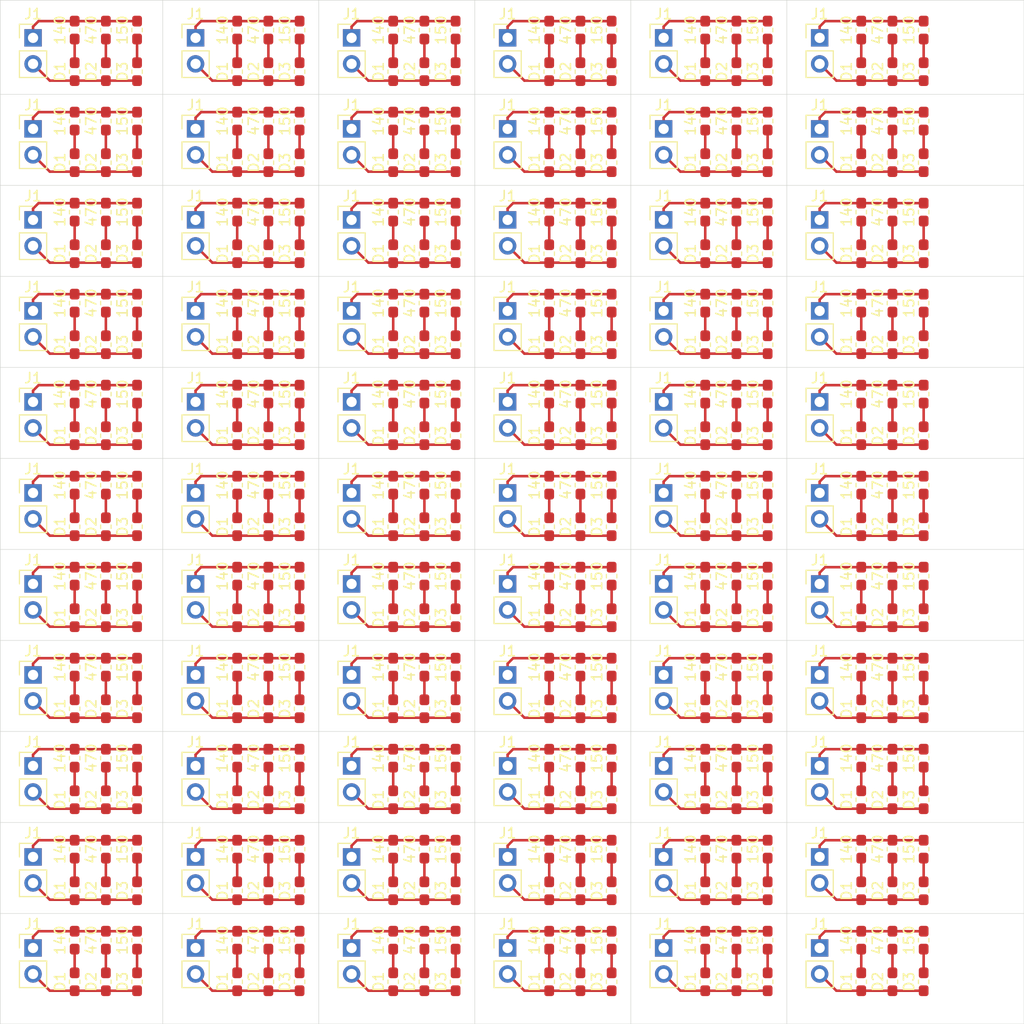
<source format=kicad_pcb>
(kicad_pcb (version 20171130) (host pcbnew "(5.1.5-rc2)")
  (layers (0 F.Cu signal) (31 B.Cu signal hide) (34 B.Paste user hide) (35 F.Paste user hide) (36 B.SilkS user hide) (37 F.SilkS user hide) (38 B.Mask user hide) (39 F.Mask user hide) (44 Edge.Cuts user))
  (net 0 "")
  (net 1 GND)
  (net 2 "Net-(D1-Pad2)")
  (net 3 "Net-(D2-Pad2)")
  (net 4 "Net-(D3-Pad2)")
  (net 5 VCC)
  (module Connector_PinHeader_2.54mm:PinHeader_1x02_P2.54mm_Vertical (layer F.Cu) (at 185.039 58.674)
    (fp_text reference J1 (at 0 -2.33) (layer F.SilkS))
    (fp_text value Conn_01x02_Male)
    (pad 2 thru_hole oval (at 0 2.54) (size 1.7 1.7) (drill 1) (layers *.Cu *.Mask))
    (pad 1 thru_hole rect (at 0 0) (size 1.7 1.7) (drill 1) (layers *.Cu *.Mask))
  )
  (module Resistor_SMD:R_0603_1608Metric_Pad1.05x0.95mm_HandSolder (layer F.Cu) (at 195.199 57.912 270)
    (fp_text reference R3)
    (fp_text value 150 (at 0 1.43 90) (layer F.SilkS))
    (pad 1 smd roundrect (at -0.875 0 270) (size 1.05 0.95) (layers F.Cu F.Paste F.Mask))
    (pad 2 smd roundrect (at 0.875 0 270) (size 1.05 0.95) (layers F.Cu F.Paste F.Mask))
  )
  (module Resistor_SMD:R_0603_1608Metric_Pad1.05x0.95mm_HandSolder (layer F.Cu) (at 195.199 150.876 90)
    (fp_text reference D3 (at 0 -1.43 90) (layer F.SilkS))
    (fp_text value LED)
    (pad 2 smd roundrect (at 0.875 0 90) (size 1.05 0.95) (layers F.Cu F.Paste F.Mask))
    (pad 1 smd roundrect (at -0.875 0 90) (size 1.05 0.95) (layers F.Cu F.Paste F.Mask))
  )
  (module Resistor_SMD:R_0603_1608Metric_Pad1.05x0.95mm_HandSolder (layer F.Cu) (at 189.103 137.922 270)
    (fp_text reference R1)
    (fp_text value 140 (at 0 1.43 90) (layer F.SilkS))
    (pad 2 smd roundrect (at 0.875 0 270) (size 1.05 0.95) (layers F.Cu F.Paste F.Mask))
    (pad 1 smd roundrect (at -0.875 0 270) (size 1.05 0.95) (layers F.Cu F.Paste F.Mask))
  )
  (module Resistor_SMD:R_0603_1608Metric_Pad1.05x0.95mm_HandSolder (layer F.Cu) (at 195.199 141.986 90)
    (fp_text reference D3 (at 0 -1.43 90) (layer F.SilkS))
    (fp_text value LED)
    (pad 2 smd roundrect (at 0.875 0 90) (size 1.05 0.95) (layers F.Cu F.Paste F.Mask))
    (pad 1 smd roundrect (at -0.875 0 90) (size 1.05 0.95) (layers F.Cu F.Paste F.Mask))
  )
  (module Resistor_SMD:R_0603_1608Metric_Pad1.05x0.95mm_HandSolder (layer F.Cu) (at 195.199 137.922 270)
    (fp_text reference R3)
    (fp_text value 150 (at 0 1.43 90) (layer F.SilkS))
    (pad 2 smd roundrect (at 0.875 0 270) (size 1.05 0.95) (layers F.Cu F.Paste F.Mask))
    (pad 1 smd roundrect (at -0.875 0 270) (size 1.05 0.95) (layers F.Cu F.Paste F.Mask))
  )
  (module Resistor_SMD:R_0603_1608Metric_Pad1.05x0.95mm_HandSolder (layer F.Cu) (at 192.151 150.876 90)
    (fp_text reference D2 (at 0 -1.43 90) (layer F.SilkS))
    (fp_text value LED)
    (pad 1 smd roundrect (at -0.875 0 90) (size 1.05 0.95) (layers F.Cu F.Paste F.Mask))
    (pad 2 smd roundrect (at 0.875 0 90) (size 1.05 0.95) (layers F.Cu F.Paste F.Mask))
  )
  (module Resistor_SMD:R_0603_1608Metric_Pad1.05x0.95mm_HandSolder (layer F.Cu) (at 189.103 61.976 90)
    (fp_text reference D1 (at 0 -1.43 90) (layer F.SilkS))
    (fp_text value LED)
    (pad 2 smd roundrect (at 0.875 0 90) (size 1.05 0.95) (layers F.Cu F.Paste F.Mask))
    (pad 1 smd roundrect (at -0.875 0 90) (size 1.05 0.95) (layers F.Cu F.Paste F.Mask))
  )
  (module Resistor_SMD:R_0603_1608Metric_Pad1.05x0.95mm_HandSolder (layer F.Cu) (at 192.151 141.986 90)
    (fp_text reference D2 (at 0 -1.43 90) (layer F.SilkS))
    (fp_text value LED)
    (pad 1 smd roundrect (at -0.875 0 90) (size 1.05 0.95) (layers F.Cu F.Paste F.Mask))
    (pad 2 smd roundrect (at 0.875 0 90) (size 1.05 0.95) (layers F.Cu F.Paste F.Mask))
  )
  (module Connector_PinHeader_2.54mm:PinHeader_1x02_P2.54mm_Vertical (layer F.Cu) (at 185.039 138.684)
    (fp_text reference J1 (at 0 -2.33) (layer F.SilkS))
    (fp_text value Conn_01x02_Male)
    (pad 1 thru_hole rect (at 0 0) (size 1.7 1.7) (drill 1) (layers *.Cu *.Mask))
    (pad 2 thru_hole oval (at 0 2.54) (size 1.7 1.7) (drill 1) (layers *.Cu *.Mask))
  )
  (module Resistor_SMD:R_0603_1608Metric_Pad1.05x0.95mm_HandSolder (layer F.Cu) (at 189.103 146.812 270)
    (fp_text reference R1)
    (fp_text value 140 (at 0 1.43 90) (layer F.SilkS))
    (pad 2 smd roundrect (at 0.875 0 270) (size 1.05 0.95) (layers F.Cu F.Paste F.Mask))
    (pad 1 smd roundrect (at -0.875 0 270) (size 1.05 0.95) (layers F.Cu F.Paste F.Mask))
  )
  (module Resistor_SMD:R_0603_1608Metric_Pad1.05x0.95mm_HandSolder (layer F.Cu) (at 192.151 146.812 270)
    (fp_text reference R2)
    (fp_text value 470 (at 0 1.43 90) (layer F.SilkS))
    (pad 1 smd roundrect (at -0.875 0 270) (size 1.05 0.95) (layers F.Cu F.Paste F.Mask))
    (pad 2 smd roundrect (at 0.875 0 270) (size 1.05 0.95) (layers F.Cu F.Paste F.Mask))
  )
  (module Connector_PinHeader_2.54mm:PinHeader_1x02_P2.54mm_Vertical (layer F.Cu) (at 185.039 147.574)
    (fp_text reference J1 (at 0 -2.33) (layer F.SilkS))
    (fp_text value Conn_01x02_Male)
    (pad 1 thru_hole rect (at 0 0) (size 1.7 1.7) (drill 1) (layers *.Cu *.Mask))
    (pad 2 thru_hole oval (at 0 2.54) (size 1.7 1.7) (drill 1) (layers *.Cu *.Mask))
  )
  (module Resistor_SMD:R_0603_1608Metric_Pad1.05x0.95mm_HandSolder (layer F.Cu) (at 189.103 141.986 90)
    (fp_text reference D1 (at 0 -1.43 90) (layer F.SilkS))
    (fp_text value LED)
    (pad 1 smd roundrect (at -0.875 0 90) (size 1.05 0.95) (layers F.Cu F.Paste F.Mask))
    (pad 2 smd roundrect (at 0.875 0 90) (size 1.05 0.95) (layers F.Cu F.Paste F.Mask))
  )
  (module Resistor_SMD:R_0603_1608Metric_Pad1.05x0.95mm_HandSolder (layer F.Cu) (at 192.151 137.922 270)
    (fp_text reference R2)
    (fp_text value 470 (at 0 1.43 90) (layer F.SilkS))
    (pad 1 smd roundrect (at -0.875 0 270) (size 1.05 0.95) (layers F.Cu F.Paste F.Mask))
    (pad 2 smd roundrect (at 0.875 0 270) (size 1.05 0.95) (layers F.Cu F.Paste F.Mask))
  )
  (module Resistor_SMD:R_0603_1608Metric_Pad1.05x0.95mm_HandSolder (layer F.Cu) (at 195.199 146.812 270)
    (fp_text reference R3)
    (fp_text value 150 (at 0 1.43 90) (layer F.SilkS))
    (pad 2 smd roundrect (at 0.875 0 270) (size 1.05 0.95) (layers F.Cu F.Paste F.Mask))
    (pad 1 smd roundrect (at -0.875 0 270) (size 1.05 0.95) (layers F.Cu F.Paste F.Mask))
  )
  (module Resistor_SMD:R_0603_1608Metric_Pad1.05x0.95mm_HandSolder (layer F.Cu) (at 189.103 150.876 90)
    (fp_text reference D1 (at 0 -1.43 90) (layer F.SilkS))
    (fp_text value LED)
    (pad 1 smd roundrect (at -0.875 0 90) (size 1.05 0.95) (layers F.Cu F.Paste F.Mask))
    (pad 2 smd roundrect (at 0.875 0 90) (size 1.05 0.95) (layers F.Cu F.Paste F.Mask))
  )
  (module Resistor_SMD:R_0603_1608Metric_Pad1.05x0.95mm_HandSolder (layer F.Cu) (at 189.103 70.866 90)
    (fp_text reference D1 (at 0 -1.43 90) (layer F.SilkS))
    (fp_text value LED)
    (pad 1 smd roundrect (at -0.875 0 90) (size 1.05 0.95) (layers F.Cu F.Paste F.Mask))
    (pad 2 smd roundrect (at 0.875 0 90) (size 1.05 0.95) (layers F.Cu F.Paste F.Mask))
  )
  (module Connector_PinHeader_2.54mm:PinHeader_1x02_P2.54mm_Vertical (layer F.Cu) (at 185.039 67.564)
    (fp_text reference J1 (at 0 -2.33) (layer F.SilkS))
    (fp_text value Conn_01x02_Male)
    (pad 1 thru_hole rect (at 0 0) (size 1.7 1.7) (drill 1) (layers *.Cu *.Mask))
    (pad 2 thru_hole oval (at 0 2.54) (size 1.7 1.7) (drill 1) (layers *.Cu *.Mask))
  )
  (module Resistor_SMD:R_0603_1608Metric_Pad1.05x0.95mm_HandSolder (layer F.Cu) (at 195.199 66.802 270)
    (fp_text reference R3)
    (fp_text value 150 (at 0 1.43 90) (layer F.SilkS))
    (pad 2 smd roundrect (at 0.875 0 270) (size 1.05 0.95) (layers F.Cu F.Paste F.Mask))
    (pad 1 smd roundrect (at -0.875 0 270) (size 1.05 0.95) (layers F.Cu F.Paste F.Mask))
  )
  (module Resistor_SMD:R_0603_1608Metric_Pad1.05x0.95mm_HandSolder (layer F.Cu) (at 192.151 66.802 270)
    (fp_text reference R2)
    (fp_text value 470 (at 0 1.43 90) (layer F.SilkS))
    (pad 1 smd roundrect (at -0.875 0 270) (size 1.05 0.95) (layers F.Cu F.Paste F.Mask))
    (pad 2 smd roundrect (at 0.875 0 270) (size 1.05 0.95) (layers F.Cu F.Paste F.Mask))
  )
  (module Resistor_SMD:R_0603_1608Metric_Pad1.05x0.95mm_HandSolder (layer F.Cu) (at 189.103 66.802 270)
    (fp_text reference R1)
    (fp_text value 140 (at 0 1.43 90) (layer F.SilkS))
    (pad 2 smd roundrect (at 0.875 0 270) (size 1.05 0.95) (layers F.Cu F.Paste F.Mask))
    (pad 1 smd roundrect (at -0.875 0 270) (size 1.05 0.95) (layers F.Cu F.Paste F.Mask))
  )
  (module Resistor_SMD:R_0603_1608Metric_Pad1.05x0.95mm_HandSolder (layer F.Cu) (at 195.199 70.866 90)
    (fp_text reference D3 (at 0 -1.43 90) (layer F.SilkS))
    (fp_text value LED)
    (pad 2 smd roundrect (at 0.875 0 90) (size 1.05 0.95) (layers F.Cu F.Paste F.Mask))
    (pad 1 smd roundrect (at -0.875 0 90) (size 1.05 0.95) (layers F.Cu F.Paste F.Mask))
  )
  (module Resistor_SMD:R_0603_1608Metric_Pad1.05x0.95mm_HandSolder (layer F.Cu) (at 192.151 70.866 90)
    (fp_text reference D2 (at 0 -1.43 90) (layer F.SilkS))
    (fp_text value LED)
    (pad 1 smd roundrect (at -0.875 0 90) (size 1.05 0.95) (layers F.Cu F.Paste F.Mask))
    (pad 2 smd roundrect (at 0.875 0 90) (size 1.05 0.95) (layers F.Cu F.Paste F.Mask))
  )
  (module Connector_PinHeader_2.54mm:PinHeader_1x02_P2.54mm_Vertical (layer F.Cu) (at 185.039 85.344)
    (fp_text reference J1 (at 0 -2.33) (layer F.SilkS))
    (fp_text value Conn_01x02_Male)
    (pad 1 thru_hole rect (at 0 0) (size 1.7 1.7) (drill 1) (layers *.Cu *.Mask))
    (pad 2 thru_hole oval (at 0 2.54) (size 1.7 1.7) (drill 1) (layers *.Cu *.Mask))
  )
  (module Resistor_SMD:R_0603_1608Metric_Pad1.05x0.95mm_HandSolder (layer F.Cu) (at 195.199 84.582 270)
    (fp_text reference R3)
    (fp_text value 150 (at 0 1.43 90) (layer F.SilkS))
    (pad 2 smd roundrect (at 0.875 0 270) (size 1.05 0.95) (layers F.Cu F.Paste F.Mask))
    (pad 1 smd roundrect (at -0.875 0 270) (size 1.05 0.95) (layers F.Cu F.Paste F.Mask))
  )
  (module Resistor_SMD:R_0603_1608Metric_Pad1.05x0.95mm_HandSolder (layer F.Cu) (at 189.103 88.646 90)
    (fp_text reference D1 (at 0 -1.43 90) (layer F.SilkS))
    (fp_text value LED)
    (pad 1 smd roundrect (at -0.875 0 90) (size 1.05 0.95) (layers F.Cu F.Paste F.Mask))
    (pad 2 smd roundrect (at 0.875 0 90) (size 1.05 0.95) (layers F.Cu F.Paste F.Mask))
  )
  (module Resistor_SMD:R_0603_1608Metric_Pad1.05x0.95mm_HandSolder (layer F.Cu) (at 189.103 97.536 90)
    (fp_text reference D1 (at 0 -1.43 90) (layer F.SilkS))
    (fp_text value LED)
    (pad 2 smd roundrect (at 0.875 0 90) (size 1.05 0.95) (layers F.Cu F.Paste F.Mask))
    (pad 1 smd roundrect (at -0.875 0 90) (size 1.05 0.95) (layers F.Cu F.Paste F.Mask))
  )
  (module Connector_PinHeader_2.54mm:PinHeader_1x02_P2.54mm_Vertical (layer F.Cu) (at 185.039 94.234)
    (fp_text reference J1 (at 0 -2.33) (layer F.SilkS))
    (fp_text value Conn_01x02_Male)
    (pad 2 thru_hole oval (at 0 2.54) (size 1.7 1.7) (drill 1) (layers *.Cu *.Mask))
    (pad 1 thru_hole rect (at 0 0) (size 1.7 1.7) (drill 1) (layers *.Cu *.Mask))
  )
  (module Resistor_SMD:R_0603_1608Metric_Pad1.05x0.95mm_HandSolder (layer F.Cu) (at 195.199 93.472 270)
    (fp_text reference R3)
    (fp_text value 150 (at 0 1.43 90) (layer F.SilkS))
    (pad 1 smd roundrect (at -0.875 0 270) (size 1.05 0.95) (layers F.Cu F.Paste F.Mask))
    (pad 2 smd roundrect (at 0.875 0 270) (size 1.05 0.95) (layers F.Cu F.Paste F.Mask))
  )
  (module Resistor_SMD:R_0603_1608Metric_Pad1.05x0.95mm_HandSolder (layer F.Cu) (at 192.151 93.472 270)
    (fp_text reference R2)
    (fp_text value 470 (at 0 1.43 90) (layer F.SilkS))
    (pad 2 smd roundrect (at 0.875 0 270) (size 1.05 0.95) (layers F.Cu F.Paste F.Mask))
    (pad 1 smd roundrect (at -0.875 0 270) (size 1.05 0.95) (layers F.Cu F.Paste F.Mask))
  )
  (module Resistor_SMD:R_0603_1608Metric_Pad1.05x0.95mm_HandSolder (layer F.Cu) (at 189.103 93.472 270)
    (fp_text reference R1)
    (fp_text value 140 (at 0 1.43 90) (layer F.SilkS))
    (pad 1 smd roundrect (at -0.875 0 270) (size 1.05 0.95) (layers F.Cu F.Paste F.Mask))
    (pad 2 smd roundrect (at 0.875 0 270) (size 1.05 0.95) (layers F.Cu F.Paste F.Mask))
  )
  (module Resistor_SMD:R_0603_1608Metric_Pad1.05x0.95mm_HandSolder (layer F.Cu) (at 195.199 97.536 90)
    (fp_text reference D3 (at 0 -1.43 90) (layer F.SilkS))
    (fp_text value LED)
    (pad 1 smd roundrect (at -0.875 0 90) (size 1.05 0.95) (layers F.Cu F.Paste F.Mask))
    (pad 2 smd roundrect (at 0.875 0 90) (size 1.05 0.95) (layers F.Cu F.Paste F.Mask))
  )
  (module Resistor_SMD:R_0603_1608Metric_Pad1.05x0.95mm_HandSolder (layer F.Cu) (at 192.151 97.536 90)
    (fp_text reference D2 (at 0 -1.43 90) (layer F.SilkS))
    (fp_text value LED)
    (pad 2 smd roundrect (at 0.875 0 90) (size 1.05 0.95) (layers F.Cu F.Paste F.Mask))
    (pad 1 smd roundrect (at -0.875 0 90) (size 1.05 0.95) (layers F.Cu F.Paste F.Mask))
  )
  (module Resistor_SMD:R_0603_1608Metric_Pad1.05x0.95mm_HandSolder (layer F.Cu) (at 189.103 102.362 270)
    (fp_text reference R1)
    (fp_text value 140 (at 0 1.43 90) (layer F.SilkS))
    (pad 1 smd roundrect (at -0.875 0 270) (size 1.05 0.95) (layers F.Cu F.Paste F.Mask))
    (pad 2 smd roundrect (at 0.875 0 270) (size 1.05 0.95) (layers F.Cu F.Paste F.Mask))
  )
  (module Resistor_SMD:R_0603_1608Metric_Pad1.05x0.95mm_HandSolder (layer F.Cu) (at 192.151 84.582 270)
    (fp_text reference R2)
    (fp_text value 470 (at 0 1.43 90) (layer F.SilkS))
    (pad 1 smd roundrect (at -0.875 0 270) (size 1.05 0.95) (layers F.Cu F.Paste F.Mask))
    (pad 2 smd roundrect (at 0.875 0 270) (size 1.05 0.95) (layers F.Cu F.Paste F.Mask))
  )
  (module Resistor_SMD:R_0603_1608Metric_Pad1.05x0.95mm_HandSolder (layer F.Cu) (at 189.103 84.582 270)
    (fp_text reference R1)
    (fp_text value 140 (at 0 1.43 90) (layer F.SilkS))
    (pad 2 smd roundrect (at 0.875 0 270) (size 1.05 0.95) (layers F.Cu F.Paste F.Mask))
    (pad 1 smd roundrect (at -0.875 0 270) (size 1.05 0.95) (layers F.Cu F.Paste F.Mask))
  )
  (module Resistor_SMD:R_0603_1608Metric_Pad1.05x0.95mm_HandSolder (layer F.Cu) (at 195.199 106.426 90)
    (fp_text reference D3 (at 0 -1.43 90) (layer F.SilkS))
    (fp_text value LED)
    (pad 1 smd roundrect (at -0.875 0 90) (size 1.05 0.95) (layers F.Cu F.Paste F.Mask))
    (pad 2 smd roundrect (at 0.875 0 90) (size 1.05 0.95) (layers F.Cu F.Paste F.Mask))
  )
  (module Resistor_SMD:R_0603_1608Metric_Pad1.05x0.95mm_HandSolder (layer F.Cu) (at 195.199 88.646 90)
    (fp_text reference D3 (at 0 -1.43 90) (layer F.SilkS))
    (fp_text value LED)
    (pad 2 smd roundrect (at 0.875 0 90) (size 1.05 0.95) (layers F.Cu F.Paste F.Mask))
    (pad 1 smd roundrect (at -0.875 0 90) (size 1.05 0.95) (layers F.Cu F.Paste F.Mask))
  )
  (module Resistor_SMD:R_0603_1608Metric_Pad1.05x0.95mm_HandSolder (layer F.Cu) (at 192.151 88.646 90)
    (fp_text reference D2 (at 0 -1.43 90) (layer F.SilkS))
    (fp_text value LED)
    (pad 1 smd roundrect (at -0.875 0 90) (size 1.05 0.95) (layers F.Cu F.Paste F.Mask))
    (pad 2 smd roundrect (at 0.875 0 90) (size 1.05 0.95) (layers F.Cu F.Paste F.Mask))
  )
  (module Resistor_SMD:R_0603_1608Metric_Pad1.05x0.95mm_HandSolder (layer F.Cu) (at 189.103 75.692 270)
    (fp_text reference R1)
    (fp_text value 140 (at 0 1.43 90) (layer F.SilkS))
    (pad 2 smd roundrect (at 0.875 0 270) (size 1.05 0.95) (layers F.Cu F.Paste F.Mask))
    (pad 1 smd roundrect (at -0.875 0 270) (size 1.05 0.95) (layers F.Cu F.Paste F.Mask))
  )
  (module Resistor_SMD:R_0603_1608Metric_Pad1.05x0.95mm_HandSolder (layer F.Cu) (at 192.151 57.912 270)
    (fp_text reference R2)
    (fp_text value 470 (at 0 1.43 90) (layer F.SilkS))
    (pad 2 smd roundrect (at 0.875 0 270) (size 1.05 0.95) (layers F.Cu F.Paste F.Mask))
    (pad 1 smd roundrect (at -0.875 0 270) (size 1.05 0.95) (layers F.Cu F.Paste F.Mask))
  )
  (module Resistor_SMD:R_0603_1608Metric_Pad1.05x0.95mm_HandSolder (layer F.Cu) (at 189.103 57.912 270)
    (fp_text reference R1)
    (fp_text value 140 (at 0 1.43 90) (layer F.SilkS))
    (pad 1 smd roundrect (at -0.875 0 270) (size 1.05 0.95) (layers F.Cu F.Paste F.Mask))
    (pad 2 smd roundrect (at 0.875 0 270) (size 1.05 0.95) (layers F.Cu F.Paste F.Mask))
  )
  (module Resistor_SMD:R_0603_1608Metric_Pad1.05x0.95mm_HandSolder (layer F.Cu) (at 195.199 79.756 90)
    (fp_text reference D3 (at 0 -1.43 90) (layer F.SilkS))
    (fp_text value LED)
    (pad 2 smd roundrect (at 0.875 0 90) (size 1.05 0.95) (layers F.Cu F.Paste F.Mask))
    (pad 1 smd roundrect (at -0.875 0 90) (size 1.05 0.95) (layers F.Cu F.Paste F.Mask))
  )
  (module Resistor_SMD:R_0603_1608Metric_Pad1.05x0.95mm_HandSolder (layer F.Cu) (at 195.199 61.976 90)
    (fp_text reference D3 (at 0 -1.43 90) (layer F.SilkS))
    (fp_text value LED)
    (pad 1 smd roundrect (at -0.875 0 90) (size 1.05 0.95) (layers F.Cu F.Paste F.Mask))
    (pad 2 smd roundrect (at 0.875 0 90) (size 1.05 0.95) (layers F.Cu F.Paste F.Mask))
  )
  (module Resistor_SMD:R_0603_1608Metric_Pad1.05x0.95mm_HandSolder (layer F.Cu) (at 192.151 61.976 90)
    (fp_text reference D2 (at 0 -1.43 90) (layer F.SilkS))
    (fp_text value LED)
    (pad 2 smd roundrect (at 0.875 0 90) (size 1.05 0.95) (layers F.Cu F.Paste F.Mask))
    (pad 1 smd roundrect (at -0.875 0 90) (size 1.05 0.95) (layers F.Cu F.Paste F.Mask))
  )
  (module Resistor_SMD:R_0603_1608Metric_Pad1.05x0.95mm_HandSolder (layer F.Cu) (at 195.199 102.362 270)
    (fp_text reference R3)
    (fp_text value 150 (at 0 1.43 90) (layer F.SilkS))
    (pad 1 smd roundrect (at -0.875 0 270) (size 1.05 0.95) (layers F.Cu F.Paste F.Mask))
    (pad 2 smd roundrect (at 0.875 0 270) (size 1.05 0.95) (layers F.Cu F.Paste F.Mask))
  )
  (module Resistor_SMD:R_0603_1608Metric_Pad1.05x0.95mm_HandSolder (layer F.Cu) (at 192.151 102.362 270)
    (fp_text reference R2)
    (fp_text value 470 (at 0 1.43 90) (layer F.SilkS))
    (pad 2 smd roundrect (at 0.875 0 270) (size 1.05 0.95) (layers F.Cu F.Paste F.Mask))
    (pad 1 smd roundrect (at -0.875 0 270) (size 1.05 0.95) (layers F.Cu F.Paste F.Mask))
  )
  (module Resistor_SMD:R_0603_1608Metric_Pad1.05x0.95mm_HandSolder (layer F.Cu) (at 195.199 75.692 270)
    (fp_text reference R3)
    (fp_text value 150 (at 0 1.43 90) (layer F.SilkS))
    (pad 2 smd roundrect (at 0.875 0 270) (size 1.05 0.95) (layers F.Cu F.Paste F.Mask))
    (pad 1 smd roundrect (at -0.875 0 270) (size 1.05 0.95) (layers F.Cu F.Paste F.Mask))
  )
  (module Resistor_SMD:R_0603_1608Metric_Pad1.05x0.95mm_HandSolder (layer F.Cu) (at 189.103 106.426 90)
    (fp_text reference D1 (at 0 -1.43 90) (layer F.SilkS))
    (fp_text value LED)
    (pad 2 smd roundrect (at 0.875 0 90) (size 1.05 0.95) (layers F.Cu F.Paste F.Mask))
    (pad 1 smd roundrect (at -0.875 0 90) (size 1.05 0.95) (layers F.Cu F.Paste F.Mask))
  )
  (module Resistor_SMD:R_0603_1608Metric_Pad1.05x0.95mm_HandSolder (layer F.Cu) (at 192.151 75.692 270)
    (fp_text reference R2)
    (fp_text value 470 (at 0 1.43 90) (layer F.SilkS))
    (pad 1 smd roundrect (at -0.875 0 270) (size 1.05 0.95) (layers F.Cu F.Paste F.Mask))
    (pad 2 smd roundrect (at 0.875 0 270) (size 1.05 0.95) (layers F.Cu F.Paste F.Mask))
  )
  (module Connector_PinHeader_2.54mm:PinHeader_1x02_P2.54mm_Vertical (layer F.Cu) (at 185.039 76.454)
    (fp_text reference J1 (at 0 -2.33) (layer F.SilkS))
    (fp_text value Conn_01x02_Male)
    (pad 1 thru_hole rect (at 0 0) (size 1.7 1.7) (drill 1) (layers *.Cu *.Mask))
    (pad 2 thru_hole oval (at 0 2.54) (size 1.7 1.7) (drill 1) (layers *.Cu *.Mask))
  )
  (module Resistor_SMD:R_0603_1608Metric_Pad1.05x0.95mm_HandSolder (layer F.Cu) (at 192.151 106.426 90)
    (fp_text reference D2 (at 0 -1.43 90) (layer F.SilkS))
    (fp_text value LED)
    (pad 2 smd roundrect (at 0.875 0 90) (size 1.05 0.95) (layers F.Cu F.Paste F.Mask))
    (pad 1 smd roundrect (at -0.875 0 90) (size 1.05 0.95) (layers F.Cu F.Paste F.Mask))
  )
  (module Resistor_SMD:R_0603_1608Metric_Pad1.05x0.95mm_HandSolder (layer F.Cu) (at 189.103 79.756 90)
    (fp_text reference D1 (at 0 -1.43 90) (layer F.SilkS))
    (fp_text value LED)
    (pad 1 smd roundrect (at -0.875 0 90) (size 1.05 0.95) (layers F.Cu F.Paste F.Mask))
    (pad 2 smd roundrect (at 0.875 0 90) (size 1.05 0.95) (layers F.Cu F.Paste F.Mask))
  )
  (module Connector_PinHeader_2.54mm:PinHeader_1x02_P2.54mm_Vertical (layer F.Cu) (at 185.039 103.124)
    (fp_text reference J1 (at 0 -2.33) (layer F.SilkS))
    (fp_text value Conn_01x02_Male)
    (pad 2 thru_hole oval (at 0 2.54) (size 1.7 1.7) (drill 1) (layers *.Cu *.Mask))
    (pad 1 thru_hole rect (at 0 0) (size 1.7 1.7) (drill 1) (layers *.Cu *.Mask))
  )
  (module Connector_PinHeader_2.54mm:PinHeader_1x02_P2.54mm_Vertical (layer F.Cu) (at 185.039 112.014)
    (fp_text reference J1 (at 0 -2.33) (layer F.SilkS))
    (fp_text value Conn_01x02_Male)
    (pad 1 thru_hole rect (at 0 0) (size 1.7 1.7) (drill 1) (layers *.Cu *.Mask))
    (pad 2 thru_hole oval (at 0 2.54) (size 1.7 1.7) (drill 1) (layers *.Cu *.Mask))
  )
  (module Resistor_SMD:R_0603_1608Metric_Pad1.05x0.95mm_HandSolder (layer F.Cu) (at 195.199 111.252 270)
    (fp_text reference R3)
    (fp_text value 150 (at 0 1.43 90) (layer F.SilkS))
    (pad 2 smd roundrect (at 0.875 0 270) (size 1.05 0.95) (layers F.Cu F.Paste F.Mask))
    (pad 1 smd roundrect (at -0.875 0 270) (size 1.05 0.95) (layers F.Cu F.Paste F.Mask))
  )
  (module Resistor_SMD:R_0603_1608Metric_Pad1.05x0.95mm_HandSolder (layer F.Cu) (at 189.103 115.316 90)
    (fp_text reference D1 (at 0 -1.43 90) (layer F.SilkS))
    (fp_text value LED)
    (pad 1 smd roundrect (at -0.875 0 90) (size 1.05 0.95) (layers F.Cu F.Paste F.Mask))
    (pad 2 smd roundrect (at 0.875 0 90) (size 1.05 0.95) (layers F.Cu F.Paste F.Mask))
  )
  (module Resistor_SMD:R_0603_1608Metric_Pad1.05x0.95mm_HandSolder (layer F.Cu) (at 189.103 124.206 90)
    (fp_text reference D1 (at 0 -1.43 90) (layer F.SilkS))
    (fp_text value LED)
    (pad 2 smd roundrect (at 0.875 0 90) (size 1.05 0.95) (layers F.Cu F.Paste F.Mask))
    (pad 1 smd roundrect (at -0.875 0 90) (size 1.05 0.95) (layers F.Cu F.Paste F.Mask))
  )
  (module Connector_PinHeader_2.54mm:PinHeader_1x02_P2.54mm_Vertical (layer F.Cu) (at 185.039 120.904)
    (fp_text reference J1 (at 0 -2.33) (layer F.SilkS))
    (fp_text value Conn_01x02_Male)
    (pad 2 thru_hole oval (at 0 2.54) (size 1.7 1.7) (drill 1) (layers *.Cu *.Mask))
    (pad 1 thru_hole rect (at 0 0) (size 1.7 1.7) (drill 1) (layers *.Cu *.Mask))
  )
  (module Resistor_SMD:R_0603_1608Metric_Pad1.05x0.95mm_HandSolder (layer F.Cu) (at 195.199 120.142 270)
    (fp_text reference R3)
    (fp_text value 150 (at 0 1.43 90) (layer F.SilkS))
    (pad 1 smd roundrect (at -0.875 0 270) (size 1.05 0.95) (layers F.Cu F.Paste F.Mask))
    (pad 2 smd roundrect (at 0.875 0 270) (size 1.05 0.95) (layers F.Cu F.Paste F.Mask))
  )
  (module Resistor_SMD:R_0603_1608Metric_Pad1.05x0.95mm_HandSolder (layer F.Cu) (at 192.151 120.142 270)
    (fp_text reference R2)
    (fp_text value 470 (at 0 1.43 90) (layer F.SilkS))
    (pad 2 smd roundrect (at 0.875 0 270) (size 1.05 0.95) (layers F.Cu F.Paste F.Mask))
    (pad 1 smd roundrect (at -0.875 0 270) (size 1.05 0.95) (layers F.Cu F.Paste F.Mask))
  )
  (module Resistor_SMD:R_0603_1608Metric_Pad1.05x0.95mm_HandSolder (layer F.Cu) (at 189.103 120.142 270)
    (fp_text reference R1)
    (fp_text value 140 (at 0 1.43 90) (layer F.SilkS))
    (pad 1 smd roundrect (at -0.875 0 270) (size 1.05 0.95) (layers F.Cu F.Paste F.Mask))
    (pad 2 smd roundrect (at 0.875 0 270) (size 1.05 0.95) (layers F.Cu F.Paste F.Mask))
  )
  (module Resistor_SMD:R_0603_1608Metric_Pad1.05x0.95mm_HandSolder (layer F.Cu) (at 195.199 124.206 90)
    (fp_text reference D3 (at 0 -1.43 90) (layer F.SilkS))
    (fp_text value LED)
    (pad 1 smd roundrect (at -0.875 0 90) (size 1.05 0.95) (layers F.Cu F.Paste F.Mask))
    (pad 2 smd roundrect (at 0.875 0 90) (size 1.05 0.95) (layers F.Cu F.Paste F.Mask))
  )
  (module Resistor_SMD:R_0603_1608Metric_Pad1.05x0.95mm_HandSolder (layer F.Cu) (at 192.151 124.206 90)
    (fp_text reference D2 (at 0 -1.43 90) (layer F.SilkS))
    (fp_text value LED)
    (pad 2 smd roundrect (at 0.875 0 90) (size 1.05 0.95) (layers F.Cu F.Paste F.Mask))
    (pad 1 smd roundrect (at -0.875 0 90) (size 1.05 0.95) (layers F.Cu F.Paste F.Mask))
  )
  (module Resistor_SMD:R_0603_1608Metric_Pad1.05x0.95mm_HandSolder (layer F.Cu) (at 189.103 129.032 270)
    (fp_text reference R1)
    (fp_text value 140 (at 0 1.43 90) (layer F.SilkS))
    (pad 1 smd roundrect (at -0.875 0 270) (size 1.05 0.95) (layers F.Cu F.Paste F.Mask))
    (pad 2 smd roundrect (at 0.875 0 270) (size 1.05 0.95) (layers F.Cu F.Paste F.Mask))
  )
  (module Resistor_SMD:R_0603_1608Metric_Pad1.05x0.95mm_HandSolder (layer F.Cu) (at 192.151 111.252 270)
    (fp_text reference R2)
    (fp_text value 470 (at 0 1.43 90) (layer F.SilkS))
    (pad 1 smd roundrect (at -0.875 0 270) (size 1.05 0.95) (layers F.Cu F.Paste F.Mask))
    (pad 2 smd roundrect (at 0.875 0 270) (size 1.05 0.95) (layers F.Cu F.Paste F.Mask))
  )
  (module Resistor_SMD:R_0603_1608Metric_Pad1.05x0.95mm_HandSolder (layer F.Cu) (at 189.103 111.252 270)
    (fp_text reference R1)
    (fp_text value 140 (at 0 1.43 90) (layer F.SilkS))
    (pad 2 smd roundrect (at 0.875 0 270) (size 1.05 0.95) (layers F.Cu F.Paste F.Mask))
    (pad 1 smd roundrect (at -0.875 0 270) (size 1.05 0.95) (layers F.Cu F.Paste F.Mask))
  )
  (module Resistor_SMD:R_0603_1608Metric_Pad1.05x0.95mm_HandSolder (layer F.Cu) (at 195.199 133.096 90)
    (fp_text reference D3 (at 0 -1.43 90) (layer F.SilkS))
    (fp_text value LED)
    (pad 1 smd roundrect (at -0.875 0 90) (size 1.05 0.95) (layers F.Cu F.Paste F.Mask))
    (pad 2 smd roundrect (at 0.875 0 90) (size 1.05 0.95) (layers F.Cu F.Paste F.Mask))
  )
  (module Resistor_SMD:R_0603_1608Metric_Pad1.05x0.95mm_HandSolder (layer F.Cu) (at 195.199 115.316 90)
    (fp_text reference D3 (at 0 -1.43 90) (layer F.SilkS))
    (fp_text value LED)
    (pad 2 smd roundrect (at 0.875 0 90) (size 1.05 0.95) (layers F.Cu F.Paste F.Mask))
    (pad 1 smd roundrect (at -0.875 0 90) (size 1.05 0.95) (layers F.Cu F.Paste F.Mask))
  )
  (module Resistor_SMD:R_0603_1608Metric_Pad1.05x0.95mm_HandSolder (layer F.Cu) (at 192.151 115.316 90)
    (fp_text reference D2 (at 0 -1.43 90) (layer F.SilkS))
    (fp_text value LED)
    (pad 1 smd roundrect (at -0.875 0 90) (size 1.05 0.95) (layers F.Cu F.Paste F.Mask))
    (pad 2 smd roundrect (at 0.875 0 90) (size 1.05 0.95) (layers F.Cu F.Paste F.Mask))
  )
  (module Resistor_SMD:R_0603_1608Metric_Pad1.05x0.95mm_HandSolder (layer F.Cu) (at 195.199 129.032 270)
    (fp_text reference R3)
    (fp_text value 150 (at 0 1.43 90) (layer F.SilkS))
    (pad 1 smd roundrect (at -0.875 0 270) (size 1.05 0.95) (layers F.Cu F.Paste F.Mask))
    (pad 2 smd roundrect (at 0.875 0 270) (size 1.05 0.95) (layers F.Cu F.Paste F.Mask))
  )
  (module Resistor_SMD:R_0603_1608Metric_Pad1.05x0.95mm_HandSolder (layer F.Cu) (at 192.151 129.032 270)
    (fp_text reference R2)
    (fp_text value 470 (at 0 1.43 90) (layer F.SilkS))
    (pad 2 smd roundrect (at 0.875 0 270) (size 1.05 0.95) (layers F.Cu F.Paste F.Mask))
    (pad 1 smd roundrect (at -0.875 0 270) (size 1.05 0.95) (layers F.Cu F.Paste F.Mask))
  )
  (module Connector_PinHeader_2.54mm:PinHeader_1x02_P2.54mm_Vertical (layer F.Cu) (at 185.039 129.794)
    (fp_text reference J1 (at 0 -2.33) (layer F.SilkS))
    (fp_text value Conn_01x02_Male)
    (pad 2 thru_hole oval (at 0 2.54) (size 1.7 1.7) (drill 1) (layers *.Cu *.Mask))
    (pad 1 thru_hole rect (at 0 0) (size 1.7 1.7) (drill 1) (layers *.Cu *.Mask))
  )
  (module Resistor_SMD:R_0603_1608Metric_Pad1.05x0.95mm_HandSolder (layer F.Cu) (at 189.103 133.096 90)
    (fp_text reference D1 (at 0 -1.43 90) (layer F.SilkS))
    (fp_text value LED)
    (pad 2 smd roundrect (at 0.875 0 90) (size 1.05 0.95) (layers F.Cu F.Paste F.Mask))
    (pad 1 smd roundrect (at -0.875 0 90) (size 1.05 0.95) (layers F.Cu F.Paste F.Mask))
  )
  (module Resistor_SMD:R_0603_1608Metric_Pad1.05x0.95mm_HandSolder (layer F.Cu) (at 192.151 133.096 90)
    (fp_text reference D2 (at 0 -1.43 90) (layer F.SilkS))
    (fp_text value LED)
    (pad 2 smd roundrect (at 0.875 0 90) (size 1.05 0.95) (layers F.Cu F.Paste F.Mask))
    (pad 1 smd roundrect (at -0.875 0 90) (size 1.05 0.95) (layers F.Cu F.Paste F.Mask))
  )
  (module Resistor_SMD:R_0603_1608Metric_Pad1.05x0.95mm_HandSolder (layer F.Cu) (at 192.151 79.756 90)
    (fp_text reference D2 (at 0 -1.43 90) (layer F.SilkS))
    (fp_text value LED)
    (pad 1 smd roundrect (at -0.875 0 90) (size 1.05 0.95) (layers F.Cu F.Paste F.Mask))
    (pad 2 smd roundrect (at 0.875 0 90) (size 1.05 0.95) (layers F.Cu F.Paste F.Mask))
  )
  (module Connector_PinHeader_2.54mm:PinHeader_1x02_P2.54mm_Vertical (layer F.Cu) (at 169.799 58.674)
    (fp_text reference J1 (at 0 -2.33) (layer F.SilkS))
    (fp_text value Conn_01x02_Male)
    (pad 2 thru_hole oval (at 0 2.54) (size 1.7 1.7) (drill 1) (layers *.Cu *.Mask))
    (pad 1 thru_hole rect (at 0 0) (size 1.7 1.7) (drill 1) (layers *.Cu *.Mask))
  )
  (module Resistor_SMD:R_0603_1608Metric_Pad1.05x0.95mm_HandSolder (layer F.Cu) (at 179.959 57.912 270)
    (fp_text reference R3)
    (fp_text value 150 (at 0 1.43 90) (layer F.SilkS))
    (pad 1 smd roundrect (at -0.875 0 270) (size 1.05 0.95) (layers F.Cu F.Paste F.Mask))
    (pad 2 smd roundrect (at 0.875 0 270) (size 1.05 0.95) (layers F.Cu F.Paste F.Mask))
  )
  (module Resistor_SMD:R_0603_1608Metric_Pad1.05x0.95mm_HandSolder (layer F.Cu) (at 179.959 150.876 90)
    (fp_text reference D3 (at 0 -1.43 90) (layer F.SilkS))
    (fp_text value LED)
    (pad 2 smd roundrect (at 0.875 0 90) (size 1.05 0.95) (layers F.Cu F.Paste F.Mask))
    (pad 1 smd roundrect (at -0.875 0 90) (size 1.05 0.95) (layers F.Cu F.Paste F.Mask))
  )
  (module Resistor_SMD:R_0603_1608Metric_Pad1.05x0.95mm_HandSolder (layer F.Cu) (at 173.863 137.922 270)
    (fp_text reference R1)
    (fp_text value 140 (at 0 1.43 90) (layer F.SilkS))
    (pad 2 smd roundrect (at 0.875 0 270) (size 1.05 0.95) (layers F.Cu F.Paste F.Mask))
    (pad 1 smd roundrect (at -0.875 0 270) (size 1.05 0.95) (layers F.Cu F.Paste F.Mask))
  )
  (module Resistor_SMD:R_0603_1608Metric_Pad1.05x0.95mm_HandSolder (layer F.Cu) (at 179.959 141.986 90)
    (fp_text reference D3 (at 0 -1.43 90) (layer F.SilkS))
    (fp_text value LED)
    (pad 2 smd roundrect (at 0.875 0 90) (size 1.05 0.95) (layers F.Cu F.Paste F.Mask))
    (pad 1 smd roundrect (at -0.875 0 90) (size 1.05 0.95) (layers F.Cu F.Paste F.Mask))
  )
  (module Resistor_SMD:R_0603_1608Metric_Pad1.05x0.95mm_HandSolder (layer F.Cu) (at 179.959 137.922 270)
    (fp_text reference R3)
    (fp_text value 150 (at 0 1.43 90) (layer F.SilkS))
    (pad 2 smd roundrect (at 0.875 0 270) (size 1.05 0.95) (layers F.Cu F.Paste F.Mask))
    (pad 1 smd roundrect (at -0.875 0 270) (size 1.05 0.95) (layers F.Cu F.Paste F.Mask))
  )
  (module Resistor_SMD:R_0603_1608Metric_Pad1.05x0.95mm_HandSolder (layer F.Cu) (at 176.911 150.876 90)
    (fp_text reference D2 (at 0 -1.43 90) (layer F.SilkS))
    (fp_text value LED)
    (pad 1 smd roundrect (at -0.875 0 90) (size 1.05 0.95) (layers F.Cu F.Paste F.Mask))
    (pad 2 smd roundrect (at 0.875 0 90) (size 1.05 0.95) (layers F.Cu F.Paste F.Mask))
  )
  (module Resistor_SMD:R_0603_1608Metric_Pad1.05x0.95mm_HandSolder (layer F.Cu) (at 173.863 61.976 90)
    (fp_text reference D1 (at 0 -1.43 90) (layer F.SilkS))
    (fp_text value LED)
    (pad 2 smd roundrect (at 0.875 0 90) (size 1.05 0.95) (layers F.Cu F.Paste F.Mask))
    (pad 1 smd roundrect (at -0.875 0 90) (size 1.05 0.95) (layers F.Cu F.Paste F.Mask))
  )
  (module Resistor_SMD:R_0603_1608Metric_Pad1.05x0.95mm_HandSolder (layer F.Cu) (at 176.911 141.986 90)
    (fp_text reference D2 (at 0 -1.43 90) (layer F.SilkS))
    (fp_text value LED)
    (pad 1 smd roundrect (at -0.875 0 90) (size 1.05 0.95) (layers F.Cu F.Paste F.Mask))
    (pad 2 smd roundrect (at 0.875 0 90) (size 1.05 0.95) (layers F.Cu F.Paste F.Mask))
  )
  (module Connector_PinHeader_2.54mm:PinHeader_1x02_P2.54mm_Vertical (layer F.Cu) (at 169.799 138.684)
    (fp_text reference J1 (at 0 -2.33) (layer F.SilkS))
    (fp_text value Conn_01x02_Male)
    (pad 1 thru_hole rect (at 0 0) (size 1.7 1.7) (drill 1) (layers *.Cu *.Mask))
    (pad 2 thru_hole oval (at 0 2.54) (size 1.7 1.7) (drill 1) (layers *.Cu *.Mask))
  )
  (module Resistor_SMD:R_0603_1608Metric_Pad1.05x0.95mm_HandSolder (layer F.Cu) (at 173.863 146.812 270)
    (fp_text reference R1)
    (fp_text value 140 (at 0 1.43 90) (layer F.SilkS))
    (pad 2 smd roundrect (at 0.875 0 270) (size 1.05 0.95) (layers F.Cu F.Paste F.Mask))
    (pad 1 smd roundrect (at -0.875 0 270) (size 1.05 0.95) (layers F.Cu F.Paste F.Mask))
  )
  (module Resistor_SMD:R_0603_1608Metric_Pad1.05x0.95mm_HandSolder (layer F.Cu) (at 176.911 146.812 270)
    (fp_text reference R2)
    (fp_text value 470 (at 0 1.43 90) (layer F.SilkS))
    (pad 1 smd roundrect (at -0.875 0 270) (size 1.05 0.95) (layers F.Cu F.Paste F.Mask))
    (pad 2 smd roundrect (at 0.875 0 270) (size 1.05 0.95) (layers F.Cu F.Paste F.Mask))
  )
  (module Connector_PinHeader_2.54mm:PinHeader_1x02_P2.54mm_Vertical (layer F.Cu) (at 169.799 147.574)
    (fp_text reference J1 (at 0 -2.33) (layer F.SilkS))
    (fp_text value Conn_01x02_Male)
    (pad 1 thru_hole rect (at 0 0) (size 1.7 1.7) (drill 1) (layers *.Cu *.Mask))
    (pad 2 thru_hole oval (at 0 2.54) (size 1.7 1.7) (drill 1) (layers *.Cu *.Mask))
  )
  (module Resistor_SMD:R_0603_1608Metric_Pad1.05x0.95mm_HandSolder (layer F.Cu) (at 173.863 141.986 90)
    (fp_text reference D1 (at 0 -1.43 90) (layer F.SilkS))
    (fp_text value LED)
    (pad 1 smd roundrect (at -0.875 0 90) (size 1.05 0.95) (layers F.Cu F.Paste F.Mask))
    (pad 2 smd roundrect (at 0.875 0 90) (size 1.05 0.95) (layers F.Cu F.Paste F.Mask))
  )
  (module Resistor_SMD:R_0603_1608Metric_Pad1.05x0.95mm_HandSolder (layer F.Cu) (at 176.911 137.922 270)
    (fp_text reference R2)
    (fp_text value 470 (at 0 1.43 90) (layer F.SilkS))
    (pad 1 smd roundrect (at -0.875 0 270) (size 1.05 0.95) (layers F.Cu F.Paste F.Mask))
    (pad 2 smd roundrect (at 0.875 0 270) (size 1.05 0.95) (layers F.Cu F.Paste F.Mask))
  )
  (module Resistor_SMD:R_0603_1608Metric_Pad1.05x0.95mm_HandSolder (layer F.Cu) (at 179.959 146.812 270)
    (fp_text reference R3)
    (fp_text value 150 (at 0 1.43 90) (layer F.SilkS))
    (pad 2 smd roundrect (at 0.875 0 270) (size 1.05 0.95) (layers F.Cu F.Paste F.Mask))
    (pad 1 smd roundrect (at -0.875 0 270) (size 1.05 0.95) (layers F.Cu F.Paste F.Mask))
  )
  (module Resistor_SMD:R_0603_1608Metric_Pad1.05x0.95mm_HandSolder (layer F.Cu) (at 173.863 150.876 90)
    (fp_text reference D1 (at 0 -1.43 90) (layer F.SilkS))
    (fp_text value LED)
    (pad 1 smd roundrect (at -0.875 0 90) (size 1.05 0.95) (layers F.Cu F.Paste F.Mask))
    (pad 2 smd roundrect (at 0.875 0 90) (size 1.05 0.95) (layers F.Cu F.Paste F.Mask))
  )
  (module Resistor_SMD:R_0603_1608Metric_Pad1.05x0.95mm_HandSolder (layer F.Cu) (at 173.863 70.866 90)
    (fp_text reference D1 (at 0 -1.43 90) (layer F.SilkS))
    (fp_text value LED)
    (pad 1 smd roundrect (at -0.875 0 90) (size 1.05 0.95) (layers F.Cu F.Paste F.Mask))
    (pad 2 smd roundrect (at 0.875 0 90) (size 1.05 0.95) (layers F.Cu F.Paste F.Mask))
  )
  (module Connector_PinHeader_2.54mm:PinHeader_1x02_P2.54mm_Vertical (layer F.Cu) (at 169.799 67.564)
    (fp_text reference J1 (at 0 -2.33) (layer F.SilkS))
    (fp_text value Conn_01x02_Male)
    (pad 1 thru_hole rect (at 0 0) (size 1.7 1.7) (drill 1) (layers *.Cu *.Mask))
    (pad 2 thru_hole oval (at 0 2.54) (size 1.7 1.7) (drill 1) (layers *.Cu *.Mask))
  )
  (module Resistor_SMD:R_0603_1608Metric_Pad1.05x0.95mm_HandSolder (layer F.Cu) (at 179.959 66.802 270)
    (fp_text reference R3)
    (fp_text value 150 (at 0 1.43 90) (layer F.SilkS))
    (pad 2 smd roundrect (at 0.875 0 270) (size 1.05 0.95) (layers F.Cu F.Paste F.Mask))
    (pad 1 smd roundrect (at -0.875 0 270) (size 1.05 0.95) (layers F.Cu F.Paste F.Mask))
  )
  (module Resistor_SMD:R_0603_1608Metric_Pad1.05x0.95mm_HandSolder (layer F.Cu) (at 176.911 66.802 270)
    (fp_text reference R2)
    (fp_text value 470 (at 0 1.43 90) (layer F.SilkS))
    (pad 1 smd roundrect (at -0.875 0 270) (size 1.05 0.95) (layers F.Cu F.Paste F.Mask))
    (pad 2 smd roundrect (at 0.875 0 270) (size 1.05 0.95) (layers F.Cu F.Paste F.Mask))
  )
  (module Resistor_SMD:R_0603_1608Metric_Pad1.05x0.95mm_HandSolder (layer F.Cu) (at 173.863 66.802 270)
    (fp_text reference R1)
    (fp_text value 140 (at 0 1.43 90) (layer F.SilkS))
    (pad 2 smd roundrect (at 0.875 0 270) (size 1.05 0.95) (layers F.Cu F.Paste F.Mask))
    (pad 1 smd roundrect (at -0.875 0 270) (size 1.05 0.95) (layers F.Cu F.Paste F.Mask))
  )
  (module Resistor_SMD:R_0603_1608Metric_Pad1.05x0.95mm_HandSolder (layer F.Cu) (at 179.959 70.866 90)
    (fp_text reference D3 (at 0 -1.43 90) (layer F.SilkS))
    (fp_text value LED)
    (pad 2 smd roundrect (at 0.875 0 90) (size 1.05 0.95) (layers F.Cu F.Paste F.Mask))
    (pad 1 smd roundrect (at -0.875 0 90) (size 1.05 0.95) (layers F.Cu F.Paste F.Mask))
  )
  (module Resistor_SMD:R_0603_1608Metric_Pad1.05x0.95mm_HandSolder (layer F.Cu) (at 176.911 70.866 90)
    (fp_text reference D2 (at 0 -1.43 90) (layer F.SilkS))
    (fp_text value LED)
    (pad 1 smd roundrect (at -0.875 0 90) (size 1.05 0.95) (layers F.Cu F.Paste F.Mask))
    (pad 2 smd roundrect (at 0.875 0 90) (size 1.05 0.95) (layers F.Cu F.Paste F.Mask))
  )
  (module Connector_PinHeader_2.54mm:PinHeader_1x02_P2.54mm_Vertical (layer F.Cu) (at 169.799 85.344)
    (fp_text reference J1 (at 0 -2.33) (layer F.SilkS))
    (fp_text value Conn_01x02_Male)
    (pad 1 thru_hole rect (at 0 0) (size 1.7 1.7) (drill 1) (layers *.Cu *.Mask))
    (pad 2 thru_hole oval (at 0 2.54) (size 1.7 1.7) (drill 1) (layers *.Cu *.Mask))
  )
  (module Resistor_SMD:R_0603_1608Metric_Pad1.05x0.95mm_HandSolder (layer F.Cu) (at 179.959 84.582 270)
    (fp_text reference R3)
    (fp_text value 150 (at 0 1.43 90) (layer F.SilkS))
    (pad 2 smd roundrect (at 0.875 0 270) (size 1.05 0.95) (layers F.Cu F.Paste F.Mask))
    (pad 1 smd roundrect (at -0.875 0 270) (size 1.05 0.95) (layers F.Cu F.Paste F.Mask))
  )
  (module Resistor_SMD:R_0603_1608Metric_Pad1.05x0.95mm_HandSolder (layer F.Cu) (at 173.863 88.646 90)
    (fp_text reference D1 (at 0 -1.43 90) (layer F.SilkS))
    (fp_text value LED)
    (pad 1 smd roundrect (at -0.875 0 90) (size 1.05 0.95) (layers F.Cu F.Paste F.Mask))
    (pad 2 smd roundrect (at 0.875 0 90) (size 1.05 0.95) (layers F.Cu F.Paste F.Mask))
  )
  (module Resistor_SMD:R_0603_1608Metric_Pad1.05x0.95mm_HandSolder (layer F.Cu) (at 173.863 97.536 90)
    (fp_text reference D1 (at 0 -1.43 90) (layer F.SilkS))
    (fp_text value LED)
    (pad 2 smd roundrect (at 0.875 0 90) (size 1.05 0.95) (layers F.Cu F.Paste F.Mask))
    (pad 1 smd roundrect (at -0.875 0 90) (size 1.05 0.95) (layers F.Cu F.Paste F.Mask))
  )
  (module Connector_PinHeader_2.54mm:PinHeader_1x02_P2.54mm_Vertical (layer F.Cu) (at 169.799 94.234)
    (fp_text reference J1 (at 0 -2.33) (layer F.SilkS))
    (fp_text value Conn_01x02_Male)
    (pad 2 thru_hole oval (at 0 2.54) (size 1.7 1.7) (drill 1) (layers *.Cu *.Mask))
    (pad 1 thru_hole rect (at 0 0) (size 1.7 1.7) (drill 1) (layers *.Cu *.Mask))
  )
  (module Resistor_SMD:R_0603_1608Metric_Pad1.05x0.95mm_HandSolder (layer F.Cu) (at 179.959 93.472 270)
    (fp_text reference R3)
    (fp_text value 150 (at 0 1.43 90) (layer F.SilkS))
    (pad 1 smd roundrect (at -0.875 0 270) (size 1.05 0.95) (layers F.Cu F.Paste F.Mask))
    (pad 2 smd roundrect (at 0.875 0 270) (size 1.05 0.95) (layers F.Cu F.Paste F.Mask))
  )
  (module Resistor_SMD:R_0603_1608Metric_Pad1.05x0.95mm_HandSolder (layer F.Cu) (at 176.911 93.472 270)
    (fp_text reference R2)
    (fp_text value 470 (at 0 1.43 90) (layer F.SilkS))
    (pad 2 smd roundrect (at 0.875 0 270) (size 1.05 0.95) (layers F.Cu F.Paste F.Mask))
    (pad 1 smd roundrect (at -0.875 0 270) (size 1.05 0.95) (layers F.Cu F.Paste F.Mask))
  )
  (module Resistor_SMD:R_0603_1608Metric_Pad1.05x0.95mm_HandSolder (layer F.Cu) (at 173.863 93.472 270)
    (fp_text reference R1)
    (fp_text value 140 (at 0 1.43 90) (layer F.SilkS))
    (pad 1 smd roundrect (at -0.875 0 270) (size 1.05 0.95) (layers F.Cu F.Paste F.Mask))
    (pad 2 smd roundrect (at 0.875 0 270) (size 1.05 0.95) (layers F.Cu F.Paste F.Mask))
  )
  (module Resistor_SMD:R_0603_1608Metric_Pad1.05x0.95mm_HandSolder (layer F.Cu) (at 179.959 97.536 90)
    (fp_text reference D3 (at 0 -1.43 90) (layer F.SilkS))
    (fp_text value LED)
    (pad 1 smd roundrect (at -0.875 0 90) (size 1.05 0.95) (layers F.Cu F.Paste F.Mask))
    (pad 2 smd roundrect (at 0.875 0 90) (size 1.05 0.95) (layers F.Cu F.Paste F.Mask))
  )
  (module Resistor_SMD:R_0603_1608Metric_Pad1.05x0.95mm_HandSolder (layer F.Cu) (at 176.911 97.536 90)
    (fp_text reference D2 (at 0 -1.43 90) (layer F.SilkS))
    (fp_text value LED)
    (pad 2 smd roundrect (at 0.875 0 90) (size 1.05 0.95) (layers F.Cu F.Paste F.Mask))
    (pad 1 smd roundrect (at -0.875 0 90) (size 1.05 0.95) (layers F.Cu F.Paste F.Mask))
  )
  (module Resistor_SMD:R_0603_1608Metric_Pad1.05x0.95mm_HandSolder (layer F.Cu) (at 173.863 102.362 270)
    (fp_text reference R1)
    (fp_text value 140 (at 0 1.43 90) (layer F.SilkS))
    (pad 1 smd roundrect (at -0.875 0 270) (size 1.05 0.95) (layers F.Cu F.Paste F.Mask))
    (pad 2 smd roundrect (at 0.875 0 270) (size 1.05 0.95) (layers F.Cu F.Paste F.Mask))
  )
  (module Resistor_SMD:R_0603_1608Metric_Pad1.05x0.95mm_HandSolder (layer F.Cu) (at 176.911 84.582 270)
    (fp_text reference R2)
    (fp_text value 470 (at 0 1.43 90) (layer F.SilkS))
    (pad 1 smd roundrect (at -0.875 0 270) (size 1.05 0.95) (layers F.Cu F.Paste F.Mask))
    (pad 2 smd roundrect (at 0.875 0 270) (size 1.05 0.95) (layers F.Cu F.Paste F.Mask))
  )
  (module Resistor_SMD:R_0603_1608Metric_Pad1.05x0.95mm_HandSolder (layer F.Cu) (at 173.863 84.582 270)
    (fp_text reference R1)
    (fp_text value 140 (at 0 1.43 90) (layer F.SilkS))
    (pad 2 smd roundrect (at 0.875 0 270) (size 1.05 0.95) (layers F.Cu F.Paste F.Mask))
    (pad 1 smd roundrect (at -0.875 0 270) (size 1.05 0.95) (layers F.Cu F.Paste F.Mask))
  )
  (module Resistor_SMD:R_0603_1608Metric_Pad1.05x0.95mm_HandSolder (layer F.Cu) (at 179.959 106.426 90)
    (fp_text reference D3 (at 0 -1.43 90) (layer F.SilkS))
    (fp_text value LED)
    (pad 1 smd roundrect (at -0.875 0 90) (size 1.05 0.95) (layers F.Cu F.Paste F.Mask))
    (pad 2 smd roundrect (at 0.875 0 90) (size 1.05 0.95) (layers F.Cu F.Paste F.Mask))
  )
  (module Resistor_SMD:R_0603_1608Metric_Pad1.05x0.95mm_HandSolder (layer F.Cu) (at 179.959 88.646 90)
    (fp_text reference D3 (at 0 -1.43 90) (layer F.SilkS))
    (fp_text value LED)
    (pad 2 smd roundrect (at 0.875 0 90) (size 1.05 0.95) (layers F.Cu F.Paste F.Mask))
    (pad 1 smd roundrect (at -0.875 0 90) (size 1.05 0.95) (layers F.Cu F.Paste F.Mask))
  )
  (module Resistor_SMD:R_0603_1608Metric_Pad1.05x0.95mm_HandSolder (layer F.Cu) (at 176.911 88.646 90)
    (fp_text reference D2 (at 0 -1.43 90) (layer F.SilkS))
    (fp_text value LED)
    (pad 1 smd roundrect (at -0.875 0 90) (size 1.05 0.95) (layers F.Cu F.Paste F.Mask))
    (pad 2 smd roundrect (at 0.875 0 90) (size 1.05 0.95) (layers F.Cu F.Paste F.Mask))
  )
  (module Resistor_SMD:R_0603_1608Metric_Pad1.05x0.95mm_HandSolder (layer F.Cu) (at 173.863 75.692 270)
    (fp_text reference R1)
    (fp_text value 140 (at 0 1.43 90) (layer F.SilkS))
    (pad 2 smd roundrect (at 0.875 0 270) (size 1.05 0.95) (layers F.Cu F.Paste F.Mask))
    (pad 1 smd roundrect (at -0.875 0 270) (size 1.05 0.95) (layers F.Cu F.Paste F.Mask))
  )
  (module Resistor_SMD:R_0603_1608Metric_Pad1.05x0.95mm_HandSolder (layer F.Cu) (at 176.911 57.912 270)
    (fp_text reference R2)
    (fp_text value 470 (at 0 1.43 90) (layer F.SilkS))
    (pad 2 smd roundrect (at 0.875 0 270) (size 1.05 0.95) (layers F.Cu F.Paste F.Mask))
    (pad 1 smd roundrect (at -0.875 0 270) (size 1.05 0.95) (layers F.Cu F.Paste F.Mask))
  )
  (module Resistor_SMD:R_0603_1608Metric_Pad1.05x0.95mm_HandSolder (layer F.Cu) (at 173.863 57.912 270)
    (fp_text reference R1)
    (fp_text value 140 (at 0 1.43 90) (layer F.SilkS))
    (pad 1 smd roundrect (at -0.875 0 270) (size 1.05 0.95) (layers F.Cu F.Paste F.Mask))
    (pad 2 smd roundrect (at 0.875 0 270) (size 1.05 0.95) (layers F.Cu F.Paste F.Mask))
  )
  (module Resistor_SMD:R_0603_1608Metric_Pad1.05x0.95mm_HandSolder (layer F.Cu) (at 179.959 79.756 90)
    (fp_text reference D3 (at 0 -1.43 90) (layer F.SilkS))
    (fp_text value LED)
    (pad 2 smd roundrect (at 0.875 0 90) (size 1.05 0.95) (layers F.Cu F.Paste F.Mask))
    (pad 1 smd roundrect (at -0.875 0 90) (size 1.05 0.95) (layers F.Cu F.Paste F.Mask))
  )
  (module Resistor_SMD:R_0603_1608Metric_Pad1.05x0.95mm_HandSolder (layer F.Cu) (at 179.959 61.976 90)
    (fp_text reference D3 (at 0 -1.43 90) (layer F.SilkS))
    (fp_text value LED)
    (pad 1 smd roundrect (at -0.875 0 90) (size 1.05 0.95) (layers F.Cu F.Paste F.Mask))
    (pad 2 smd roundrect (at 0.875 0 90) (size 1.05 0.95) (layers F.Cu F.Paste F.Mask))
  )
  (module Resistor_SMD:R_0603_1608Metric_Pad1.05x0.95mm_HandSolder (layer F.Cu) (at 176.911 61.976 90)
    (fp_text reference D2 (at 0 -1.43 90) (layer F.SilkS))
    (fp_text value LED)
    (pad 2 smd roundrect (at 0.875 0 90) (size 1.05 0.95) (layers F.Cu F.Paste F.Mask))
    (pad 1 smd roundrect (at -0.875 0 90) (size 1.05 0.95) (layers F.Cu F.Paste F.Mask))
  )
  (module Resistor_SMD:R_0603_1608Metric_Pad1.05x0.95mm_HandSolder (layer F.Cu) (at 179.959 102.362 270)
    (fp_text reference R3)
    (fp_text value 150 (at 0 1.43 90) (layer F.SilkS))
    (pad 1 smd roundrect (at -0.875 0 270) (size 1.05 0.95) (layers F.Cu F.Paste F.Mask))
    (pad 2 smd roundrect (at 0.875 0 270) (size 1.05 0.95) (layers F.Cu F.Paste F.Mask))
  )
  (module Resistor_SMD:R_0603_1608Metric_Pad1.05x0.95mm_HandSolder (layer F.Cu) (at 176.911 102.362 270)
    (fp_text reference R2)
    (fp_text value 470 (at 0 1.43 90) (layer F.SilkS))
    (pad 2 smd roundrect (at 0.875 0 270) (size 1.05 0.95) (layers F.Cu F.Paste F.Mask))
    (pad 1 smd roundrect (at -0.875 0 270) (size 1.05 0.95) (layers F.Cu F.Paste F.Mask))
  )
  (module Resistor_SMD:R_0603_1608Metric_Pad1.05x0.95mm_HandSolder (layer F.Cu) (at 179.959 75.692 270)
    (fp_text reference R3)
    (fp_text value 150 (at 0 1.43 90) (layer F.SilkS))
    (pad 2 smd roundrect (at 0.875 0 270) (size 1.05 0.95) (layers F.Cu F.Paste F.Mask))
    (pad 1 smd roundrect (at -0.875 0 270) (size 1.05 0.95) (layers F.Cu F.Paste F.Mask))
  )
  (module Resistor_SMD:R_0603_1608Metric_Pad1.05x0.95mm_HandSolder (layer F.Cu) (at 173.863 106.426 90)
    (fp_text reference D1 (at 0 -1.43 90) (layer F.SilkS))
    (fp_text value LED)
    (pad 2 smd roundrect (at 0.875 0 90) (size 1.05 0.95) (layers F.Cu F.Paste F.Mask))
    (pad 1 smd roundrect (at -0.875 0 90) (size 1.05 0.95) (layers F.Cu F.Paste F.Mask))
  )
  (module Resistor_SMD:R_0603_1608Metric_Pad1.05x0.95mm_HandSolder (layer F.Cu) (at 176.911 75.692 270)
    (fp_text reference R2)
    (fp_text value 470 (at 0 1.43 90) (layer F.SilkS))
    (pad 1 smd roundrect (at -0.875 0 270) (size 1.05 0.95) (layers F.Cu F.Paste F.Mask))
    (pad 2 smd roundrect (at 0.875 0 270) (size 1.05 0.95) (layers F.Cu F.Paste F.Mask))
  )
  (module Connector_PinHeader_2.54mm:PinHeader_1x02_P2.54mm_Vertical (layer F.Cu) (at 169.799 76.454)
    (fp_text reference J1 (at 0 -2.33) (layer F.SilkS))
    (fp_text value Conn_01x02_Male)
    (pad 1 thru_hole rect (at 0 0) (size 1.7 1.7) (drill 1) (layers *.Cu *.Mask))
    (pad 2 thru_hole oval (at 0 2.54) (size 1.7 1.7) (drill 1) (layers *.Cu *.Mask))
  )
  (module Resistor_SMD:R_0603_1608Metric_Pad1.05x0.95mm_HandSolder (layer F.Cu) (at 176.911 106.426 90)
    (fp_text reference D2 (at 0 -1.43 90) (layer F.SilkS))
    (fp_text value LED)
    (pad 2 smd roundrect (at 0.875 0 90) (size 1.05 0.95) (layers F.Cu F.Paste F.Mask))
    (pad 1 smd roundrect (at -0.875 0 90) (size 1.05 0.95) (layers F.Cu F.Paste F.Mask))
  )
  (module Resistor_SMD:R_0603_1608Metric_Pad1.05x0.95mm_HandSolder (layer F.Cu) (at 173.863 79.756 90)
    (fp_text reference D1 (at 0 -1.43 90) (layer F.SilkS))
    (fp_text value LED)
    (pad 1 smd roundrect (at -0.875 0 90) (size 1.05 0.95) (layers F.Cu F.Paste F.Mask))
    (pad 2 smd roundrect (at 0.875 0 90) (size 1.05 0.95) (layers F.Cu F.Paste F.Mask))
  )
  (module Connector_PinHeader_2.54mm:PinHeader_1x02_P2.54mm_Vertical (layer F.Cu) (at 169.799 103.124)
    (fp_text reference J1 (at 0 -2.33) (layer F.SilkS))
    (fp_text value Conn_01x02_Male)
    (pad 2 thru_hole oval (at 0 2.54) (size 1.7 1.7) (drill 1) (layers *.Cu *.Mask))
    (pad 1 thru_hole rect (at 0 0) (size 1.7 1.7) (drill 1) (layers *.Cu *.Mask))
  )
  (module Connector_PinHeader_2.54mm:PinHeader_1x02_P2.54mm_Vertical (layer F.Cu) (at 169.799 112.014)
    (fp_text reference J1 (at 0 -2.33) (layer F.SilkS))
    (fp_text value Conn_01x02_Male)
    (pad 1 thru_hole rect (at 0 0) (size 1.7 1.7) (drill 1) (layers *.Cu *.Mask))
    (pad 2 thru_hole oval (at 0 2.54) (size 1.7 1.7) (drill 1) (layers *.Cu *.Mask))
  )
  (module Resistor_SMD:R_0603_1608Metric_Pad1.05x0.95mm_HandSolder (layer F.Cu) (at 179.959 111.252 270)
    (fp_text reference R3)
    (fp_text value 150 (at 0 1.43 90) (layer F.SilkS))
    (pad 2 smd roundrect (at 0.875 0 270) (size 1.05 0.95) (layers F.Cu F.Paste F.Mask))
    (pad 1 smd roundrect (at -0.875 0 270) (size 1.05 0.95) (layers F.Cu F.Paste F.Mask))
  )
  (module Resistor_SMD:R_0603_1608Metric_Pad1.05x0.95mm_HandSolder (layer F.Cu) (at 173.863 115.316 90)
    (fp_text reference D1 (at 0 -1.43 90) (layer F.SilkS))
    (fp_text value LED)
    (pad 1 smd roundrect (at -0.875 0 90) (size 1.05 0.95) (layers F.Cu F.Paste F.Mask))
    (pad 2 smd roundrect (at 0.875 0 90) (size 1.05 0.95) (layers F.Cu F.Paste F.Mask))
  )
  (module Resistor_SMD:R_0603_1608Metric_Pad1.05x0.95mm_HandSolder (layer F.Cu) (at 173.863 124.206 90)
    (fp_text reference D1 (at 0 -1.43 90) (layer F.SilkS))
    (fp_text value LED)
    (pad 2 smd roundrect (at 0.875 0 90) (size 1.05 0.95) (layers F.Cu F.Paste F.Mask))
    (pad 1 smd roundrect (at -0.875 0 90) (size 1.05 0.95) (layers F.Cu F.Paste F.Mask))
  )
  (module Connector_PinHeader_2.54mm:PinHeader_1x02_P2.54mm_Vertical (layer F.Cu) (at 169.799 120.904)
    (fp_text reference J1 (at 0 -2.33) (layer F.SilkS))
    (fp_text value Conn_01x02_Male)
    (pad 2 thru_hole oval (at 0 2.54) (size 1.7 1.7) (drill 1) (layers *.Cu *.Mask))
    (pad 1 thru_hole rect (at 0 0) (size 1.7 1.7) (drill 1) (layers *.Cu *.Mask))
  )
  (module Resistor_SMD:R_0603_1608Metric_Pad1.05x0.95mm_HandSolder (layer F.Cu) (at 179.959 120.142 270)
    (fp_text reference R3)
    (fp_text value 150 (at 0 1.43 90) (layer F.SilkS))
    (pad 1 smd roundrect (at -0.875 0 270) (size 1.05 0.95) (layers F.Cu F.Paste F.Mask))
    (pad 2 smd roundrect (at 0.875 0 270) (size 1.05 0.95) (layers F.Cu F.Paste F.Mask))
  )
  (module Resistor_SMD:R_0603_1608Metric_Pad1.05x0.95mm_HandSolder (layer F.Cu) (at 176.911 120.142 270)
    (fp_text reference R2)
    (fp_text value 470 (at 0 1.43 90) (layer F.SilkS))
    (pad 2 smd roundrect (at 0.875 0 270) (size 1.05 0.95) (layers F.Cu F.Paste F.Mask))
    (pad 1 smd roundrect (at -0.875 0 270) (size 1.05 0.95) (layers F.Cu F.Paste F.Mask))
  )
  (module Resistor_SMD:R_0603_1608Metric_Pad1.05x0.95mm_HandSolder (layer F.Cu) (at 173.863 120.142 270)
    (fp_text reference R1)
    (fp_text value 140 (at 0 1.43 90) (layer F.SilkS))
    (pad 1 smd roundrect (at -0.875 0 270) (size 1.05 0.95) (layers F.Cu F.Paste F.Mask))
    (pad 2 smd roundrect (at 0.875 0 270) (size 1.05 0.95) (layers F.Cu F.Paste F.Mask))
  )
  (module Resistor_SMD:R_0603_1608Metric_Pad1.05x0.95mm_HandSolder (layer F.Cu) (at 179.959 124.206 90)
    (fp_text reference D3 (at 0 -1.43 90) (layer F.SilkS))
    (fp_text value LED)
    (pad 1 smd roundrect (at -0.875 0 90) (size 1.05 0.95) (layers F.Cu F.Paste F.Mask))
    (pad 2 smd roundrect (at 0.875 0 90) (size 1.05 0.95) (layers F.Cu F.Paste F.Mask))
  )
  (module Resistor_SMD:R_0603_1608Metric_Pad1.05x0.95mm_HandSolder (layer F.Cu) (at 176.911 124.206 90)
    (fp_text reference D2 (at 0 -1.43 90) (layer F.SilkS))
    (fp_text value LED)
    (pad 2 smd roundrect (at 0.875 0 90) (size 1.05 0.95) (layers F.Cu F.Paste F.Mask))
    (pad 1 smd roundrect (at -0.875 0 90) (size 1.05 0.95) (layers F.Cu F.Paste F.Mask))
  )
  (module Resistor_SMD:R_0603_1608Metric_Pad1.05x0.95mm_HandSolder (layer F.Cu) (at 173.863 129.032 270)
    (fp_text reference R1)
    (fp_text value 140 (at 0 1.43 90) (layer F.SilkS))
    (pad 1 smd roundrect (at -0.875 0 270) (size 1.05 0.95) (layers F.Cu F.Paste F.Mask))
    (pad 2 smd roundrect (at 0.875 0 270) (size 1.05 0.95) (layers F.Cu F.Paste F.Mask))
  )
  (module Resistor_SMD:R_0603_1608Metric_Pad1.05x0.95mm_HandSolder (layer F.Cu) (at 176.911 111.252 270)
    (fp_text reference R2)
    (fp_text value 470 (at 0 1.43 90) (layer F.SilkS))
    (pad 1 smd roundrect (at -0.875 0 270) (size 1.05 0.95) (layers F.Cu F.Paste F.Mask))
    (pad 2 smd roundrect (at 0.875 0 270) (size 1.05 0.95) (layers F.Cu F.Paste F.Mask))
  )
  (module Resistor_SMD:R_0603_1608Metric_Pad1.05x0.95mm_HandSolder (layer F.Cu) (at 173.863 111.252 270)
    (fp_text reference R1)
    (fp_text value 140 (at 0 1.43 90) (layer F.SilkS))
    (pad 2 smd roundrect (at 0.875 0 270) (size 1.05 0.95) (layers F.Cu F.Paste F.Mask))
    (pad 1 smd roundrect (at -0.875 0 270) (size 1.05 0.95) (layers F.Cu F.Paste F.Mask))
  )
  (module Resistor_SMD:R_0603_1608Metric_Pad1.05x0.95mm_HandSolder (layer F.Cu) (at 179.959 133.096 90)
    (fp_text reference D3 (at 0 -1.43 90) (layer F.SilkS))
    (fp_text value LED)
    (pad 1 smd roundrect (at -0.875 0 90) (size 1.05 0.95) (layers F.Cu F.Paste F.Mask))
    (pad 2 smd roundrect (at 0.875 0 90) (size 1.05 0.95) (layers F.Cu F.Paste F.Mask))
  )
  (module Resistor_SMD:R_0603_1608Metric_Pad1.05x0.95mm_HandSolder (layer F.Cu) (at 179.959 115.316 90)
    (fp_text reference D3 (at 0 -1.43 90) (layer F.SilkS))
    (fp_text value LED)
    (pad 2 smd roundrect (at 0.875 0 90) (size 1.05 0.95) (layers F.Cu F.Paste F.Mask))
    (pad 1 smd roundrect (at -0.875 0 90) (size 1.05 0.95) (layers F.Cu F.Paste F.Mask))
  )
  (module Resistor_SMD:R_0603_1608Metric_Pad1.05x0.95mm_HandSolder (layer F.Cu) (at 176.911 115.316 90)
    (fp_text reference D2 (at 0 -1.43 90) (layer F.SilkS))
    (fp_text value LED)
    (pad 1 smd roundrect (at -0.875 0 90) (size 1.05 0.95) (layers F.Cu F.Paste F.Mask))
    (pad 2 smd roundrect (at 0.875 0 90) (size 1.05 0.95) (layers F.Cu F.Paste F.Mask))
  )
  (module Resistor_SMD:R_0603_1608Metric_Pad1.05x0.95mm_HandSolder (layer F.Cu) (at 179.959 129.032 270)
    (fp_text reference R3)
    (fp_text value 150 (at 0 1.43 90) (layer F.SilkS))
    (pad 1 smd roundrect (at -0.875 0 270) (size 1.05 0.95) (layers F.Cu F.Paste F.Mask))
    (pad 2 smd roundrect (at 0.875 0 270) (size 1.05 0.95) (layers F.Cu F.Paste F.Mask))
  )
  (module Resistor_SMD:R_0603_1608Metric_Pad1.05x0.95mm_HandSolder (layer F.Cu) (at 176.911 129.032 270)
    (fp_text reference R2)
    (fp_text value 470 (at 0 1.43 90) (layer F.SilkS))
    (pad 2 smd roundrect (at 0.875 0 270) (size 1.05 0.95) (layers F.Cu F.Paste F.Mask))
    (pad 1 smd roundrect (at -0.875 0 270) (size 1.05 0.95) (layers F.Cu F.Paste F.Mask))
  )
  (module Connector_PinHeader_2.54mm:PinHeader_1x02_P2.54mm_Vertical (layer F.Cu) (at 169.799 129.794)
    (fp_text reference J1 (at 0 -2.33) (layer F.SilkS))
    (fp_text value Conn_01x02_Male)
    (pad 2 thru_hole oval (at 0 2.54) (size 1.7 1.7) (drill 1) (layers *.Cu *.Mask))
    (pad 1 thru_hole rect (at 0 0) (size 1.7 1.7) (drill 1) (layers *.Cu *.Mask))
  )
  (module Resistor_SMD:R_0603_1608Metric_Pad1.05x0.95mm_HandSolder (layer F.Cu) (at 173.863 133.096 90)
    (fp_text reference D1 (at 0 -1.43 90) (layer F.SilkS))
    (fp_text value LED)
    (pad 2 smd roundrect (at 0.875 0 90) (size 1.05 0.95) (layers F.Cu F.Paste F.Mask))
    (pad 1 smd roundrect (at -0.875 0 90) (size 1.05 0.95) (layers F.Cu F.Paste F.Mask))
  )
  (module Resistor_SMD:R_0603_1608Metric_Pad1.05x0.95mm_HandSolder (layer F.Cu) (at 176.911 133.096 90)
    (fp_text reference D2 (at 0 -1.43 90) (layer F.SilkS))
    (fp_text value LED)
    (pad 2 smd roundrect (at 0.875 0 90) (size 1.05 0.95) (layers F.Cu F.Paste F.Mask))
    (pad 1 smd roundrect (at -0.875 0 90) (size 1.05 0.95) (layers F.Cu F.Paste F.Mask))
  )
  (module Resistor_SMD:R_0603_1608Metric_Pad1.05x0.95mm_HandSolder (layer F.Cu) (at 176.911 79.756 90)
    (fp_text reference D2 (at 0 -1.43 90) (layer F.SilkS))
    (fp_text value LED)
    (pad 1 smd roundrect (at -0.875 0 90) (size 1.05 0.95) (layers F.Cu F.Paste F.Mask))
    (pad 2 smd roundrect (at 0.875 0 90) (size 1.05 0.95) (layers F.Cu F.Paste F.Mask))
  )
  (module Connector_PinHeader_2.54mm:PinHeader_1x02_P2.54mm_Vertical (layer F.Cu) (at 154.559 58.674)
    (fp_text reference J1 (at 0 -2.33) (layer F.SilkS))
    (fp_text value Conn_01x02_Male)
    (pad 2 thru_hole oval (at 0 2.54) (size 1.7 1.7) (drill 1) (layers *.Cu *.Mask))
    (pad 1 thru_hole rect (at 0 0) (size 1.7 1.7) (drill 1) (layers *.Cu *.Mask))
  )
  (module Resistor_SMD:R_0603_1608Metric_Pad1.05x0.95mm_HandSolder (layer F.Cu) (at 164.719 57.912 270)
    (fp_text reference R3)
    (fp_text value 150 (at 0 1.43 90) (layer F.SilkS))
    (pad 1 smd roundrect (at -0.875 0 270) (size 1.05 0.95) (layers F.Cu F.Paste F.Mask))
    (pad 2 smd roundrect (at 0.875 0 270) (size 1.05 0.95) (layers F.Cu F.Paste F.Mask))
  )
  (module Resistor_SMD:R_0603_1608Metric_Pad1.05x0.95mm_HandSolder (layer F.Cu) (at 164.719 150.876 90)
    (fp_text reference D3 (at 0 -1.43 90) (layer F.SilkS))
    (fp_text value LED)
    (pad 2 smd roundrect (at 0.875 0 90) (size 1.05 0.95) (layers F.Cu F.Paste F.Mask))
    (pad 1 smd roundrect (at -0.875 0 90) (size 1.05 0.95) (layers F.Cu F.Paste F.Mask))
  )
  (module Resistor_SMD:R_0603_1608Metric_Pad1.05x0.95mm_HandSolder (layer F.Cu) (at 158.623 137.922 270)
    (fp_text reference R1)
    (fp_text value 140 (at 0 1.43 90) (layer F.SilkS))
    (pad 2 smd roundrect (at 0.875 0 270) (size 1.05 0.95) (layers F.Cu F.Paste F.Mask))
    (pad 1 smd roundrect (at -0.875 0 270) (size 1.05 0.95) (layers F.Cu F.Paste F.Mask))
  )
  (module Resistor_SMD:R_0603_1608Metric_Pad1.05x0.95mm_HandSolder (layer F.Cu) (at 164.719 141.986 90)
    (fp_text reference D3 (at 0 -1.43 90) (layer F.SilkS))
    (fp_text value LED)
    (pad 2 smd roundrect (at 0.875 0 90) (size 1.05 0.95) (layers F.Cu F.Paste F.Mask))
    (pad 1 smd roundrect (at -0.875 0 90) (size 1.05 0.95) (layers F.Cu F.Paste F.Mask))
  )
  (module Resistor_SMD:R_0603_1608Metric_Pad1.05x0.95mm_HandSolder (layer F.Cu) (at 164.719 137.922 270)
    (fp_text reference R3)
    (fp_text value 150 (at 0 1.43 90) (layer F.SilkS))
    (pad 2 smd roundrect (at 0.875 0 270) (size 1.05 0.95) (layers F.Cu F.Paste F.Mask))
    (pad 1 smd roundrect (at -0.875 0 270) (size 1.05 0.95) (layers F.Cu F.Paste F.Mask))
  )
  (module Resistor_SMD:R_0603_1608Metric_Pad1.05x0.95mm_HandSolder (layer F.Cu) (at 161.671 150.876 90)
    (fp_text reference D2 (at 0 -1.43 90) (layer F.SilkS))
    (fp_text value LED)
    (pad 1 smd roundrect (at -0.875 0 90) (size 1.05 0.95) (layers F.Cu F.Paste F.Mask))
    (pad 2 smd roundrect (at 0.875 0 90) (size 1.05 0.95) (layers F.Cu F.Paste F.Mask))
  )
  (module Resistor_SMD:R_0603_1608Metric_Pad1.05x0.95mm_HandSolder (layer F.Cu) (at 158.623 61.976 90)
    (fp_text reference D1 (at 0 -1.43 90) (layer F.SilkS))
    (fp_text value LED)
    (pad 2 smd roundrect (at 0.875 0 90) (size 1.05 0.95) (layers F.Cu F.Paste F.Mask))
    (pad 1 smd roundrect (at -0.875 0 90) (size 1.05 0.95) (layers F.Cu F.Paste F.Mask))
  )
  (module Resistor_SMD:R_0603_1608Metric_Pad1.05x0.95mm_HandSolder (layer F.Cu) (at 161.671 141.986 90)
    (fp_text reference D2 (at 0 -1.43 90) (layer F.SilkS))
    (fp_text value LED)
    (pad 1 smd roundrect (at -0.875 0 90) (size 1.05 0.95) (layers F.Cu F.Paste F.Mask))
    (pad 2 smd roundrect (at 0.875 0 90) (size 1.05 0.95) (layers F.Cu F.Paste F.Mask))
  )
  (module Connector_PinHeader_2.54mm:PinHeader_1x02_P2.54mm_Vertical (layer F.Cu) (at 154.559 138.684)
    (fp_text reference J1 (at 0 -2.33) (layer F.SilkS))
    (fp_text value Conn_01x02_Male)
    (pad 1 thru_hole rect (at 0 0) (size 1.7 1.7) (drill 1) (layers *.Cu *.Mask))
    (pad 2 thru_hole oval (at 0 2.54) (size 1.7 1.7) (drill 1) (layers *.Cu *.Mask))
  )
  (module Resistor_SMD:R_0603_1608Metric_Pad1.05x0.95mm_HandSolder (layer F.Cu) (at 158.623 146.812 270)
    (fp_text reference R1)
    (fp_text value 140 (at 0 1.43 90) (layer F.SilkS))
    (pad 2 smd roundrect (at 0.875 0 270) (size 1.05 0.95) (layers F.Cu F.Paste F.Mask))
    (pad 1 smd roundrect (at -0.875 0 270) (size 1.05 0.95) (layers F.Cu F.Paste F.Mask))
  )
  (module Resistor_SMD:R_0603_1608Metric_Pad1.05x0.95mm_HandSolder (layer F.Cu) (at 161.671 146.812 270)
    (fp_text reference R2)
    (fp_text value 470 (at 0 1.43 90) (layer F.SilkS))
    (pad 1 smd roundrect (at -0.875 0 270) (size 1.05 0.95) (layers F.Cu F.Paste F.Mask))
    (pad 2 smd roundrect (at 0.875 0 270) (size 1.05 0.95) (layers F.Cu F.Paste F.Mask))
  )
  (module Connector_PinHeader_2.54mm:PinHeader_1x02_P2.54mm_Vertical (layer F.Cu) (at 154.559 147.574)
    (fp_text reference J1 (at 0 -2.33) (layer F.SilkS))
    (fp_text value Conn_01x02_Male)
    (pad 1 thru_hole rect (at 0 0) (size 1.7 1.7) (drill 1) (layers *.Cu *.Mask))
    (pad 2 thru_hole oval (at 0 2.54) (size 1.7 1.7) (drill 1) (layers *.Cu *.Mask))
  )
  (module Resistor_SMD:R_0603_1608Metric_Pad1.05x0.95mm_HandSolder (layer F.Cu) (at 158.623 141.986 90)
    (fp_text reference D1 (at 0 -1.43 90) (layer F.SilkS))
    (fp_text value LED)
    (pad 1 smd roundrect (at -0.875 0 90) (size 1.05 0.95) (layers F.Cu F.Paste F.Mask))
    (pad 2 smd roundrect (at 0.875 0 90) (size 1.05 0.95) (layers F.Cu F.Paste F.Mask))
  )
  (module Resistor_SMD:R_0603_1608Metric_Pad1.05x0.95mm_HandSolder (layer F.Cu) (at 161.671 137.922 270)
    (fp_text reference R2)
    (fp_text value 470 (at 0 1.43 90) (layer F.SilkS))
    (pad 1 smd roundrect (at -0.875 0 270) (size 1.05 0.95) (layers F.Cu F.Paste F.Mask))
    (pad 2 smd roundrect (at 0.875 0 270) (size 1.05 0.95) (layers F.Cu F.Paste F.Mask))
  )
  (module Resistor_SMD:R_0603_1608Metric_Pad1.05x0.95mm_HandSolder (layer F.Cu) (at 164.719 146.812 270)
    (fp_text reference R3)
    (fp_text value 150 (at 0 1.43 90) (layer F.SilkS))
    (pad 2 smd roundrect (at 0.875 0 270) (size 1.05 0.95) (layers F.Cu F.Paste F.Mask))
    (pad 1 smd roundrect (at -0.875 0 270) (size 1.05 0.95) (layers F.Cu F.Paste F.Mask))
  )
  (module Resistor_SMD:R_0603_1608Metric_Pad1.05x0.95mm_HandSolder (layer F.Cu) (at 158.623 150.876 90)
    (fp_text reference D1 (at 0 -1.43 90) (layer F.SilkS))
    (fp_text value LED)
    (pad 1 smd roundrect (at -0.875 0 90) (size 1.05 0.95) (layers F.Cu F.Paste F.Mask))
    (pad 2 smd roundrect (at 0.875 0 90) (size 1.05 0.95) (layers F.Cu F.Paste F.Mask))
  )
  (module Resistor_SMD:R_0603_1608Metric_Pad1.05x0.95mm_HandSolder (layer F.Cu) (at 158.623 70.866 90)
    (fp_text reference D1 (at 0 -1.43 90) (layer F.SilkS))
    (fp_text value LED)
    (pad 1 smd roundrect (at -0.875 0 90) (size 1.05 0.95) (layers F.Cu F.Paste F.Mask))
    (pad 2 smd roundrect (at 0.875 0 90) (size 1.05 0.95) (layers F.Cu F.Paste F.Mask))
  )
  (module Connector_PinHeader_2.54mm:PinHeader_1x02_P2.54mm_Vertical (layer F.Cu) (at 154.559 67.564)
    (fp_text reference J1 (at 0 -2.33) (layer F.SilkS))
    (fp_text value Conn_01x02_Male)
    (pad 1 thru_hole rect (at 0 0) (size 1.7 1.7) (drill 1) (layers *.Cu *.Mask))
    (pad 2 thru_hole oval (at 0 2.54) (size 1.7 1.7) (drill 1) (layers *.Cu *.Mask))
  )
  (module Resistor_SMD:R_0603_1608Metric_Pad1.05x0.95mm_HandSolder (layer F.Cu) (at 164.719 66.802 270)
    (fp_text reference R3)
    (fp_text value 150 (at 0 1.43 90) (layer F.SilkS))
    (pad 2 smd roundrect (at 0.875 0 270) (size 1.05 0.95) (layers F.Cu F.Paste F.Mask))
    (pad 1 smd roundrect (at -0.875 0 270) (size 1.05 0.95) (layers F.Cu F.Paste F.Mask))
  )
  (module Resistor_SMD:R_0603_1608Metric_Pad1.05x0.95mm_HandSolder (layer F.Cu) (at 161.671 66.802 270)
    (fp_text reference R2)
    (fp_text value 470 (at 0 1.43 90) (layer F.SilkS))
    (pad 1 smd roundrect (at -0.875 0 270) (size 1.05 0.95) (layers F.Cu F.Paste F.Mask))
    (pad 2 smd roundrect (at 0.875 0 270) (size 1.05 0.95) (layers F.Cu F.Paste F.Mask))
  )
  (module Resistor_SMD:R_0603_1608Metric_Pad1.05x0.95mm_HandSolder (layer F.Cu) (at 158.623 66.802 270)
    (fp_text reference R1)
    (fp_text value 140 (at 0 1.43 90) (layer F.SilkS))
    (pad 2 smd roundrect (at 0.875 0 270) (size 1.05 0.95) (layers F.Cu F.Paste F.Mask))
    (pad 1 smd roundrect (at -0.875 0 270) (size 1.05 0.95) (layers F.Cu F.Paste F.Mask))
  )
  (module Resistor_SMD:R_0603_1608Metric_Pad1.05x0.95mm_HandSolder (layer F.Cu) (at 164.719 70.866 90)
    (fp_text reference D3 (at 0 -1.43 90) (layer F.SilkS))
    (fp_text value LED)
    (pad 2 smd roundrect (at 0.875 0 90) (size 1.05 0.95) (layers F.Cu F.Paste F.Mask))
    (pad 1 smd roundrect (at -0.875 0 90) (size 1.05 0.95) (layers F.Cu F.Paste F.Mask))
  )
  (module Resistor_SMD:R_0603_1608Metric_Pad1.05x0.95mm_HandSolder (layer F.Cu) (at 161.671 70.866 90)
    (fp_text reference D2 (at 0 -1.43 90) (layer F.SilkS))
    (fp_text value LED)
    (pad 1 smd roundrect (at -0.875 0 90) (size 1.05 0.95) (layers F.Cu F.Paste F.Mask))
    (pad 2 smd roundrect (at 0.875 0 90) (size 1.05 0.95) (layers F.Cu F.Paste F.Mask))
  )
  (module Connector_PinHeader_2.54mm:PinHeader_1x02_P2.54mm_Vertical (layer F.Cu) (at 154.559 85.344)
    (fp_text reference J1 (at 0 -2.33) (layer F.SilkS))
    (fp_text value Conn_01x02_Male)
    (pad 1 thru_hole rect (at 0 0) (size 1.7 1.7) (drill 1) (layers *.Cu *.Mask))
    (pad 2 thru_hole oval (at 0 2.54) (size 1.7 1.7) (drill 1) (layers *.Cu *.Mask))
  )
  (module Resistor_SMD:R_0603_1608Metric_Pad1.05x0.95mm_HandSolder (layer F.Cu) (at 164.719 84.582 270)
    (fp_text reference R3)
    (fp_text value 150 (at 0 1.43 90) (layer F.SilkS))
    (pad 2 smd roundrect (at 0.875 0 270) (size 1.05 0.95) (layers F.Cu F.Paste F.Mask))
    (pad 1 smd roundrect (at -0.875 0 270) (size 1.05 0.95) (layers F.Cu F.Paste F.Mask))
  )
  (module Resistor_SMD:R_0603_1608Metric_Pad1.05x0.95mm_HandSolder (layer F.Cu) (at 158.623 88.646 90)
    (fp_text reference D1 (at 0 -1.43 90) (layer F.SilkS))
    (fp_text value LED)
    (pad 1 smd roundrect (at -0.875 0 90) (size 1.05 0.95) (layers F.Cu F.Paste F.Mask))
    (pad 2 smd roundrect (at 0.875 0 90) (size 1.05 0.95) (layers F.Cu F.Paste F.Mask))
  )
  (module Resistor_SMD:R_0603_1608Metric_Pad1.05x0.95mm_HandSolder (layer F.Cu) (at 158.623 97.536 90)
    (fp_text reference D1 (at 0 -1.43 90) (layer F.SilkS))
    (fp_text value LED)
    (pad 2 smd roundrect (at 0.875 0 90) (size 1.05 0.95) (layers F.Cu F.Paste F.Mask))
    (pad 1 smd roundrect (at -0.875 0 90) (size 1.05 0.95) (layers F.Cu F.Paste F.Mask))
  )
  (module Connector_PinHeader_2.54mm:PinHeader_1x02_P2.54mm_Vertical (layer F.Cu) (at 154.559 94.234)
    (fp_text reference J1 (at 0 -2.33) (layer F.SilkS))
    (fp_text value Conn_01x02_Male)
    (pad 2 thru_hole oval (at 0 2.54) (size 1.7 1.7) (drill 1) (layers *.Cu *.Mask))
    (pad 1 thru_hole rect (at 0 0) (size 1.7 1.7) (drill 1) (layers *.Cu *.Mask))
  )
  (module Resistor_SMD:R_0603_1608Metric_Pad1.05x0.95mm_HandSolder (layer F.Cu) (at 164.719 93.472 270)
    (fp_text reference R3)
    (fp_text value 150 (at 0 1.43 90) (layer F.SilkS))
    (pad 1 smd roundrect (at -0.875 0 270) (size 1.05 0.95) (layers F.Cu F.Paste F.Mask))
    (pad 2 smd roundrect (at 0.875 0 270) (size 1.05 0.95) (layers F.Cu F.Paste F.Mask))
  )
  (module Resistor_SMD:R_0603_1608Metric_Pad1.05x0.95mm_HandSolder (layer F.Cu) (at 161.671 93.472 270)
    (fp_text reference R2)
    (fp_text value 470 (at 0 1.43 90) (layer F.SilkS))
    (pad 2 smd roundrect (at 0.875 0 270) (size 1.05 0.95) (layers F.Cu F.Paste F.Mask))
    (pad 1 smd roundrect (at -0.875 0 270) (size 1.05 0.95) (layers F.Cu F.Paste F.Mask))
  )
  (module Resistor_SMD:R_0603_1608Metric_Pad1.05x0.95mm_HandSolder (layer F.Cu) (at 158.623 93.472 270)
    (fp_text reference R1)
    (fp_text value 140 (at 0 1.43 90) (layer F.SilkS))
    (pad 1 smd roundrect (at -0.875 0 270) (size 1.05 0.95) (layers F.Cu F.Paste F.Mask))
    (pad 2 smd roundrect (at 0.875 0 270) (size 1.05 0.95) (layers F.Cu F.Paste F.Mask))
  )
  (module Resistor_SMD:R_0603_1608Metric_Pad1.05x0.95mm_HandSolder (layer F.Cu) (at 164.719 97.536 90)
    (fp_text reference D3 (at 0 -1.43 90) (layer F.SilkS))
    (fp_text value LED)
    (pad 1 smd roundrect (at -0.875 0 90) (size 1.05 0.95) (layers F.Cu F.Paste F.Mask))
    (pad 2 smd roundrect (at 0.875 0 90) (size 1.05 0.95) (layers F.Cu F.Paste F.Mask))
  )
  (module Resistor_SMD:R_0603_1608Metric_Pad1.05x0.95mm_HandSolder (layer F.Cu) (at 161.671 97.536 90)
    (fp_text reference D2 (at 0 -1.43 90) (layer F.SilkS))
    (fp_text value LED)
    (pad 2 smd roundrect (at 0.875 0 90) (size 1.05 0.95) (layers F.Cu F.Paste F.Mask))
    (pad 1 smd roundrect (at -0.875 0 90) (size 1.05 0.95) (layers F.Cu F.Paste F.Mask))
  )
  (module Resistor_SMD:R_0603_1608Metric_Pad1.05x0.95mm_HandSolder (layer F.Cu) (at 158.623 102.362 270)
    (fp_text reference R1)
    (fp_text value 140 (at 0 1.43 90) (layer F.SilkS))
    (pad 1 smd roundrect (at -0.875 0 270) (size 1.05 0.95) (layers F.Cu F.Paste F.Mask))
    (pad 2 smd roundrect (at 0.875 0 270) (size 1.05 0.95) (layers F.Cu F.Paste F.Mask))
  )
  (module Resistor_SMD:R_0603_1608Metric_Pad1.05x0.95mm_HandSolder (layer F.Cu) (at 161.671 84.582 270)
    (fp_text reference R2)
    (fp_text value 470 (at 0 1.43 90) (layer F.SilkS))
    (pad 1 smd roundrect (at -0.875 0 270) (size 1.05 0.95) (layers F.Cu F.Paste F.Mask))
    (pad 2 smd roundrect (at 0.875 0 270) (size 1.05 0.95) (layers F.Cu F.Paste F.Mask))
  )
  (module Resistor_SMD:R_0603_1608Metric_Pad1.05x0.95mm_HandSolder (layer F.Cu) (at 158.623 84.582 270)
    (fp_text reference R1)
    (fp_text value 140 (at 0 1.43 90) (layer F.SilkS))
    (pad 2 smd roundrect (at 0.875 0 270) (size 1.05 0.95) (layers F.Cu F.Paste F.Mask))
    (pad 1 smd roundrect (at -0.875 0 270) (size 1.05 0.95) (layers F.Cu F.Paste F.Mask))
  )
  (module Resistor_SMD:R_0603_1608Metric_Pad1.05x0.95mm_HandSolder (layer F.Cu) (at 164.719 106.426 90)
    (fp_text reference D3 (at 0 -1.43 90) (layer F.SilkS))
    (fp_text value LED)
    (pad 1 smd roundrect (at -0.875 0 90) (size 1.05 0.95) (layers F.Cu F.Paste F.Mask))
    (pad 2 smd roundrect (at 0.875 0 90) (size 1.05 0.95) (layers F.Cu F.Paste F.Mask))
  )
  (module Resistor_SMD:R_0603_1608Metric_Pad1.05x0.95mm_HandSolder (layer F.Cu) (at 164.719 88.646 90)
    (fp_text reference D3 (at 0 -1.43 90) (layer F.SilkS))
    (fp_text value LED)
    (pad 2 smd roundrect (at 0.875 0 90) (size 1.05 0.95) (layers F.Cu F.Paste F.Mask))
    (pad 1 smd roundrect (at -0.875 0 90) (size 1.05 0.95) (layers F.Cu F.Paste F.Mask))
  )
  (module Resistor_SMD:R_0603_1608Metric_Pad1.05x0.95mm_HandSolder (layer F.Cu) (at 161.671 88.646 90)
    (fp_text reference D2 (at 0 -1.43 90) (layer F.SilkS))
    (fp_text value LED)
    (pad 1 smd roundrect (at -0.875 0 90) (size 1.05 0.95) (layers F.Cu F.Paste F.Mask))
    (pad 2 smd roundrect (at 0.875 0 90) (size 1.05 0.95) (layers F.Cu F.Paste F.Mask))
  )
  (module Resistor_SMD:R_0603_1608Metric_Pad1.05x0.95mm_HandSolder (layer F.Cu) (at 158.623 75.692 270)
    (fp_text reference R1)
    (fp_text value 140 (at 0 1.43 90) (layer F.SilkS))
    (pad 2 smd roundrect (at 0.875 0 270) (size 1.05 0.95) (layers F.Cu F.Paste F.Mask))
    (pad 1 smd roundrect (at -0.875 0 270) (size 1.05 0.95) (layers F.Cu F.Paste F.Mask))
  )
  (module Resistor_SMD:R_0603_1608Metric_Pad1.05x0.95mm_HandSolder (layer F.Cu) (at 161.671 57.912 270)
    (fp_text reference R2)
    (fp_text value 470 (at 0 1.43 90) (layer F.SilkS))
    (pad 2 smd roundrect (at 0.875 0 270) (size 1.05 0.95) (layers F.Cu F.Paste F.Mask))
    (pad 1 smd roundrect (at -0.875 0 270) (size 1.05 0.95) (layers F.Cu F.Paste F.Mask))
  )
  (module Resistor_SMD:R_0603_1608Metric_Pad1.05x0.95mm_HandSolder (layer F.Cu) (at 158.623 57.912 270)
    (fp_text reference R1)
    (fp_text value 140 (at 0 1.43 90) (layer F.SilkS))
    (pad 1 smd roundrect (at -0.875 0 270) (size 1.05 0.95) (layers F.Cu F.Paste F.Mask))
    (pad 2 smd roundrect (at 0.875 0 270) (size 1.05 0.95) (layers F.Cu F.Paste F.Mask))
  )
  (module Resistor_SMD:R_0603_1608Metric_Pad1.05x0.95mm_HandSolder (layer F.Cu) (at 164.719 79.756 90)
    (fp_text reference D3 (at 0 -1.43 90) (layer F.SilkS))
    (fp_text value LED)
    (pad 2 smd roundrect (at 0.875 0 90) (size 1.05 0.95) (layers F.Cu F.Paste F.Mask))
    (pad 1 smd roundrect (at -0.875 0 90) (size 1.05 0.95) (layers F.Cu F.Paste F.Mask))
  )
  (module Resistor_SMD:R_0603_1608Metric_Pad1.05x0.95mm_HandSolder (layer F.Cu) (at 164.719 61.976 90)
    (fp_text reference D3 (at 0 -1.43 90) (layer F.SilkS))
    (fp_text value LED)
    (pad 1 smd roundrect (at -0.875 0 90) (size 1.05 0.95) (layers F.Cu F.Paste F.Mask))
    (pad 2 smd roundrect (at 0.875 0 90) (size 1.05 0.95) (layers F.Cu F.Paste F.Mask))
  )
  (module Resistor_SMD:R_0603_1608Metric_Pad1.05x0.95mm_HandSolder (layer F.Cu) (at 161.671 61.976 90)
    (fp_text reference D2 (at 0 -1.43 90) (layer F.SilkS))
    (fp_text value LED)
    (pad 2 smd roundrect (at 0.875 0 90) (size 1.05 0.95) (layers F.Cu F.Paste F.Mask))
    (pad 1 smd roundrect (at -0.875 0 90) (size 1.05 0.95) (layers F.Cu F.Paste F.Mask))
  )
  (module Resistor_SMD:R_0603_1608Metric_Pad1.05x0.95mm_HandSolder (layer F.Cu) (at 164.719 102.362 270)
    (fp_text reference R3)
    (fp_text value 150 (at 0 1.43 90) (layer F.SilkS))
    (pad 1 smd roundrect (at -0.875 0 270) (size 1.05 0.95) (layers F.Cu F.Paste F.Mask))
    (pad 2 smd roundrect (at 0.875 0 270) (size 1.05 0.95) (layers F.Cu F.Paste F.Mask))
  )
  (module Resistor_SMD:R_0603_1608Metric_Pad1.05x0.95mm_HandSolder (layer F.Cu) (at 161.671 102.362 270)
    (fp_text reference R2)
    (fp_text value 470 (at 0 1.43 90) (layer F.SilkS))
    (pad 2 smd roundrect (at 0.875 0 270) (size 1.05 0.95) (layers F.Cu F.Paste F.Mask))
    (pad 1 smd roundrect (at -0.875 0 270) (size 1.05 0.95) (layers F.Cu F.Paste F.Mask))
  )
  (module Resistor_SMD:R_0603_1608Metric_Pad1.05x0.95mm_HandSolder (layer F.Cu) (at 164.719 75.692 270)
    (fp_text reference R3)
    (fp_text value 150 (at 0 1.43 90) (layer F.SilkS))
    (pad 2 smd roundrect (at 0.875 0 270) (size 1.05 0.95) (layers F.Cu F.Paste F.Mask))
    (pad 1 smd roundrect (at -0.875 0 270) (size 1.05 0.95) (layers F.Cu F.Paste F.Mask))
  )
  (module Resistor_SMD:R_0603_1608Metric_Pad1.05x0.95mm_HandSolder (layer F.Cu) (at 158.623 106.426 90)
    (fp_text reference D1 (at 0 -1.43 90) (layer F.SilkS))
    (fp_text value LED)
    (pad 2 smd roundrect (at 0.875 0 90) (size 1.05 0.95) (layers F.Cu F.Paste F.Mask))
    (pad 1 smd roundrect (at -0.875 0 90) (size 1.05 0.95) (layers F.Cu F.Paste F.Mask))
  )
  (module Resistor_SMD:R_0603_1608Metric_Pad1.05x0.95mm_HandSolder (layer F.Cu) (at 161.671 75.692 270)
    (fp_text reference R2)
    (fp_text value 470 (at 0 1.43 90) (layer F.SilkS))
    (pad 1 smd roundrect (at -0.875 0 270) (size 1.05 0.95) (layers F.Cu F.Paste F.Mask))
    (pad 2 smd roundrect (at 0.875 0 270) (size 1.05 0.95) (layers F.Cu F.Paste F.Mask))
  )
  (module Connector_PinHeader_2.54mm:PinHeader_1x02_P2.54mm_Vertical (layer F.Cu) (at 154.559 76.454)
    (fp_text reference J1 (at 0 -2.33) (layer F.SilkS))
    (fp_text value Conn_01x02_Male)
    (pad 1 thru_hole rect (at 0 0) (size 1.7 1.7) (drill 1) (layers *.Cu *.Mask))
    (pad 2 thru_hole oval (at 0 2.54) (size 1.7 1.7) (drill 1) (layers *.Cu *.Mask))
  )
  (module Resistor_SMD:R_0603_1608Metric_Pad1.05x0.95mm_HandSolder (layer F.Cu) (at 161.671 106.426 90)
    (fp_text reference D2 (at 0 -1.43 90) (layer F.SilkS))
    (fp_text value LED)
    (pad 2 smd roundrect (at 0.875 0 90) (size 1.05 0.95) (layers F.Cu F.Paste F.Mask))
    (pad 1 smd roundrect (at -0.875 0 90) (size 1.05 0.95) (layers F.Cu F.Paste F.Mask))
  )
  (module Resistor_SMD:R_0603_1608Metric_Pad1.05x0.95mm_HandSolder (layer F.Cu) (at 158.623 79.756 90)
    (fp_text reference D1 (at 0 -1.43 90) (layer F.SilkS))
    (fp_text value LED)
    (pad 1 smd roundrect (at -0.875 0 90) (size 1.05 0.95) (layers F.Cu F.Paste F.Mask))
    (pad 2 smd roundrect (at 0.875 0 90) (size 1.05 0.95) (layers F.Cu F.Paste F.Mask))
  )
  (module Connector_PinHeader_2.54mm:PinHeader_1x02_P2.54mm_Vertical (layer F.Cu) (at 154.559 103.124)
    (fp_text reference J1 (at 0 -2.33) (layer F.SilkS))
    (fp_text value Conn_01x02_Male)
    (pad 2 thru_hole oval (at 0 2.54) (size 1.7 1.7) (drill 1) (layers *.Cu *.Mask))
    (pad 1 thru_hole rect (at 0 0) (size 1.7 1.7) (drill 1) (layers *.Cu *.Mask))
  )
  (module Connector_PinHeader_2.54mm:PinHeader_1x02_P2.54mm_Vertical (layer F.Cu) (at 154.559 112.014)
    (fp_text reference J1 (at 0 -2.33) (layer F.SilkS))
    (fp_text value Conn_01x02_Male)
    (pad 1 thru_hole rect (at 0 0) (size 1.7 1.7) (drill 1) (layers *.Cu *.Mask))
    (pad 2 thru_hole oval (at 0 2.54) (size 1.7 1.7) (drill 1) (layers *.Cu *.Mask))
  )
  (module Resistor_SMD:R_0603_1608Metric_Pad1.05x0.95mm_HandSolder (layer F.Cu) (at 164.719 111.252 270)
    (fp_text reference R3)
    (fp_text value 150 (at 0 1.43 90) (layer F.SilkS))
    (pad 2 smd roundrect (at 0.875 0 270) (size 1.05 0.95) (layers F.Cu F.Paste F.Mask))
    (pad 1 smd roundrect (at -0.875 0 270) (size 1.05 0.95) (layers F.Cu F.Paste F.Mask))
  )
  (module Resistor_SMD:R_0603_1608Metric_Pad1.05x0.95mm_HandSolder (layer F.Cu) (at 158.623 115.316 90)
    (fp_text reference D1 (at 0 -1.43 90) (layer F.SilkS))
    (fp_text value LED)
    (pad 1 smd roundrect (at -0.875 0 90) (size 1.05 0.95) (layers F.Cu F.Paste F.Mask))
    (pad 2 smd roundrect (at 0.875 0 90) (size 1.05 0.95) (layers F.Cu F.Paste F.Mask))
  )
  (module Resistor_SMD:R_0603_1608Metric_Pad1.05x0.95mm_HandSolder (layer F.Cu) (at 158.623 124.206 90)
    (fp_text reference D1 (at 0 -1.43 90) (layer F.SilkS))
    (fp_text value LED)
    (pad 2 smd roundrect (at 0.875 0 90) (size 1.05 0.95) (layers F.Cu F.Paste F.Mask))
    (pad 1 smd roundrect (at -0.875 0 90) (size 1.05 0.95) (layers F.Cu F.Paste F.Mask))
  )
  (module Connector_PinHeader_2.54mm:PinHeader_1x02_P2.54mm_Vertical (layer F.Cu) (at 154.559 120.904)
    (fp_text reference J1 (at 0 -2.33) (layer F.SilkS))
    (fp_text value Conn_01x02_Male)
    (pad 2 thru_hole oval (at 0 2.54) (size 1.7 1.7) (drill 1) (layers *.Cu *.Mask))
    (pad 1 thru_hole rect (at 0 0) (size 1.7 1.7) (drill 1) (layers *.Cu *.Mask))
  )
  (module Resistor_SMD:R_0603_1608Metric_Pad1.05x0.95mm_HandSolder (layer F.Cu) (at 164.719 120.142 270)
    (fp_text reference R3)
    (fp_text value 150 (at 0 1.43 90) (layer F.SilkS))
    (pad 1 smd roundrect (at -0.875 0 270) (size 1.05 0.95) (layers F.Cu F.Paste F.Mask))
    (pad 2 smd roundrect (at 0.875 0 270) (size 1.05 0.95) (layers F.Cu F.Paste F.Mask))
  )
  (module Resistor_SMD:R_0603_1608Metric_Pad1.05x0.95mm_HandSolder (layer F.Cu) (at 161.671 120.142 270)
    (fp_text reference R2)
    (fp_text value 470 (at 0 1.43 90) (layer F.SilkS))
    (pad 2 smd roundrect (at 0.875 0 270) (size 1.05 0.95) (layers F.Cu F.Paste F.Mask))
    (pad 1 smd roundrect (at -0.875 0 270) (size 1.05 0.95) (layers F.Cu F.Paste F.Mask))
  )
  (module Resistor_SMD:R_0603_1608Metric_Pad1.05x0.95mm_HandSolder (layer F.Cu) (at 158.623 120.142 270)
    (fp_text reference R1)
    (fp_text value 140 (at 0 1.43 90) (layer F.SilkS))
    (pad 1 smd roundrect (at -0.875 0 270) (size 1.05 0.95) (layers F.Cu F.Paste F.Mask))
    (pad 2 smd roundrect (at 0.875 0 270) (size 1.05 0.95) (layers F.Cu F.Paste F.Mask))
  )
  (module Resistor_SMD:R_0603_1608Metric_Pad1.05x0.95mm_HandSolder (layer F.Cu) (at 164.719 124.206 90)
    (fp_text reference D3 (at 0 -1.43 90) (layer F.SilkS))
    (fp_text value LED)
    (pad 1 smd roundrect (at -0.875 0 90) (size 1.05 0.95) (layers F.Cu F.Paste F.Mask))
    (pad 2 smd roundrect (at 0.875 0 90) (size 1.05 0.95) (layers F.Cu F.Paste F.Mask))
  )
  (module Resistor_SMD:R_0603_1608Metric_Pad1.05x0.95mm_HandSolder (layer F.Cu) (at 161.671 124.206 90)
    (fp_text reference D2 (at 0 -1.43 90) (layer F.SilkS))
    (fp_text value LED)
    (pad 2 smd roundrect (at 0.875 0 90) (size 1.05 0.95) (layers F.Cu F.Paste F.Mask))
    (pad 1 smd roundrect (at -0.875 0 90) (size 1.05 0.95) (layers F.Cu F.Paste F.Mask))
  )
  (module Resistor_SMD:R_0603_1608Metric_Pad1.05x0.95mm_HandSolder (layer F.Cu) (at 158.623 129.032 270)
    (fp_text reference R1)
    (fp_text value 140 (at 0 1.43 90) (layer F.SilkS))
    (pad 1 smd roundrect (at -0.875 0 270) (size 1.05 0.95) (layers F.Cu F.Paste F.Mask))
    (pad 2 smd roundrect (at 0.875 0 270) (size 1.05 0.95) (layers F.Cu F.Paste F.Mask))
  )
  (module Resistor_SMD:R_0603_1608Metric_Pad1.05x0.95mm_HandSolder (layer F.Cu) (at 161.671 111.252 270)
    (fp_text reference R2)
    (fp_text value 470 (at 0 1.43 90) (layer F.SilkS))
    (pad 1 smd roundrect (at -0.875 0 270) (size 1.05 0.95) (layers F.Cu F.Paste F.Mask))
    (pad 2 smd roundrect (at 0.875 0 270) (size 1.05 0.95) (layers F.Cu F.Paste F.Mask))
  )
  (module Resistor_SMD:R_0603_1608Metric_Pad1.05x0.95mm_HandSolder (layer F.Cu) (at 158.623 111.252 270)
    (fp_text reference R1)
    (fp_text value 140 (at 0 1.43 90) (layer F.SilkS))
    (pad 2 smd roundrect (at 0.875 0 270) (size 1.05 0.95) (layers F.Cu F.Paste F.Mask))
    (pad 1 smd roundrect (at -0.875 0 270) (size 1.05 0.95) (layers F.Cu F.Paste F.Mask))
  )
  (module Resistor_SMD:R_0603_1608Metric_Pad1.05x0.95mm_HandSolder (layer F.Cu) (at 164.719 133.096 90)
    (fp_text reference D3 (at 0 -1.43 90) (layer F.SilkS))
    (fp_text value LED)
    (pad 1 smd roundrect (at -0.875 0 90) (size 1.05 0.95) (layers F.Cu F.Paste F.Mask))
    (pad 2 smd roundrect (at 0.875 0 90) (size 1.05 0.95) (layers F.Cu F.Paste F.Mask))
  )
  (module Resistor_SMD:R_0603_1608Metric_Pad1.05x0.95mm_HandSolder (layer F.Cu) (at 164.719 115.316 90)
    (fp_text reference D3 (at 0 -1.43 90) (layer F.SilkS))
    (fp_text value LED)
    (pad 2 smd roundrect (at 0.875 0 90) (size 1.05 0.95) (layers F.Cu F.Paste F.Mask))
    (pad 1 smd roundrect (at -0.875 0 90) (size 1.05 0.95) (layers F.Cu F.Paste F.Mask))
  )
  (module Resistor_SMD:R_0603_1608Metric_Pad1.05x0.95mm_HandSolder (layer F.Cu) (at 161.671 115.316 90)
    (fp_text reference D2 (at 0 -1.43 90) (layer F.SilkS))
    (fp_text value LED)
    (pad 1 smd roundrect (at -0.875 0 90) (size 1.05 0.95) (layers F.Cu F.Paste F.Mask))
    (pad 2 smd roundrect (at 0.875 0 90) (size 1.05 0.95) (layers F.Cu F.Paste F.Mask))
  )
  (module Resistor_SMD:R_0603_1608Metric_Pad1.05x0.95mm_HandSolder (layer F.Cu) (at 164.719 129.032 270)
    (fp_text reference R3)
    (fp_text value 150 (at 0 1.43 90) (layer F.SilkS))
    (pad 1 smd roundrect (at -0.875 0 270) (size 1.05 0.95) (layers F.Cu F.Paste F.Mask))
    (pad 2 smd roundrect (at 0.875 0 270) (size 1.05 0.95) (layers F.Cu F.Paste F.Mask))
  )
  (module Resistor_SMD:R_0603_1608Metric_Pad1.05x0.95mm_HandSolder (layer F.Cu) (at 161.671 129.032 270)
    (fp_text reference R2)
    (fp_text value 470 (at 0 1.43 90) (layer F.SilkS))
    (pad 2 smd roundrect (at 0.875 0 270) (size 1.05 0.95) (layers F.Cu F.Paste F.Mask))
    (pad 1 smd roundrect (at -0.875 0 270) (size 1.05 0.95) (layers F.Cu F.Paste F.Mask))
  )
  (module Connector_PinHeader_2.54mm:PinHeader_1x02_P2.54mm_Vertical (layer F.Cu) (at 154.559 129.794)
    (fp_text reference J1 (at 0 -2.33) (layer F.SilkS))
    (fp_text value Conn_01x02_Male)
    (pad 2 thru_hole oval (at 0 2.54) (size 1.7 1.7) (drill 1) (layers *.Cu *.Mask))
    (pad 1 thru_hole rect (at 0 0) (size 1.7 1.7) (drill 1) (layers *.Cu *.Mask))
  )
  (module Resistor_SMD:R_0603_1608Metric_Pad1.05x0.95mm_HandSolder (layer F.Cu) (at 158.623 133.096 90)
    (fp_text reference D1 (at 0 -1.43 90) (layer F.SilkS))
    (fp_text value LED)
    (pad 2 smd roundrect (at 0.875 0 90) (size 1.05 0.95) (layers F.Cu F.Paste F.Mask))
    (pad 1 smd roundrect (at -0.875 0 90) (size 1.05 0.95) (layers F.Cu F.Paste F.Mask))
  )
  (module Resistor_SMD:R_0603_1608Metric_Pad1.05x0.95mm_HandSolder (layer F.Cu) (at 161.671 133.096 90)
    (fp_text reference D2 (at 0 -1.43 90) (layer F.SilkS))
    (fp_text value LED)
    (pad 2 smd roundrect (at 0.875 0 90) (size 1.05 0.95) (layers F.Cu F.Paste F.Mask))
    (pad 1 smd roundrect (at -0.875 0 90) (size 1.05 0.95) (layers F.Cu F.Paste F.Mask))
  )
  (module Resistor_SMD:R_0603_1608Metric_Pad1.05x0.95mm_HandSolder (layer F.Cu) (at 161.671 79.756 90)
    (fp_text reference D2 (at 0 -1.43 90) (layer F.SilkS))
    (fp_text value LED)
    (pad 1 smd roundrect (at -0.875 0 90) (size 1.05 0.95) (layers F.Cu F.Paste F.Mask))
    (pad 2 smd roundrect (at 0.875 0 90) (size 1.05 0.95) (layers F.Cu F.Paste F.Mask))
  )
  (module Connector_PinHeader_2.54mm:PinHeader_1x02_P2.54mm_Vertical (layer F.Cu) (at 139.319 58.674)
    (fp_text reference J1 (at 0 -2.33) (layer F.SilkS))
    (fp_text value Conn_01x02_Male)
    (pad 2 thru_hole oval (at 0 2.54) (size 1.7 1.7) (drill 1) (layers *.Cu *.Mask))
    (pad 1 thru_hole rect (at 0 0) (size 1.7 1.7) (drill 1) (layers *.Cu *.Mask))
  )
  (module Resistor_SMD:R_0603_1608Metric_Pad1.05x0.95mm_HandSolder (layer F.Cu) (at 149.479 57.912 270)
    (fp_text reference R3)
    (fp_text value 150 (at 0 1.43 90) (layer F.SilkS))
    (pad 1 smd roundrect (at -0.875 0 270) (size 1.05 0.95) (layers F.Cu F.Paste F.Mask))
    (pad 2 smd roundrect (at 0.875 0 270) (size 1.05 0.95) (layers F.Cu F.Paste F.Mask))
  )
  (module Resistor_SMD:R_0603_1608Metric_Pad1.05x0.95mm_HandSolder (layer F.Cu) (at 149.479 150.876 90)
    (fp_text reference D3 (at 0 -1.43 90) (layer F.SilkS))
    (fp_text value LED)
    (pad 2 smd roundrect (at 0.875 0 90) (size 1.05 0.95) (layers F.Cu F.Paste F.Mask))
    (pad 1 smd roundrect (at -0.875 0 90) (size 1.05 0.95) (layers F.Cu F.Paste F.Mask))
  )
  (module Resistor_SMD:R_0603_1608Metric_Pad1.05x0.95mm_HandSolder (layer F.Cu) (at 143.383 137.922 270)
    (fp_text reference R1)
    (fp_text value 140 (at 0 1.43 90) (layer F.SilkS))
    (pad 2 smd roundrect (at 0.875 0 270) (size 1.05 0.95) (layers F.Cu F.Paste F.Mask))
    (pad 1 smd roundrect (at -0.875 0 270) (size 1.05 0.95) (layers F.Cu F.Paste F.Mask))
  )
  (module Resistor_SMD:R_0603_1608Metric_Pad1.05x0.95mm_HandSolder (layer F.Cu) (at 149.479 141.986 90)
    (fp_text reference D3 (at 0 -1.43 90) (layer F.SilkS))
    (fp_text value LED)
    (pad 2 smd roundrect (at 0.875 0 90) (size 1.05 0.95) (layers F.Cu F.Paste F.Mask))
    (pad 1 smd roundrect (at -0.875 0 90) (size 1.05 0.95) (layers F.Cu F.Paste F.Mask))
  )
  (module Resistor_SMD:R_0603_1608Metric_Pad1.05x0.95mm_HandSolder (layer F.Cu) (at 149.479 137.922 270)
    (fp_text reference R3)
    (fp_text value 150 (at 0 1.43 90) (layer F.SilkS))
    (pad 2 smd roundrect (at 0.875 0 270) (size 1.05 0.95) (layers F.Cu F.Paste F.Mask))
    (pad 1 smd roundrect (at -0.875 0 270) (size 1.05 0.95) (layers F.Cu F.Paste F.Mask))
  )
  (module Resistor_SMD:R_0603_1608Metric_Pad1.05x0.95mm_HandSolder (layer F.Cu) (at 146.431 150.876 90)
    (fp_text reference D2 (at 0 -1.43 90) (layer F.SilkS))
    (fp_text value LED)
    (pad 1 smd roundrect (at -0.875 0 90) (size 1.05 0.95) (layers F.Cu F.Paste F.Mask))
    (pad 2 smd roundrect (at 0.875 0 90) (size 1.05 0.95) (layers F.Cu F.Paste F.Mask))
  )
  (module Resistor_SMD:R_0603_1608Metric_Pad1.05x0.95mm_HandSolder (layer F.Cu) (at 143.383 61.976 90)
    (fp_text reference D1 (at 0 -1.43 90) (layer F.SilkS))
    (fp_text value LED)
    (pad 2 smd roundrect (at 0.875 0 90) (size 1.05 0.95) (layers F.Cu F.Paste F.Mask))
    (pad 1 smd roundrect (at -0.875 0 90) (size 1.05 0.95) (layers F.Cu F.Paste F.Mask))
  )
  (module Resistor_SMD:R_0603_1608Metric_Pad1.05x0.95mm_HandSolder (layer F.Cu) (at 146.431 141.986 90)
    (fp_text reference D2 (at 0 -1.43 90) (layer F.SilkS))
    (fp_text value LED)
    (pad 1 smd roundrect (at -0.875 0 90) (size 1.05 0.95) (layers F.Cu F.Paste F.Mask))
    (pad 2 smd roundrect (at 0.875 0 90) (size 1.05 0.95) (layers F.Cu F.Paste F.Mask))
  )
  (module Connector_PinHeader_2.54mm:PinHeader_1x02_P2.54mm_Vertical (layer F.Cu) (at 139.319 138.684)
    (fp_text reference J1 (at 0 -2.33) (layer F.SilkS))
    (fp_text value Conn_01x02_Male)
    (pad 1 thru_hole rect (at 0 0) (size 1.7 1.7) (drill 1) (layers *.Cu *.Mask))
    (pad 2 thru_hole oval (at 0 2.54) (size 1.7 1.7) (drill 1) (layers *.Cu *.Mask))
  )
  (module Resistor_SMD:R_0603_1608Metric_Pad1.05x0.95mm_HandSolder (layer F.Cu) (at 143.383 146.812 270)
    (fp_text reference R1)
    (fp_text value 140 (at 0 1.43 90) (layer F.SilkS))
    (pad 2 smd roundrect (at 0.875 0 270) (size 1.05 0.95) (layers F.Cu F.Paste F.Mask))
    (pad 1 smd roundrect (at -0.875 0 270) (size 1.05 0.95) (layers F.Cu F.Paste F.Mask))
  )
  (module Resistor_SMD:R_0603_1608Metric_Pad1.05x0.95mm_HandSolder (layer F.Cu) (at 146.431 146.812 270)
    (fp_text reference R2)
    (fp_text value 470 (at 0 1.43 90) (layer F.SilkS))
    (pad 1 smd roundrect (at -0.875 0 270) (size 1.05 0.95) (layers F.Cu F.Paste F.Mask))
    (pad 2 smd roundrect (at 0.875 0 270) (size 1.05 0.95) (layers F.Cu F.Paste F.Mask))
  )
  (module Connector_PinHeader_2.54mm:PinHeader_1x02_P2.54mm_Vertical (layer F.Cu) (at 139.319 147.574)
    (fp_text reference J1 (at 0 -2.33) (layer F.SilkS))
    (fp_text value Conn_01x02_Male)
    (pad 1 thru_hole rect (at 0 0) (size 1.7 1.7) (drill 1) (layers *.Cu *.Mask))
    (pad 2 thru_hole oval (at 0 2.54) (size 1.7 1.7) (drill 1) (layers *.Cu *.Mask))
  )
  (module Resistor_SMD:R_0603_1608Metric_Pad1.05x0.95mm_HandSolder (layer F.Cu) (at 143.383 141.986 90)
    (fp_text reference D1 (at 0 -1.43 90) (layer F.SilkS))
    (fp_text value LED)
    (pad 1 smd roundrect (at -0.875 0 90) (size 1.05 0.95) (layers F.Cu F.Paste F.Mask))
    (pad 2 smd roundrect (at 0.875 0 90) (size 1.05 0.95) (layers F.Cu F.Paste F.Mask))
  )
  (module Resistor_SMD:R_0603_1608Metric_Pad1.05x0.95mm_HandSolder (layer F.Cu) (at 146.431 137.922 270)
    (fp_text reference R2)
    (fp_text value 470 (at 0 1.43 90) (layer F.SilkS))
    (pad 1 smd roundrect (at -0.875 0 270) (size 1.05 0.95) (layers F.Cu F.Paste F.Mask))
    (pad 2 smd roundrect (at 0.875 0 270) (size 1.05 0.95) (layers F.Cu F.Paste F.Mask))
  )
  (module Resistor_SMD:R_0603_1608Metric_Pad1.05x0.95mm_HandSolder (layer F.Cu) (at 149.479 146.812 270)
    (fp_text reference R3)
    (fp_text value 150 (at 0 1.43 90) (layer F.SilkS))
    (pad 2 smd roundrect (at 0.875 0 270) (size 1.05 0.95) (layers F.Cu F.Paste F.Mask))
    (pad 1 smd roundrect (at -0.875 0 270) (size 1.05 0.95) (layers F.Cu F.Paste F.Mask))
  )
  (module Resistor_SMD:R_0603_1608Metric_Pad1.05x0.95mm_HandSolder (layer F.Cu) (at 143.383 150.876 90)
    (fp_text reference D1 (at 0 -1.43 90) (layer F.SilkS))
    (fp_text value LED)
    (pad 1 smd roundrect (at -0.875 0 90) (size 1.05 0.95) (layers F.Cu F.Paste F.Mask))
    (pad 2 smd roundrect (at 0.875 0 90) (size 1.05 0.95) (layers F.Cu F.Paste F.Mask))
  )
  (module Resistor_SMD:R_0603_1608Metric_Pad1.05x0.95mm_HandSolder (layer F.Cu) (at 143.383 70.866 90)
    (fp_text reference D1 (at 0 -1.43 90) (layer F.SilkS))
    (fp_text value LED)
    (pad 1 smd roundrect (at -0.875 0 90) (size 1.05 0.95) (layers F.Cu F.Paste F.Mask))
    (pad 2 smd roundrect (at 0.875 0 90) (size 1.05 0.95) (layers F.Cu F.Paste F.Mask))
  )
  (module Connector_PinHeader_2.54mm:PinHeader_1x02_P2.54mm_Vertical (layer F.Cu) (at 139.319 67.564)
    (fp_text reference J1 (at 0 -2.33) (layer F.SilkS))
    (fp_text value Conn_01x02_Male)
    (pad 1 thru_hole rect (at 0 0) (size 1.7 1.7) (drill 1) (layers *.Cu *.Mask))
    (pad 2 thru_hole oval (at 0 2.54) (size 1.7 1.7) (drill 1) (layers *.Cu *.Mask))
  )
  (module Resistor_SMD:R_0603_1608Metric_Pad1.05x0.95mm_HandSolder (layer F.Cu) (at 149.479 66.802 270)
    (fp_text reference R3)
    (fp_text value 150 (at 0 1.43 90) (layer F.SilkS))
    (pad 2 smd roundrect (at 0.875 0 270) (size 1.05 0.95) (layers F.Cu F.Paste F.Mask))
    (pad 1 smd roundrect (at -0.875 0 270) (size 1.05 0.95) (layers F.Cu F.Paste F.Mask))
  )
  (module Resistor_SMD:R_0603_1608Metric_Pad1.05x0.95mm_HandSolder (layer F.Cu) (at 146.431 66.802 270)
    (fp_text reference R2)
    (fp_text value 470 (at 0 1.43 90) (layer F.SilkS))
    (pad 1 smd roundrect (at -0.875 0 270) (size 1.05 0.95) (layers F.Cu F.Paste F.Mask))
    (pad 2 smd roundrect (at 0.875 0 270) (size 1.05 0.95) (layers F.Cu F.Paste F.Mask))
  )
  (module Resistor_SMD:R_0603_1608Metric_Pad1.05x0.95mm_HandSolder (layer F.Cu) (at 143.383 66.802 270)
    (fp_text reference R1)
    (fp_text value 140 (at 0 1.43 90) (layer F.SilkS))
    (pad 2 smd roundrect (at 0.875 0 270) (size 1.05 0.95) (layers F.Cu F.Paste F.Mask))
    (pad 1 smd roundrect (at -0.875 0 270) (size 1.05 0.95) (layers F.Cu F.Paste F.Mask))
  )
  (module Resistor_SMD:R_0603_1608Metric_Pad1.05x0.95mm_HandSolder (layer F.Cu) (at 149.479 70.866 90)
    (fp_text reference D3 (at 0 -1.43 90) (layer F.SilkS))
    (fp_text value LED)
    (pad 2 smd roundrect (at 0.875 0 90) (size 1.05 0.95) (layers F.Cu F.Paste F.Mask))
    (pad 1 smd roundrect (at -0.875 0 90) (size 1.05 0.95) (layers F.Cu F.Paste F.Mask))
  )
  (module Resistor_SMD:R_0603_1608Metric_Pad1.05x0.95mm_HandSolder (layer F.Cu) (at 146.431 70.866 90)
    (fp_text reference D2 (at 0 -1.43 90) (layer F.SilkS))
    (fp_text value LED)
    (pad 1 smd roundrect (at -0.875 0 90) (size 1.05 0.95) (layers F.Cu F.Paste F.Mask))
    (pad 2 smd roundrect (at 0.875 0 90) (size 1.05 0.95) (layers F.Cu F.Paste F.Mask))
  )
  (module Connector_PinHeader_2.54mm:PinHeader_1x02_P2.54mm_Vertical (layer F.Cu) (at 139.319 85.344)
    (fp_text reference J1 (at 0 -2.33) (layer F.SilkS))
    (fp_text value Conn_01x02_Male)
    (pad 1 thru_hole rect (at 0 0) (size 1.7 1.7) (drill 1) (layers *.Cu *.Mask))
    (pad 2 thru_hole oval (at 0 2.54) (size 1.7 1.7) (drill 1) (layers *.Cu *.Mask))
  )
  (module Resistor_SMD:R_0603_1608Metric_Pad1.05x0.95mm_HandSolder (layer F.Cu) (at 149.479 84.582 270)
    (fp_text reference R3)
    (fp_text value 150 (at 0 1.43 90) (layer F.SilkS))
    (pad 2 smd roundrect (at 0.875 0 270) (size 1.05 0.95) (layers F.Cu F.Paste F.Mask))
    (pad 1 smd roundrect (at -0.875 0 270) (size 1.05 0.95) (layers F.Cu F.Paste F.Mask))
  )
  (module Resistor_SMD:R_0603_1608Metric_Pad1.05x0.95mm_HandSolder (layer F.Cu) (at 143.383 88.646 90)
    (fp_text reference D1 (at 0 -1.43 90) (layer F.SilkS))
    (fp_text value LED)
    (pad 1 smd roundrect (at -0.875 0 90) (size 1.05 0.95) (layers F.Cu F.Paste F.Mask))
    (pad 2 smd roundrect (at 0.875 0 90) (size 1.05 0.95) (layers F.Cu F.Paste F.Mask))
  )
  (module Resistor_SMD:R_0603_1608Metric_Pad1.05x0.95mm_HandSolder (layer F.Cu) (at 143.383 97.536 90)
    (fp_text reference D1 (at 0 -1.43 90) (layer F.SilkS))
    (fp_text value LED)
    (pad 2 smd roundrect (at 0.875 0 90) (size 1.05 0.95) (layers F.Cu F.Paste F.Mask))
    (pad 1 smd roundrect (at -0.875 0 90) (size 1.05 0.95) (layers F.Cu F.Paste F.Mask))
  )
  (module Connector_PinHeader_2.54mm:PinHeader_1x02_P2.54mm_Vertical (layer F.Cu) (at 139.319 94.234)
    (fp_text reference J1 (at 0 -2.33) (layer F.SilkS))
    (fp_text value Conn_01x02_Male)
    (pad 2 thru_hole oval (at 0 2.54) (size 1.7 1.7) (drill 1) (layers *.Cu *.Mask))
    (pad 1 thru_hole rect (at 0 0) (size 1.7 1.7) (drill 1) (layers *.Cu *.Mask))
  )
  (module Resistor_SMD:R_0603_1608Metric_Pad1.05x0.95mm_HandSolder (layer F.Cu) (at 149.479 93.472 270)
    (fp_text reference R3)
    (fp_text value 150 (at 0 1.43 90) (layer F.SilkS))
    (pad 1 smd roundrect (at -0.875 0 270) (size 1.05 0.95) (layers F.Cu F.Paste F.Mask))
    (pad 2 smd roundrect (at 0.875 0 270) (size 1.05 0.95) (layers F.Cu F.Paste F.Mask))
  )
  (module Resistor_SMD:R_0603_1608Metric_Pad1.05x0.95mm_HandSolder (layer F.Cu) (at 146.431 93.472 270)
    (fp_text reference R2)
    (fp_text value 470 (at 0 1.43 90) (layer F.SilkS))
    (pad 2 smd roundrect (at 0.875 0 270) (size 1.05 0.95) (layers F.Cu F.Paste F.Mask))
    (pad 1 smd roundrect (at -0.875 0 270) (size 1.05 0.95) (layers F.Cu F.Paste F.Mask))
  )
  (module Resistor_SMD:R_0603_1608Metric_Pad1.05x0.95mm_HandSolder (layer F.Cu) (at 143.383 93.472 270)
    (fp_text reference R1)
    (fp_text value 140 (at 0 1.43 90) (layer F.SilkS))
    (pad 1 smd roundrect (at -0.875 0 270) (size 1.05 0.95) (layers F.Cu F.Paste F.Mask))
    (pad 2 smd roundrect (at 0.875 0 270) (size 1.05 0.95) (layers F.Cu F.Paste F.Mask))
  )
  (module Resistor_SMD:R_0603_1608Metric_Pad1.05x0.95mm_HandSolder (layer F.Cu) (at 149.479 97.536 90)
    (fp_text reference D3 (at 0 -1.43 90) (layer F.SilkS))
    (fp_text value LED)
    (pad 1 smd roundrect (at -0.875 0 90) (size 1.05 0.95) (layers F.Cu F.Paste F.Mask))
    (pad 2 smd roundrect (at 0.875 0 90) (size 1.05 0.95) (layers F.Cu F.Paste F.Mask))
  )
  (module Resistor_SMD:R_0603_1608Metric_Pad1.05x0.95mm_HandSolder (layer F.Cu) (at 146.431 97.536 90)
    (fp_text reference D2 (at 0 -1.43 90) (layer F.SilkS))
    (fp_text value LED)
    (pad 2 smd roundrect (at 0.875 0 90) (size 1.05 0.95) (layers F.Cu F.Paste F.Mask))
    (pad 1 smd roundrect (at -0.875 0 90) (size 1.05 0.95) (layers F.Cu F.Paste F.Mask))
  )
  (module Resistor_SMD:R_0603_1608Metric_Pad1.05x0.95mm_HandSolder (layer F.Cu) (at 143.383 102.362 270)
    (fp_text reference R1)
    (fp_text value 140 (at 0 1.43 90) (layer F.SilkS))
    (pad 1 smd roundrect (at -0.875 0 270) (size 1.05 0.95) (layers F.Cu F.Paste F.Mask))
    (pad 2 smd roundrect (at 0.875 0 270) (size 1.05 0.95) (layers F.Cu F.Paste F.Mask))
  )
  (module Resistor_SMD:R_0603_1608Metric_Pad1.05x0.95mm_HandSolder (layer F.Cu) (at 146.431 84.582 270)
    (fp_text reference R2)
    (fp_text value 470 (at 0 1.43 90) (layer F.SilkS))
    (pad 1 smd roundrect (at -0.875 0 270) (size 1.05 0.95) (layers F.Cu F.Paste F.Mask))
    (pad 2 smd roundrect (at 0.875 0 270) (size 1.05 0.95) (layers F.Cu F.Paste F.Mask))
  )
  (module Resistor_SMD:R_0603_1608Metric_Pad1.05x0.95mm_HandSolder (layer F.Cu) (at 143.383 84.582 270)
    (fp_text reference R1)
    (fp_text value 140 (at 0 1.43 90) (layer F.SilkS))
    (pad 2 smd roundrect (at 0.875 0 270) (size 1.05 0.95) (layers F.Cu F.Paste F.Mask))
    (pad 1 smd roundrect (at -0.875 0 270) (size 1.05 0.95) (layers F.Cu F.Paste F.Mask))
  )
  (module Resistor_SMD:R_0603_1608Metric_Pad1.05x0.95mm_HandSolder (layer F.Cu) (at 149.479 106.426 90)
    (fp_text reference D3 (at 0 -1.43 90) (layer F.SilkS))
    (fp_text value LED)
    (pad 1 smd roundrect (at -0.875 0 90) (size 1.05 0.95) (layers F.Cu F.Paste F.Mask))
    (pad 2 smd roundrect (at 0.875 0 90) (size 1.05 0.95) (layers F.Cu F.Paste F.Mask))
  )
  (module Resistor_SMD:R_0603_1608Metric_Pad1.05x0.95mm_HandSolder (layer F.Cu) (at 149.479 88.646 90)
    (fp_text reference D3 (at 0 -1.43 90) (layer F.SilkS))
    (fp_text value LED)
    (pad 2 smd roundrect (at 0.875 0 90) (size 1.05 0.95) (layers F.Cu F.Paste F.Mask))
    (pad 1 smd roundrect (at -0.875 0 90) (size 1.05 0.95) (layers F.Cu F.Paste F.Mask))
  )
  (module Resistor_SMD:R_0603_1608Metric_Pad1.05x0.95mm_HandSolder (layer F.Cu) (at 146.431 88.646 90)
    (fp_text reference D2 (at 0 -1.43 90) (layer F.SilkS))
    (fp_text value LED)
    (pad 1 smd roundrect (at -0.875 0 90) (size 1.05 0.95) (layers F.Cu F.Paste F.Mask))
    (pad 2 smd roundrect (at 0.875 0 90) (size 1.05 0.95) (layers F.Cu F.Paste F.Mask))
  )
  (module Resistor_SMD:R_0603_1608Metric_Pad1.05x0.95mm_HandSolder (layer F.Cu) (at 143.383 75.692 270)
    (fp_text reference R1)
    (fp_text value 140 (at 0 1.43 90) (layer F.SilkS))
    (pad 2 smd roundrect (at 0.875 0 270) (size 1.05 0.95) (layers F.Cu F.Paste F.Mask))
    (pad 1 smd roundrect (at -0.875 0 270) (size 1.05 0.95) (layers F.Cu F.Paste F.Mask))
  )
  (module Resistor_SMD:R_0603_1608Metric_Pad1.05x0.95mm_HandSolder (layer F.Cu) (at 146.431 57.912 270)
    (fp_text reference R2)
    (fp_text value 470 (at 0 1.43 90) (layer F.SilkS))
    (pad 2 smd roundrect (at 0.875 0 270) (size 1.05 0.95) (layers F.Cu F.Paste F.Mask))
    (pad 1 smd roundrect (at -0.875 0 270) (size 1.05 0.95) (layers F.Cu F.Paste F.Mask))
  )
  (module Resistor_SMD:R_0603_1608Metric_Pad1.05x0.95mm_HandSolder (layer F.Cu) (at 143.383 57.912 270)
    (fp_text reference R1)
    (fp_text value 140 (at 0 1.43 90) (layer F.SilkS))
    (pad 1 smd roundrect (at -0.875 0 270) (size 1.05 0.95) (layers F.Cu F.Paste F.Mask))
    (pad 2 smd roundrect (at 0.875 0 270) (size 1.05 0.95) (layers F.Cu F.Paste F.Mask))
  )
  (module Resistor_SMD:R_0603_1608Metric_Pad1.05x0.95mm_HandSolder (layer F.Cu) (at 149.479 79.756 90)
    (fp_text reference D3 (at 0 -1.43 90) (layer F.SilkS))
    (fp_text value LED)
    (pad 2 smd roundrect (at 0.875 0 90) (size 1.05 0.95) (layers F.Cu F.Paste F.Mask))
    (pad 1 smd roundrect (at -0.875 0 90) (size 1.05 0.95) (layers F.Cu F.Paste F.Mask))
  )
  (module Resistor_SMD:R_0603_1608Metric_Pad1.05x0.95mm_HandSolder (layer F.Cu) (at 149.479 61.976 90)
    (fp_text reference D3 (at 0 -1.43 90) (layer F.SilkS))
    (fp_text value LED)
    (pad 1 smd roundrect (at -0.875 0 90) (size 1.05 0.95) (layers F.Cu F.Paste F.Mask))
    (pad 2 smd roundrect (at 0.875 0 90) (size 1.05 0.95) (layers F.Cu F.Paste F.Mask))
  )
  (module Resistor_SMD:R_0603_1608Metric_Pad1.05x0.95mm_HandSolder (layer F.Cu) (at 146.431 61.976 90)
    (fp_text reference D2 (at 0 -1.43 90) (layer F.SilkS))
    (fp_text value LED)
    (pad 2 smd roundrect (at 0.875 0 90) (size 1.05 0.95) (layers F.Cu F.Paste F.Mask))
    (pad 1 smd roundrect (at -0.875 0 90) (size 1.05 0.95) (layers F.Cu F.Paste F.Mask))
  )
  (module Resistor_SMD:R_0603_1608Metric_Pad1.05x0.95mm_HandSolder (layer F.Cu) (at 149.479 102.362 270)
    (fp_text reference R3)
    (fp_text value 150 (at 0 1.43 90) (layer F.SilkS))
    (pad 1 smd roundrect (at -0.875 0 270) (size 1.05 0.95) (layers F.Cu F.Paste F.Mask))
    (pad 2 smd roundrect (at 0.875 0 270) (size 1.05 0.95) (layers F.Cu F.Paste F.Mask))
  )
  (module Resistor_SMD:R_0603_1608Metric_Pad1.05x0.95mm_HandSolder (layer F.Cu) (at 146.431 102.362 270)
    (fp_text reference R2)
    (fp_text value 470 (at 0 1.43 90) (layer F.SilkS))
    (pad 2 smd roundrect (at 0.875 0 270) (size 1.05 0.95) (layers F.Cu F.Paste F.Mask))
    (pad 1 smd roundrect (at -0.875 0 270) (size 1.05 0.95) (layers F.Cu F.Paste F.Mask))
  )
  (module Resistor_SMD:R_0603_1608Metric_Pad1.05x0.95mm_HandSolder (layer F.Cu) (at 149.479 75.692 270)
    (fp_text reference R3)
    (fp_text value 150 (at 0 1.43 90) (layer F.SilkS))
    (pad 2 smd roundrect (at 0.875 0 270) (size 1.05 0.95) (layers F.Cu F.Paste F.Mask))
    (pad 1 smd roundrect (at -0.875 0 270) (size 1.05 0.95) (layers F.Cu F.Paste F.Mask))
  )
  (module Resistor_SMD:R_0603_1608Metric_Pad1.05x0.95mm_HandSolder (layer F.Cu) (at 143.383 106.426 90)
    (fp_text reference D1 (at 0 -1.43 90) (layer F.SilkS))
    (fp_text value LED)
    (pad 2 smd roundrect (at 0.875 0 90) (size 1.05 0.95) (layers F.Cu F.Paste F.Mask))
    (pad 1 smd roundrect (at -0.875 0 90) (size 1.05 0.95) (layers F.Cu F.Paste F.Mask))
  )
  (module Resistor_SMD:R_0603_1608Metric_Pad1.05x0.95mm_HandSolder (layer F.Cu) (at 146.431 75.692 270)
    (fp_text reference R2)
    (fp_text value 470 (at 0 1.43 90) (layer F.SilkS))
    (pad 1 smd roundrect (at -0.875 0 270) (size 1.05 0.95) (layers F.Cu F.Paste F.Mask))
    (pad 2 smd roundrect (at 0.875 0 270) (size 1.05 0.95) (layers F.Cu F.Paste F.Mask))
  )
  (module Connector_PinHeader_2.54mm:PinHeader_1x02_P2.54mm_Vertical (layer F.Cu) (at 139.319 76.454)
    (fp_text reference J1 (at 0 -2.33) (layer F.SilkS))
    (fp_text value Conn_01x02_Male)
    (pad 1 thru_hole rect (at 0 0) (size 1.7 1.7) (drill 1) (layers *.Cu *.Mask))
    (pad 2 thru_hole oval (at 0 2.54) (size 1.7 1.7) (drill 1) (layers *.Cu *.Mask))
  )
  (module Resistor_SMD:R_0603_1608Metric_Pad1.05x0.95mm_HandSolder (layer F.Cu) (at 146.431 106.426 90)
    (fp_text reference D2 (at 0 -1.43 90) (layer F.SilkS))
    (fp_text value LED)
    (pad 2 smd roundrect (at 0.875 0 90) (size 1.05 0.95) (layers F.Cu F.Paste F.Mask))
    (pad 1 smd roundrect (at -0.875 0 90) (size 1.05 0.95) (layers F.Cu F.Paste F.Mask))
  )
  (module Resistor_SMD:R_0603_1608Metric_Pad1.05x0.95mm_HandSolder (layer F.Cu) (at 143.383 79.756 90)
    (fp_text reference D1 (at 0 -1.43 90) (layer F.SilkS))
    (fp_text value LED)
    (pad 1 smd roundrect (at -0.875 0 90) (size 1.05 0.95) (layers F.Cu F.Paste F.Mask))
    (pad 2 smd roundrect (at 0.875 0 90) (size 1.05 0.95) (layers F.Cu F.Paste F.Mask))
  )
  (module Connector_PinHeader_2.54mm:PinHeader_1x02_P2.54mm_Vertical (layer F.Cu) (at 139.319 103.124)
    (fp_text reference J1 (at 0 -2.33) (layer F.SilkS))
    (fp_text value Conn_01x02_Male)
    (pad 2 thru_hole oval (at 0 2.54) (size 1.7 1.7) (drill 1) (layers *.Cu *.Mask))
    (pad 1 thru_hole rect (at 0 0) (size 1.7 1.7) (drill 1) (layers *.Cu *.Mask))
  )
  (module Connector_PinHeader_2.54mm:PinHeader_1x02_P2.54mm_Vertical (layer F.Cu) (at 139.319 112.014)
    (fp_text reference J1 (at 0 -2.33) (layer F.SilkS))
    (fp_text value Conn_01x02_Male)
    (pad 1 thru_hole rect (at 0 0) (size 1.7 1.7) (drill 1) (layers *.Cu *.Mask))
    (pad 2 thru_hole oval (at 0 2.54) (size 1.7 1.7) (drill 1) (layers *.Cu *.Mask))
  )
  (module Resistor_SMD:R_0603_1608Metric_Pad1.05x0.95mm_HandSolder (layer F.Cu) (at 149.479 111.252 270)
    (fp_text reference R3)
    (fp_text value 150 (at 0 1.43 90) (layer F.SilkS))
    (pad 2 smd roundrect (at 0.875 0 270) (size 1.05 0.95) (layers F.Cu F.Paste F.Mask))
    (pad 1 smd roundrect (at -0.875 0 270) (size 1.05 0.95) (layers F.Cu F.Paste F.Mask))
  )
  (module Resistor_SMD:R_0603_1608Metric_Pad1.05x0.95mm_HandSolder (layer F.Cu) (at 143.383 115.316 90)
    (fp_text reference D1 (at 0 -1.43 90) (layer F.SilkS))
    (fp_text value LED)
    (pad 1 smd roundrect (at -0.875 0 90) (size 1.05 0.95) (layers F.Cu F.Paste F.Mask))
    (pad 2 smd roundrect (at 0.875 0 90) (size 1.05 0.95) (layers F.Cu F.Paste F.Mask))
  )
  (module Resistor_SMD:R_0603_1608Metric_Pad1.05x0.95mm_HandSolder (layer F.Cu) (at 143.383 124.206 90)
    (fp_text reference D1 (at 0 -1.43 90) (layer F.SilkS))
    (fp_text value LED)
    (pad 2 smd roundrect (at 0.875 0 90) (size 1.05 0.95) (layers F.Cu F.Paste F.Mask))
    (pad 1 smd roundrect (at -0.875 0 90) (size 1.05 0.95) (layers F.Cu F.Paste F.Mask))
  )
  (module Connector_PinHeader_2.54mm:PinHeader_1x02_P2.54mm_Vertical (layer F.Cu) (at 139.319 120.904)
    (fp_text reference J1 (at 0 -2.33) (layer F.SilkS))
    (fp_text value Conn_01x02_Male)
    (pad 2 thru_hole oval (at 0 2.54) (size 1.7 1.7) (drill 1) (layers *.Cu *.Mask))
    (pad 1 thru_hole rect (at 0 0) (size 1.7 1.7) (drill 1) (layers *.Cu *.Mask))
  )
  (module Resistor_SMD:R_0603_1608Metric_Pad1.05x0.95mm_HandSolder (layer F.Cu) (at 149.479 120.142 270)
    (fp_text reference R3)
    (fp_text value 150 (at 0 1.43 90) (layer F.SilkS))
    (pad 1 smd roundrect (at -0.875 0 270) (size 1.05 0.95) (layers F.Cu F.Paste F.Mask))
    (pad 2 smd roundrect (at 0.875 0 270) (size 1.05 0.95) (layers F.Cu F.Paste F.Mask))
  )
  (module Resistor_SMD:R_0603_1608Metric_Pad1.05x0.95mm_HandSolder (layer F.Cu) (at 146.431 120.142 270)
    (fp_text reference R2)
    (fp_text value 470 (at 0 1.43 90) (layer F.SilkS))
    (pad 2 smd roundrect (at 0.875 0 270) (size 1.05 0.95) (layers F.Cu F.Paste F.Mask))
    (pad 1 smd roundrect (at -0.875 0 270) (size 1.05 0.95) (layers F.Cu F.Paste F.Mask))
  )
  (module Resistor_SMD:R_0603_1608Metric_Pad1.05x0.95mm_HandSolder (layer F.Cu) (at 143.383 120.142 270)
    (fp_text reference R1)
    (fp_text value 140 (at 0 1.43 90) (layer F.SilkS))
    (pad 1 smd roundrect (at -0.875 0 270) (size 1.05 0.95) (layers F.Cu F.Paste F.Mask))
    (pad 2 smd roundrect (at 0.875 0 270) (size 1.05 0.95) (layers F.Cu F.Paste F.Mask))
  )
  (module Resistor_SMD:R_0603_1608Metric_Pad1.05x0.95mm_HandSolder (layer F.Cu) (at 149.479 124.206 90)
    (fp_text reference D3 (at 0 -1.43 90) (layer F.SilkS))
    (fp_text value LED)
    (pad 1 smd roundrect (at -0.875 0 90) (size 1.05 0.95) (layers F.Cu F.Paste F.Mask))
    (pad 2 smd roundrect (at 0.875 0 90) (size 1.05 0.95) (layers F.Cu F.Paste F.Mask))
  )
  (module Resistor_SMD:R_0603_1608Metric_Pad1.05x0.95mm_HandSolder (layer F.Cu) (at 146.431 124.206 90)
    (fp_text reference D2 (at 0 -1.43 90) (layer F.SilkS))
    (fp_text value LED)
    (pad 2 smd roundrect (at 0.875 0 90) (size 1.05 0.95) (layers F.Cu F.Paste F.Mask))
    (pad 1 smd roundrect (at -0.875 0 90) (size 1.05 0.95) (layers F.Cu F.Paste F.Mask))
  )
  (module Resistor_SMD:R_0603_1608Metric_Pad1.05x0.95mm_HandSolder (layer F.Cu) (at 143.383 129.032 270)
    (fp_text reference R1)
    (fp_text value 140 (at 0 1.43 90) (layer F.SilkS))
    (pad 1 smd roundrect (at -0.875 0 270) (size 1.05 0.95) (layers F.Cu F.Paste F.Mask))
    (pad 2 smd roundrect (at 0.875 0 270) (size 1.05 0.95) (layers F.Cu F.Paste F.Mask))
  )
  (module Resistor_SMD:R_0603_1608Metric_Pad1.05x0.95mm_HandSolder (layer F.Cu) (at 146.431 111.252 270)
    (fp_text reference R2)
    (fp_text value 470 (at 0 1.43 90) (layer F.SilkS))
    (pad 1 smd roundrect (at -0.875 0 270) (size 1.05 0.95) (layers F.Cu F.Paste F.Mask))
    (pad 2 smd roundrect (at 0.875 0 270) (size 1.05 0.95) (layers F.Cu F.Paste F.Mask))
  )
  (module Resistor_SMD:R_0603_1608Metric_Pad1.05x0.95mm_HandSolder (layer F.Cu) (at 143.383 111.252 270)
    (fp_text reference R1)
    (fp_text value 140 (at 0 1.43 90) (layer F.SilkS))
    (pad 2 smd roundrect (at 0.875 0 270) (size 1.05 0.95) (layers F.Cu F.Paste F.Mask))
    (pad 1 smd roundrect (at -0.875 0 270) (size 1.05 0.95) (layers F.Cu F.Paste F.Mask))
  )
  (module Resistor_SMD:R_0603_1608Metric_Pad1.05x0.95mm_HandSolder (layer F.Cu) (at 149.479 133.096 90)
    (fp_text reference D3 (at 0 -1.43 90) (layer F.SilkS))
    (fp_text value LED)
    (pad 1 smd roundrect (at -0.875 0 90) (size 1.05 0.95) (layers F.Cu F.Paste F.Mask))
    (pad 2 smd roundrect (at 0.875 0 90) (size 1.05 0.95) (layers F.Cu F.Paste F.Mask))
  )
  (module Resistor_SMD:R_0603_1608Metric_Pad1.05x0.95mm_HandSolder (layer F.Cu) (at 149.479 115.316 90)
    (fp_text reference D3 (at 0 -1.43 90) (layer F.SilkS))
    (fp_text value LED)
    (pad 2 smd roundrect (at 0.875 0 90) (size 1.05 0.95) (layers F.Cu F.Paste F.Mask))
    (pad 1 smd roundrect (at -0.875 0 90) (size 1.05 0.95) (layers F.Cu F.Paste F.Mask))
  )
  (module Resistor_SMD:R_0603_1608Metric_Pad1.05x0.95mm_HandSolder (layer F.Cu) (at 146.431 115.316 90)
    (fp_text reference D2 (at 0 -1.43 90) (layer F.SilkS))
    (fp_text value LED)
    (pad 1 smd roundrect (at -0.875 0 90) (size 1.05 0.95) (layers F.Cu F.Paste F.Mask))
    (pad 2 smd roundrect (at 0.875 0 90) (size 1.05 0.95) (layers F.Cu F.Paste F.Mask))
  )
  (module Resistor_SMD:R_0603_1608Metric_Pad1.05x0.95mm_HandSolder (layer F.Cu) (at 149.479 129.032 270)
    (fp_text reference R3)
    (fp_text value 150 (at 0 1.43 90) (layer F.SilkS))
    (pad 1 smd roundrect (at -0.875 0 270) (size 1.05 0.95) (layers F.Cu F.Paste F.Mask))
    (pad 2 smd roundrect (at 0.875 0 270) (size 1.05 0.95) (layers F.Cu F.Paste F.Mask))
  )
  (module Resistor_SMD:R_0603_1608Metric_Pad1.05x0.95mm_HandSolder (layer F.Cu) (at 146.431 129.032 270)
    (fp_text reference R2)
    (fp_text value 470 (at 0 1.43 90) (layer F.SilkS))
    (pad 2 smd roundrect (at 0.875 0 270) (size 1.05 0.95) (layers F.Cu F.Paste F.Mask))
    (pad 1 smd roundrect (at -0.875 0 270) (size 1.05 0.95) (layers F.Cu F.Paste F.Mask))
  )
  (module Connector_PinHeader_2.54mm:PinHeader_1x02_P2.54mm_Vertical (layer F.Cu) (at 139.319 129.794)
    (fp_text reference J1 (at 0 -2.33) (layer F.SilkS))
    (fp_text value Conn_01x02_Male)
    (pad 2 thru_hole oval (at 0 2.54) (size 1.7 1.7) (drill 1) (layers *.Cu *.Mask))
    (pad 1 thru_hole rect (at 0 0) (size 1.7 1.7) (drill 1) (layers *.Cu *.Mask))
  )
  (module Resistor_SMD:R_0603_1608Metric_Pad1.05x0.95mm_HandSolder (layer F.Cu) (at 143.383 133.096 90)
    (fp_text reference D1 (at 0 -1.43 90) (layer F.SilkS))
    (fp_text value LED)
    (pad 2 smd roundrect (at 0.875 0 90) (size 1.05 0.95) (layers F.Cu F.Paste F.Mask))
    (pad 1 smd roundrect (at -0.875 0 90) (size 1.05 0.95) (layers F.Cu F.Paste F.Mask))
  )
  (module Resistor_SMD:R_0603_1608Metric_Pad1.05x0.95mm_HandSolder (layer F.Cu) (at 146.431 133.096 90)
    (fp_text reference D2 (at 0 -1.43 90) (layer F.SilkS))
    (fp_text value LED)
    (pad 2 smd roundrect (at 0.875 0 90) (size 1.05 0.95) (layers F.Cu F.Paste F.Mask))
    (pad 1 smd roundrect (at -0.875 0 90) (size 1.05 0.95) (layers F.Cu F.Paste F.Mask))
  )
  (module Resistor_SMD:R_0603_1608Metric_Pad1.05x0.95mm_HandSolder (layer F.Cu) (at 146.431 79.756 90)
    (fp_text reference D2 (at 0 -1.43 90) (layer F.SilkS))
    (fp_text value LED)
    (pad 1 smd roundrect (at -0.875 0 90) (size 1.05 0.95) (layers F.Cu F.Paste F.Mask))
    (pad 2 smd roundrect (at 0.875 0 90) (size 1.05 0.95) (layers F.Cu F.Paste F.Mask))
  )
  (module Connector_PinHeader_2.54mm:PinHeader_1x02_P2.54mm_Vertical (layer F.Cu) (at 124.079 58.674)
    (fp_text reference J1 (at 0 -2.33) (layer F.SilkS))
    (fp_text value Conn_01x02_Male)
    (pad 2 thru_hole oval (at 0 2.54) (size 1.7 1.7) (drill 1) (layers *.Cu *.Mask))
    (pad 1 thru_hole rect (at 0 0) (size 1.7 1.7) (drill 1) (layers *.Cu *.Mask))
  )
  (module Resistor_SMD:R_0603_1608Metric_Pad1.05x0.95mm_HandSolder (layer F.Cu) (at 134.239 57.912 270)
    (fp_text reference R3)
    (fp_text value 150 (at 0 1.43 90) (layer F.SilkS))
    (pad 1 smd roundrect (at -0.875 0 270) (size 1.05 0.95) (layers F.Cu F.Paste F.Mask))
    (pad 2 smd roundrect (at 0.875 0 270) (size 1.05 0.95) (layers F.Cu F.Paste F.Mask))
  )
  (module Resistor_SMD:R_0603_1608Metric_Pad1.05x0.95mm_HandSolder (layer F.Cu) (at 134.239 150.876 90)
    (fp_text reference D3 (at 0 -1.43 90) (layer F.SilkS))
    (fp_text value LED)
    (pad 2 smd roundrect (at 0.875 0 90) (size 1.05 0.95) (layers F.Cu F.Paste F.Mask))
    (pad 1 smd roundrect (at -0.875 0 90) (size 1.05 0.95) (layers F.Cu F.Paste F.Mask))
  )
  (module Resistor_SMD:R_0603_1608Metric_Pad1.05x0.95mm_HandSolder (layer F.Cu) (at 128.143 137.922 270)
    (fp_text reference R1)
    (fp_text value 140 (at 0 1.43 90) (layer F.SilkS))
    (pad 2 smd roundrect (at 0.875 0 270) (size 1.05 0.95) (layers F.Cu F.Paste F.Mask))
    (pad 1 smd roundrect (at -0.875 0 270) (size 1.05 0.95) (layers F.Cu F.Paste F.Mask))
  )
  (module Resistor_SMD:R_0603_1608Metric_Pad1.05x0.95mm_HandSolder (layer F.Cu) (at 134.239 141.986 90)
    (fp_text reference D3 (at 0 -1.43 90) (layer F.SilkS))
    (fp_text value LED)
    (pad 2 smd roundrect (at 0.875 0 90) (size 1.05 0.95) (layers F.Cu F.Paste F.Mask))
    (pad 1 smd roundrect (at -0.875 0 90) (size 1.05 0.95) (layers F.Cu F.Paste F.Mask))
  )
  (module Resistor_SMD:R_0603_1608Metric_Pad1.05x0.95mm_HandSolder (layer F.Cu) (at 134.239 137.922 270)
    (fp_text reference R3)
    (fp_text value 150 (at 0 1.43 90) (layer F.SilkS))
    (pad 2 smd roundrect (at 0.875 0 270) (size 1.05 0.95) (layers F.Cu F.Paste F.Mask))
    (pad 1 smd roundrect (at -0.875 0 270) (size 1.05 0.95) (layers F.Cu F.Paste F.Mask))
  )
  (module Resistor_SMD:R_0603_1608Metric_Pad1.05x0.95mm_HandSolder (layer F.Cu) (at 131.191 150.876 90)
    (fp_text reference D2 (at 0 -1.43 90) (layer F.SilkS))
    (fp_text value LED)
    (pad 1 smd roundrect (at -0.875 0 90) (size 1.05 0.95) (layers F.Cu F.Paste F.Mask))
    (pad 2 smd roundrect (at 0.875 0 90) (size 1.05 0.95) (layers F.Cu F.Paste F.Mask))
  )
  (module Resistor_SMD:R_0603_1608Metric_Pad1.05x0.95mm_HandSolder (layer F.Cu) (at 128.143 61.976 90)
    (fp_text reference D1 (at 0 -1.43 90) (layer F.SilkS))
    (fp_text value LED)
    (pad 2 smd roundrect (at 0.875 0 90) (size 1.05 0.95) (layers F.Cu F.Paste F.Mask))
    (pad 1 smd roundrect (at -0.875 0 90) (size 1.05 0.95) (layers F.Cu F.Paste F.Mask))
  )
  (module Resistor_SMD:R_0603_1608Metric_Pad1.05x0.95mm_HandSolder (layer F.Cu) (at 131.191 141.986 90)
    (fp_text reference D2 (at 0 -1.43 90) (layer F.SilkS))
    (fp_text value LED)
    (pad 1 smd roundrect (at -0.875 0 90) (size 1.05 0.95) (layers F.Cu F.Paste F.Mask))
    (pad 2 smd roundrect (at 0.875 0 90) (size 1.05 0.95) (layers F.Cu F.Paste F.Mask))
  )
  (module Connector_PinHeader_2.54mm:PinHeader_1x02_P2.54mm_Vertical (layer F.Cu) (at 124.079 138.684)
    (fp_text reference J1 (at 0 -2.33) (layer F.SilkS))
    (fp_text value Conn_01x02_Male)
    (pad 1 thru_hole rect (at 0 0) (size 1.7 1.7) (drill 1) (layers *.Cu *.Mask))
    (pad 2 thru_hole oval (at 0 2.54) (size 1.7 1.7) (drill 1) (layers *.Cu *.Mask))
  )
  (module Resistor_SMD:R_0603_1608Metric_Pad1.05x0.95mm_HandSolder (layer F.Cu) (at 128.143 146.812 270)
    (fp_text reference R1)
    (fp_text value 140 (at 0 1.43 90) (layer F.SilkS))
    (pad 2 smd roundrect (at 0.875 0 270) (size 1.05 0.95) (layers F.Cu F.Paste F.Mask))
    (pad 1 smd roundrect (at -0.875 0 270) (size 1.05 0.95) (layers F.Cu F.Paste F.Mask))
  )
  (module Resistor_SMD:R_0603_1608Metric_Pad1.05x0.95mm_HandSolder (layer F.Cu) (at 131.191 146.812 270)
    (fp_text reference R2)
    (fp_text value 470 (at 0 1.43 90) (layer F.SilkS))
    (pad 1 smd roundrect (at -0.875 0 270) (size 1.05 0.95) (layers F.Cu F.Paste F.Mask))
    (pad 2 smd roundrect (at 0.875 0 270) (size 1.05 0.95) (layers F.Cu F.Paste F.Mask))
  )
  (module Connector_PinHeader_2.54mm:PinHeader_1x02_P2.54mm_Vertical (layer F.Cu) (at 124.079 147.574)
    (fp_text reference J1 (at 0 -2.33) (layer F.SilkS))
    (fp_text value Conn_01x02_Male)
    (pad 1 thru_hole rect (at 0 0) (size 1.7 1.7) (drill 1) (layers *.Cu *.Mask))
    (pad 2 thru_hole oval (at 0 2.54) (size 1.7 1.7) (drill 1) (layers *.Cu *.Mask))
  )
  (module Resistor_SMD:R_0603_1608Metric_Pad1.05x0.95mm_HandSolder (layer F.Cu) (at 128.143 141.986 90)
    (fp_text reference D1 (at 0 -1.43 90) (layer F.SilkS))
    (fp_text value LED)
    (pad 1 smd roundrect (at -0.875 0 90) (size 1.05 0.95) (layers F.Cu F.Paste F.Mask))
    (pad 2 smd roundrect (at 0.875 0 90) (size 1.05 0.95) (layers F.Cu F.Paste F.Mask))
  )
  (module Resistor_SMD:R_0603_1608Metric_Pad1.05x0.95mm_HandSolder (layer F.Cu) (at 131.191 137.922 270)
    (fp_text reference R2)
    (fp_text value 470 (at 0 1.43 90) (layer F.SilkS))
    (pad 1 smd roundrect (at -0.875 0 270) (size 1.05 0.95) (layers F.Cu F.Paste F.Mask))
    (pad 2 smd roundrect (at 0.875 0 270) (size 1.05 0.95) (layers F.Cu F.Paste F.Mask))
  )
  (module Resistor_SMD:R_0603_1608Metric_Pad1.05x0.95mm_HandSolder (layer F.Cu) (at 134.239 146.812 270)
    (fp_text reference R3)
    (fp_text value 150 (at 0 1.43 90) (layer F.SilkS))
    (pad 2 smd roundrect (at 0.875 0 270) (size 1.05 0.95) (layers F.Cu F.Paste F.Mask))
    (pad 1 smd roundrect (at -0.875 0 270) (size 1.05 0.95) (layers F.Cu F.Paste F.Mask))
  )
  (module Resistor_SMD:R_0603_1608Metric_Pad1.05x0.95mm_HandSolder (layer F.Cu) (at 128.143 150.876 90)
    (fp_text reference D1 (at 0 -1.43 90) (layer F.SilkS))
    (fp_text value LED)
    (pad 1 smd roundrect (at -0.875 0 90) (size 1.05 0.95) (layers F.Cu F.Paste F.Mask))
    (pad 2 smd roundrect (at 0.875 0 90) (size 1.05 0.95) (layers F.Cu F.Paste F.Mask))
  )
  (module Resistor_SMD:R_0603_1608Metric_Pad1.05x0.95mm_HandSolder (layer F.Cu) (at 128.143 70.866 90)
    (fp_text reference D1 (at 0 -1.43 90) (layer F.SilkS))
    (fp_text value LED)
    (pad 1 smd roundrect (at -0.875 0 90) (size 1.05 0.95) (layers F.Cu F.Paste F.Mask))
    (pad 2 smd roundrect (at 0.875 0 90) (size 1.05 0.95) (layers F.Cu F.Paste F.Mask))
  )
  (module Connector_PinHeader_2.54mm:PinHeader_1x02_P2.54mm_Vertical (layer F.Cu) (at 124.079 67.564)
    (fp_text reference J1 (at 0 -2.33) (layer F.SilkS))
    (fp_text value Conn_01x02_Male)
    (pad 1 thru_hole rect (at 0 0) (size 1.7 1.7) (drill 1) (layers *.Cu *.Mask))
    (pad 2 thru_hole oval (at 0 2.54) (size 1.7 1.7) (drill 1) (layers *.Cu *.Mask))
  )
  (module Resistor_SMD:R_0603_1608Metric_Pad1.05x0.95mm_HandSolder (layer F.Cu) (at 134.239 66.802 270)
    (fp_text reference R3)
    (fp_text value 150 (at 0 1.43 90) (layer F.SilkS))
    (pad 2 smd roundrect (at 0.875 0 270) (size 1.05 0.95) (layers F.Cu F.Paste F.Mask))
    (pad 1 smd roundrect (at -0.875 0 270) (size 1.05 0.95) (layers F.Cu F.Paste F.Mask))
  )
  (module Resistor_SMD:R_0603_1608Metric_Pad1.05x0.95mm_HandSolder (layer F.Cu) (at 131.191 66.802 270)
    (fp_text reference R2)
    (fp_text value 470 (at 0 1.43 90) (layer F.SilkS))
    (pad 1 smd roundrect (at -0.875 0 270) (size 1.05 0.95) (layers F.Cu F.Paste F.Mask))
    (pad 2 smd roundrect (at 0.875 0 270) (size 1.05 0.95) (layers F.Cu F.Paste F.Mask))
  )
  (module Resistor_SMD:R_0603_1608Metric_Pad1.05x0.95mm_HandSolder (layer F.Cu) (at 128.143 66.802 270)
    (fp_text reference R1)
    (fp_text value 140 (at 0 1.43 90) (layer F.SilkS))
    (pad 2 smd roundrect (at 0.875 0 270) (size 1.05 0.95) (layers F.Cu F.Paste F.Mask))
    (pad 1 smd roundrect (at -0.875 0 270) (size 1.05 0.95) (layers F.Cu F.Paste F.Mask))
  )
  (module Resistor_SMD:R_0603_1608Metric_Pad1.05x0.95mm_HandSolder (layer F.Cu) (at 134.239 70.866 90)
    (fp_text reference D3 (at 0 -1.43 90) (layer F.SilkS))
    (fp_text value LED)
    (pad 2 smd roundrect (at 0.875 0 90) (size 1.05 0.95) (layers F.Cu F.Paste F.Mask))
    (pad 1 smd roundrect (at -0.875 0 90) (size 1.05 0.95) (layers F.Cu F.Paste F.Mask))
  )
  (module Resistor_SMD:R_0603_1608Metric_Pad1.05x0.95mm_HandSolder (layer F.Cu) (at 131.191 70.866 90)
    (fp_text reference D2 (at 0 -1.43 90) (layer F.SilkS))
    (fp_text value LED)
    (pad 1 smd roundrect (at -0.875 0 90) (size 1.05 0.95) (layers F.Cu F.Paste F.Mask))
    (pad 2 smd roundrect (at 0.875 0 90) (size 1.05 0.95) (layers F.Cu F.Paste F.Mask))
  )
  (module Connector_PinHeader_2.54mm:PinHeader_1x02_P2.54mm_Vertical (layer F.Cu) (at 124.079 85.344)
    (fp_text reference J1 (at 0 -2.33) (layer F.SilkS))
    (fp_text value Conn_01x02_Male)
    (pad 1 thru_hole rect (at 0 0) (size 1.7 1.7) (drill 1) (layers *.Cu *.Mask))
    (pad 2 thru_hole oval (at 0 2.54) (size 1.7 1.7) (drill 1) (layers *.Cu *.Mask))
  )
  (module Resistor_SMD:R_0603_1608Metric_Pad1.05x0.95mm_HandSolder (layer F.Cu) (at 134.239 84.582 270)
    (fp_text reference R3)
    (fp_text value 150 (at 0 1.43 90) (layer F.SilkS))
    (pad 2 smd roundrect (at 0.875 0 270) (size 1.05 0.95) (layers F.Cu F.Paste F.Mask))
    (pad 1 smd roundrect (at -0.875 0 270) (size 1.05 0.95) (layers F.Cu F.Paste F.Mask))
  )
  (module Resistor_SMD:R_0603_1608Metric_Pad1.05x0.95mm_HandSolder (layer F.Cu) (at 128.143 88.646 90)
    (fp_text reference D1 (at 0 -1.43 90) (layer F.SilkS))
    (fp_text value LED)
    (pad 1 smd roundrect (at -0.875 0 90) (size 1.05 0.95) (layers F.Cu F.Paste F.Mask))
    (pad 2 smd roundrect (at 0.875 0 90) (size 1.05 0.95) (layers F.Cu F.Paste F.Mask))
  )
  (module Resistor_SMD:R_0603_1608Metric_Pad1.05x0.95mm_HandSolder (layer F.Cu) (at 128.143 97.536 90)
    (fp_text reference D1 (at 0 -1.43 90) (layer F.SilkS))
    (fp_text value LED)
    (pad 2 smd roundrect (at 0.875 0 90) (size 1.05 0.95) (layers F.Cu F.Paste F.Mask))
    (pad 1 smd roundrect (at -0.875 0 90) (size 1.05 0.95) (layers F.Cu F.Paste F.Mask))
  )
  (module Connector_PinHeader_2.54mm:PinHeader_1x02_P2.54mm_Vertical (layer F.Cu) (at 124.079 94.234)
    (fp_text reference J1 (at 0 -2.33) (layer F.SilkS))
    (fp_text value Conn_01x02_Male)
    (pad 2 thru_hole oval (at 0 2.54) (size 1.7 1.7) (drill 1) (layers *.Cu *.Mask))
    (pad 1 thru_hole rect (at 0 0) (size 1.7 1.7) (drill 1) (layers *.Cu *.Mask))
  )
  (module Resistor_SMD:R_0603_1608Metric_Pad1.05x0.95mm_HandSolder (layer F.Cu) (at 134.239 93.472 270)
    (fp_text reference R3)
    (fp_text value 150 (at 0 1.43 90) (layer F.SilkS))
    (pad 1 smd roundrect (at -0.875 0 270) (size 1.05 0.95) (layers F.Cu F.Paste F.Mask))
    (pad 2 smd roundrect (at 0.875 0 270) (size 1.05 0.95) (layers F.Cu F.Paste F.Mask))
  )
  (module Resistor_SMD:R_0603_1608Metric_Pad1.05x0.95mm_HandSolder (layer F.Cu) (at 131.191 93.472 270)
    (fp_text reference R2)
    (fp_text value 470 (at 0 1.43 90) (layer F.SilkS))
    (pad 2 smd roundrect (at 0.875 0 270) (size 1.05 0.95) (layers F.Cu F.Paste F.Mask))
    (pad 1 smd roundrect (at -0.875 0 270) (size 1.05 0.95) (layers F.Cu F.Paste F.Mask))
  )
  (module Resistor_SMD:R_0603_1608Metric_Pad1.05x0.95mm_HandSolder (layer F.Cu) (at 128.143 93.472 270)
    (fp_text reference R1)
    (fp_text value 140 (at 0 1.43 90) (layer F.SilkS))
    (pad 1 smd roundrect (at -0.875 0 270) (size 1.05 0.95) (layers F.Cu F.Paste F.Mask))
    (pad 2 smd roundrect (at 0.875 0 270) (size 1.05 0.95) (layers F.Cu F.Paste F.Mask))
  )
  (module Resistor_SMD:R_0603_1608Metric_Pad1.05x0.95mm_HandSolder (layer F.Cu) (at 134.239 97.536 90)
    (fp_text reference D3 (at 0 -1.43 90) (layer F.SilkS))
    (fp_text value LED)
    (pad 1 smd roundrect (at -0.875 0 90) (size 1.05 0.95) (layers F.Cu F.Paste F.Mask))
    (pad 2 smd roundrect (at 0.875 0 90) (size 1.05 0.95) (layers F.Cu F.Paste F.Mask))
  )
  (module Resistor_SMD:R_0603_1608Metric_Pad1.05x0.95mm_HandSolder (layer F.Cu) (at 131.191 97.536 90)
    (fp_text reference D2 (at 0 -1.43 90) (layer F.SilkS))
    (fp_text value LED)
    (pad 2 smd roundrect (at 0.875 0 90) (size 1.05 0.95) (layers F.Cu F.Paste F.Mask))
    (pad 1 smd roundrect (at -0.875 0 90) (size 1.05 0.95) (layers F.Cu F.Paste F.Mask))
  )
  (module Resistor_SMD:R_0603_1608Metric_Pad1.05x0.95mm_HandSolder (layer F.Cu) (at 128.143 102.362 270)
    (fp_text reference R1)
    (fp_text value 140 (at 0 1.43 90) (layer F.SilkS))
    (pad 1 smd roundrect (at -0.875 0 270) (size 1.05 0.95) (layers F.Cu F.Paste F.Mask))
    (pad 2 smd roundrect (at 0.875 0 270) (size 1.05 0.95) (layers F.Cu F.Paste F.Mask))
  )
  (module Resistor_SMD:R_0603_1608Metric_Pad1.05x0.95mm_HandSolder (layer F.Cu) (at 131.191 84.582 270)
    (fp_text reference R2)
    (fp_text value 470 (at 0 1.43 90) (layer F.SilkS))
    (pad 1 smd roundrect (at -0.875 0 270) (size 1.05 0.95) (layers F.Cu F.Paste F.Mask))
    (pad 2 smd roundrect (at 0.875 0 270) (size 1.05 0.95) (layers F.Cu F.Paste F.Mask))
  )
  (module Resistor_SMD:R_0603_1608Metric_Pad1.05x0.95mm_HandSolder (layer F.Cu) (at 128.143 84.582 270)
    (fp_text reference R1)
    (fp_text value 140 (at 0 1.43 90) (layer F.SilkS))
    (pad 2 smd roundrect (at 0.875 0 270) (size 1.05 0.95) (layers F.Cu F.Paste F.Mask))
    (pad 1 smd roundrect (at -0.875 0 270) (size 1.05 0.95) (layers F.Cu F.Paste F.Mask))
  )
  (module Resistor_SMD:R_0603_1608Metric_Pad1.05x0.95mm_HandSolder (layer F.Cu) (at 134.239 106.426 90)
    (fp_text reference D3 (at 0 -1.43 90) (layer F.SilkS))
    (fp_text value LED)
    (pad 1 smd roundrect (at -0.875 0 90) (size 1.05 0.95) (layers F.Cu F.Paste F.Mask))
    (pad 2 smd roundrect (at 0.875 0 90) (size 1.05 0.95) (layers F.Cu F.Paste F.Mask))
  )
  (module Resistor_SMD:R_0603_1608Metric_Pad1.05x0.95mm_HandSolder (layer F.Cu) (at 134.239 88.646 90)
    (fp_text reference D3 (at 0 -1.43 90) (layer F.SilkS))
    (fp_text value LED)
    (pad 2 smd roundrect (at 0.875 0 90) (size 1.05 0.95) (layers F.Cu F.Paste F.Mask))
    (pad 1 smd roundrect (at -0.875 0 90) (size 1.05 0.95) (layers F.Cu F.Paste F.Mask))
  )
  (module Resistor_SMD:R_0603_1608Metric_Pad1.05x0.95mm_HandSolder (layer F.Cu) (at 131.191 88.646 90)
    (fp_text reference D2 (at 0 -1.43 90) (layer F.SilkS))
    (fp_text value LED)
    (pad 1 smd roundrect (at -0.875 0 90) (size 1.05 0.95) (layers F.Cu F.Paste F.Mask))
    (pad 2 smd roundrect (at 0.875 0 90) (size 1.05 0.95) (layers F.Cu F.Paste F.Mask))
  )
  (module Resistor_SMD:R_0603_1608Metric_Pad1.05x0.95mm_HandSolder (layer F.Cu) (at 128.143 75.692 270)
    (fp_text reference R1)
    (fp_text value 140 (at 0 1.43 90) (layer F.SilkS))
    (pad 2 smd roundrect (at 0.875 0 270) (size 1.05 0.95) (layers F.Cu F.Paste F.Mask))
    (pad 1 smd roundrect (at -0.875 0 270) (size 1.05 0.95) (layers F.Cu F.Paste F.Mask))
  )
  (module Resistor_SMD:R_0603_1608Metric_Pad1.05x0.95mm_HandSolder (layer F.Cu) (at 131.191 57.912 270)
    (fp_text reference R2)
    (fp_text value 470 (at 0 1.43 90) (layer F.SilkS))
    (pad 2 smd roundrect (at 0.875 0 270) (size 1.05 0.95) (layers F.Cu F.Paste F.Mask))
    (pad 1 smd roundrect (at -0.875 0 270) (size 1.05 0.95) (layers F.Cu F.Paste F.Mask))
  )
  (module Resistor_SMD:R_0603_1608Metric_Pad1.05x0.95mm_HandSolder (layer F.Cu) (at 128.143 57.912 270)
    (fp_text reference R1)
    (fp_text value 140 (at 0 1.43 90) (layer F.SilkS))
    (pad 1 smd roundrect (at -0.875 0 270) (size 1.05 0.95) (layers F.Cu F.Paste F.Mask))
    (pad 2 smd roundrect (at 0.875 0 270) (size 1.05 0.95) (layers F.Cu F.Paste F.Mask))
  )
  (module Resistor_SMD:R_0603_1608Metric_Pad1.05x0.95mm_HandSolder (layer F.Cu) (at 134.239 79.756 90)
    (fp_text reference D3 (at 0 -1.43 90) (layer F.SilkS))
    (fp_text value LED)
    (pad 2 smd roundrect (at 0.875 0 90) (size 1.05 0.95) (layers F.Cu F.Paste F.Mask))
    (pad 1 smd roundrect (at -0.875 0 90) (size 1.05 0.95) (layers F.Cu F.Paste F.Mask))
  )
  (module Resistor_SMD:R_0603_1608Metric_Pad1.05x0.95mm_HandSolder (layer F.Cu) (at 134.239 61.976 90)
    (fp_text reference D3 (at 0 -1.43 90) (layer F.SilkS))
    (fp_text value LED)
    (pad 1 smd roundrect (at -0.875 0 90) (size 1.05 0.95) (layers F.Cu F.Paste F.Mask))
    (pad 2 smd roundrect (at 0.875 0 90) (size 1.05 0.95) (layers F.Cu F.Paste F.Mask))
  )
  (module Resistor_SMD:R_0603_1608Metric_Pad1.05x0.95mm_HandSolder (layer F.Cu) (at 131.191 61.976 90)
    (fp_text reference D2 (at 0 -1.43 90) (layer F.SilkS))
    (fp_text value LED)
    (pad 2 smd roundrect (at 0.875 0 90) (size 1.05 0.95) (layers F.Cu F.Paste F.Mask))
    (pad 1 smd roundrect (at -0.875 0 90) (size 1.05 0.95) (layers F.Cu F.Paste F.Mask))
  )
  (module Resistor_SMD:R_0603_1608Metric_Pad1.05x0.95mm_HandSolder (layer F.Cu) (at 134.239 102.362 270)
    (fp_text reference R3)
    (fp_text value 150 (at 0 1.43 90) (layer F.SilkS))
    (pad 1 smd roundrect (at -0.875 0 270) (size 1.05 0.95) (layers F.Cu F.Paste F.Mask))
    (pad 2 smd roundrect (at 0.875 0 270) (size 1.05 0.95) (layers F.Cu F.Paste F.Mask))
  )
  (module Resistor_SMD:R_0603_1608Metric_Pad1.05x0.95mm_HandSolder (layer F.Cu) (at 131.191 102.362 270)
    (fp_text reference R2)
    (fp_text value 470 (at 0 1.43 90) (layer F.SilkS))
    (pad 2 smd roundrect (at 0.875 0 270) (size 1.05 0.95) (layers F.Cu F.Paste F.Mask))
    (pad 1 smd roundrect (at -0.875 0 270) (size 1.05 0.95) (layers F.Cu F.Paste F.Mask))
  )
  (module Resistor_SMD:R_0603_1608Metric_Pad1.05x0.95mm_HandSolder (layer F.Cu) (at 134.239 75.692 270)
    (fp_text reference R3)
    (fp_text value 150 (at 0 1.43 90) (layer F.SilkS))
    (pad 2 smd roundrect (at 0.875 0 270) (size 1.05 0.95) (layers F.Cu F.Paste F.Mask))
    (pad 1 smd roundrect (at -0.875 0 270) (size 1.05 0.95) (layers F.Cu F.Paste F.Mask))
  )
  (module Resistor_SMD:R_0603_1608Metric_Pad1.05x0.95mm_HandSolder (layer F.Cu) (at 128.143 106.426 90)
    (fp_text reference D1 (at 0 -1.43 90) (layer F.SilkS))
    (fp_text value LED)
    (pad 2 smd roundrect (at 0.875 0 90) (size 1.05 0.95) (layers F.Cu F.Paste F.Mask))
    (pad 1 smd roundrect (at -0.875 0 90) (size 1.05 0.95) (layers F.Cu F.Paste F.Mask))
  )
  (module Resistor_SMD:R_0603_1608Metric_Pad1.05x0.95mm_HandSolder (layer F.Cu) (at 131.191 75.692 270)
    (fp_text reference R2)
    (fp_text value 470 (at 0 1.43 90) (layer F.SilkS))
    (pad 1 smd roundrect (at -0.875 0 270) (size 1.05 0.95) (layers F.Cu F.Paste F.Mask))
    (pad 2 smd roundrect (at 0.875 0 270) (size 1.05 0.95) (layers F.Cu F.Paste F.Mask))
  )
  (module Connector_PinHeader_2.54mm:PinHeader_1x02_P2.54mm_Vertical (layer F.Cu) (at 124.079 76.454)
    (fp_text reference J1 (at 0 -2.33) (layer F.SilkS))
    (fp_text value Conn_01x02_Male)
    (pad 1 thru_hole rect (at 0 0) (size 1.7 1.7) (drill 1) (layers *.Cu *.Mask))
    (pad 2 thru_hole oval (at 0 2.54) (size 1.7 1.7) (drill 1) (layers *.Cu *.Mask))
  )
  (module Resistor_SMD:R_0603_1608Metric_Pad1.05x0.95mm_HandSolder (layer F.Cu) (at 131.191 106.426 90)
    (fp_text reference D2 (at 0 -1.43 90) (layer F.SilkS))
    (fp_text value LED)
    (pad 2 smd roundrect (at 0.875 0 90) (size 1.05 0.95) (layers F.Cu F.Paste F.Mask))
    (pad 1 smd roundrect (at -0.875 0 90) (size 1.05 0.95) (layers F.Cu F.Paste F.Mask))
  )
  (module Resistor_SMD:R_0603_1608Metric_Pad1.05x0.95mm_HandSolder (layer F.Cu) (at 128.143 79.756 90)
    (fp_text reference D1 (at 0 -1.43 90) (layer F.SilkS))
    (fp_text value LED)
    (pad 1 smd roundrect (at -0.875 0 90) (size 1.05 0.95) (layers F.Cu F.Paste F.Mask))
    (pad 2 smd roundrect (at 0.875 0 90) (size 1.05 0.95) (layers F.Cu F.Paste F.Mask))
  )
  (module Connector_PinHeader_2.54mm:PinHeader_1x02_P2.54mm_Vertical (layer F.Cu) (at 124.079 103.124)
    (fp_text reference J1 (at 0 -2.33) (layer F.SilkS))
    (fp_text value Conn_01x02_Male)
    (pad 2 thru_hole oval (at 0 2.54) (size 1.7 1.7) (drill 1) (layers *.Cu *.Mask))
    (pad 1 thru_hole rect (at 0 0) (size 1.7 1.7) (drill 1) (layers *.Cu *.Mask))
  )
  (module Connector_PinHeader_2.54mm:PinHeader_1x02_P2.54mm_Vertical (layer F.Cu) (at 124.079 112.014)
    (fp_text reference J1 (at 0 -2.33) (layer F.SilkS))
    (fp_text value Conn_01x02_Male)
    (pad 1 thru_hole rect (at 0 0) (size 1.7 1.7) (drill 1) (layers *.Cu *.Mask))
    (pad 2 thru_hole oval (at 0 2.54) (size 1.7 1.7) (drill 1) (layers *.Cu *.Mask))
  )
  (module Resistor_SMD:R_0603_1608Metric_Pad1.05x0.95mm_HandSolder (layer F.Cu) (at 134.239 111.252 270)
    (fp_text reference R3)
    (fp_text value 150 (at 0 1.43 90) (layer F.SilkS))
    (pad 2 smd roundrect (at 0.875 0 270) (size 1.05 0.95) (layers F.Cu F.Paste F.Mask))
    (pad 1 smd roundrect (at -0.875 0 270) (size 1.05 0.95) (layers F.Cu F.Paste F.Mask))
  )
  (module Resistor_SMD:R_0603_1608Metric_Pad1.05x0.95mm_HandSolder (layer F.Cu) (at 128.143 115.316 90)
    (fp_text reference D1 (at 0 -1.43 90) (layer F.SilkS))
    (fp_text value LED)
    (pad 1 smd roundrect (at -0.875 0 90) (size 1.05 0.95) (layers F.Cu F.Paste F.Mask))
    (pad 2 smd roundrect (at 0.875 0 90) (size 1.05 0.95) (layers F.Cu F.Paste F.Mask))
  )
  (module Resistor_SMD:R_0603_1608Metric_Pad1.05x0.95mm_HandSolder (layer F.Cu) (at 128.143 124.206 90)
    (fp_text reference D1 (at 0 -1.43 90) (layer F.SilkS))
    (fp_text value LED)
    (pad 2 smd roundrect (at 0.875 0 90) (size 1.05 0.95) (layers F.Cu F.Paste F.Mask))
    (pad 1 smd roundrect (at -0.875 0 90) (size 1.05 0.95) (layers F.Cu F.Paste F.Mask))
  )
  (module Connector_PinHeader_2.54mm:PinHeader_1x02_P2.54mm_Vertical (layer F.Cu) (at 124.079 120.904)
    (fp_text reference J1 (at 0 -2.33) (layer F.SilkS))
    (fp_text value Conn_01x02_Male)
    (pad 2 thru_hole oval (at 0 2.54) (size 1.7 1.7) (drill 1) (layers *.Cu *.Mask))
    (pad 1 thru_hole rect (at 0 0) (size 1.7 1.7) (drill 1) (layers *.Cu *.Mask))
  )
  (module Resistor_SMD:R_0603_1608Metric_Pad1.05x0.95mm_HandSolder (layer F.Cu) (at 134.239 120.142 270)
    (fp_text reference R3)
    (fp_text value 150 (at 0 1.43 90) (layer F.SilkS))
    (pad 1 smd roundrect (at -0.875 0 270) (size 1.05 0.95) (layers F.Cu F.Paste F.Mask))
    (pad 2 smd roundrect (at 0.875 0 270) (size 1.05 0.95) (layers F.Cu F.Paste F.Mask))
  )
  (module Resistor_SMD:R_0603_1608Metric_Pad1.05x0.95mm_HandSolder (layer F.Cu) (at 131.191 120.142 270)
    (fp_text reference R2)
    (fp_text value 470 (at 0 1.43 90) (layer F.SilkS))
    (pad 2 smd roundrect (at 0.875 0 270) (size 1.05 0.95) (layers F.Cu F.Paste F.Mask))
    (pad 1 smd roundrect (at -0.875 0 270) (size 1.05 0.95) (layers F.Cu F.Paste F.Mask))
  )
  (module Resistor_SMD:R_0603_1608Metric_Pad1.05x0.95mm_HandSolder (layer F.Cu) (at 128.143 120.142 270)
    (fp_text reference R1)
    (fp_text value 140 (at 0 1.43 90) (layer F.SilkS))
    (pad 1 smd roundrect (at -0.875 0 270) (size 1.05 0.95) (layers F.Cu F.Paste F.Mask))
    (pad 2 smd roundrect (at 0.875 0 270) (size 1.05 0.95) (layers F.Cu F.Paste F.Mask))
  )
  (module Resistor_SMD:R_0603_1608Metric_Pad1.05x0.95mm_HandSolder (layer F.Cu) (at 134.239 124.206 90)
    (fp_text reference D3 (at 0 -1.43 90) (layer F.SilkS))
    (fp_text value LED)
    (pad 1 smd roundrect (at -0.875 0 90) (size 1.05 0.95) (layers F.Cu F.Paste F.Mask))
    (pad 2 smd roundrect (at 0.875 0 90) (size 1.05 0.95) (layers F.Cu F.Paste F.Mask))
  )
  (module Resistor_SMD:R_0603_1608Metric_Pad1.05x0.95mm_HandSolder (layer F.Cu) (at 131.191 124.206 90)
    (fp_text reference D2 (at 0 -1.43 90) (layer F.SilkS))
    (fp_text value LED)
    (pad 2 smd roundrect (at 0.875 0 90) (size 1.05 0.95) (layers F.Cu F.Paste F.Mask))
    (pad 1 smd roundrect (at -0.875 0 90) (size 1.05 0.95) (layers F.Cu F.Paste F.Mask))
  )
  (module Resistor_SMD:R_0603_1608Metric_Pad1.05x0.95mm_HandSolder (layer F.Cu) (at 128.143 129.032 270)
    (fp_text reference R1)
    (fp_text value 140 (at 0 1.43 90) (layer F.SilkS))
    (pad 1 smd roundrect (at -0.875 0 270) (size 1.05 0.95) (layers F.Cu F.Paste F.Mask))
    (pad 2 smd roundrect (at 0.875 0 270) (size 1.05 0.95) (layers F.Cu F.Paste F.Mask))
  )
  (module Resistor_SMD:R_0603_1608Metric_Pad1.05x0.95mm_HandSolder (layer F.Cu) (at 131.191 111.252 270)
    (fp_text reference R2)
    (fp_text value 470 (at 0 1.43 90) (layer F.SilkS))
    (pad 1 smd roundrect (at -0.875 0 270) (size 1.05 0.95) (layers F.Cu F.Paste F.Mask))
    (pad 2 smd roundrect (at 0.875 0 270) (size 1.05 0.95) (layers F.Cu F.Paste F.Mask))
  )
  (module Resistor_SMD:R_0603_1608Metric_Pad1.05x0.95mm_HandSolder (layer F.Cu) (at 128.143 111.252 270)
    (fp_text reference R1)
    (fp_text value 140 (at 0 1.43 90) (layer F.SilkS))
    (pad 2 smd roundrect (at 0.875 0 270) (size 1.05 0.95) (layers F.Cu F.Paste F.Mask))
    (pad 1 smd roundrect (at -0.875 0 270) (size 1.05 0.95) (layers F.Cu F.Paste F.Mask))
  )
  (module Resistor_SMD:R_0603_1608Metric_Pad1.05x0.95mm_HandSolder (layer F.Cu) (at 134.239 133.096 90)
    (fp_text reference D3 (at 0 -1.43 90) (layer F.SilkS))
    (fp_text value LED)
    (pad 1 smd roundrect (at -0.875 0 90) (size 1.05 0.95) (layers F.Cu F.Paste F.Mask))
    (pad 2 smd roundrect (at 0.875 0 90) (size 1.05 0.95) (layers F.Cu F.Paste F.Mask))
  )
  (module Resistor_SMD:R_0603_1608Metric_Pad1.05x0.95mm_HandSolder (layer F.Cu) (at 134.239 115.316 90)
    (fp_text reference D3 (at 0 -1.43 90) (layer F.SilkS))
    (fp_text value LED)
    (pad 2 smd roundrect (at 0.875 0 90) (size 1.05 0.95) (layers F.Cu F.Paste F.Mask))
    (pad 1 smd roundrect (at -0.875 0 90) (size 1.05 0.95) (layers F.Cu F.Paste F.Mask))
  )
  (module Resistor_SMD:R_0603_1608Metric_Pad1.05x0.95mm_HandSolder (layer F.Cu) (at 131.191 115.316 90)
    (fp_text reference D2 (at 0 -1.43 90) (layer F.SilkS))
    (fp_text value LED)
    (pad 1 smd roundrect (at -0.875 0 90) (size 1.05 0.95) (layers F.Cu F.Paste F.Mask))
    (pad 2 smd roundrect (at 0.875 0 90) (size 1.05 0.95) (layers F.Cu F.Paste F.Mask))
  )
  (module Resistor_SMD:R_0603_1608Metric_Pad1.05x0.95mm_HandSolder (layer F.Cu) (at 134.239 129.032 270)
    (fp_text reference R3)
    (fp_text value 150 (at 0 1.43 90) (layer F.SilkS))
    (pad 1 smd roundrect (at -0.875 0 270) (size 1.05 0.95) (layers F.Cu F.Paste F.Mask))
    (pad 2 smd roundrect (at 0.875 0 270) (size 1.05 0.95) (layers F.Cu F.Paste F.Mask))
  )
  (module Resistor_SMD:R_0603_1608Metric_Pad1.05x0.95mm_HandSolder (layer F.Cu) (at 131.191 129.032 270)
    (fp_text reference R2)
    (fp_text value 470 (at 0 1.43 90) (layer F.SilkS))
    (pad 2 smd roundrect (at 0.875 0 270) (size 1.05 0.95) (layers F.Cu F.Paste F.Mask))
    (pad 1 smd roundrect (at -0.875 0 270) (size 1.05 0.95) (layers F.Cu F.Paste F.Mask))
  )
  (module Connector_PinHeader_2.54mm:PinHeader_1x02_P2.54mm_Vertical (layer F.Cu) (at 124.079 129.794)
    (fp_text reference J1 (at 0 -2.33) (layer F.SilkS))
    (fp_text value Conn_01x02_Male)
    (pad 2 thru_hole oval (at 0 2.54) (size 1.7 1.7) (drill 1) (layers *.Cu *.Mask))
    (pad 1 thru_hole rect (at 0 0) (size 1.7 1.7) (drill 1) (layers *.Cu *.Mask))
  )
  (module Resistor_SMD:R_0603_1608Metric_Pad1.05x0.95mm_HandSolder (layer F.Cu) (at 128.143 133.096 90)
    (fp_text reference D1 (at 0 -1.43 90) (layer F.SilkS))
    (fp_text value LED)
    (pad 2 smd roundrect (at 0.875 0 90) (size 1.05 0.95) (layers F.Cu F.Paste F.Mask))
    (pad 1 smd roundrect (at -0.875 0 90) (size 1.05 0.95) (layers F.Cu F.Paste F.Mask))
  )
  (module Resistor_SMD:R_0603_1608Metric_Pad1.05x0.95mm_HandSolder (layer F.Cu) (at 131.191 133.096 90)
    (fp_text reference D2 (at 0 -1.43 90) (layer F.SilkS))
    (fp_text value LED)
    (pad 2 smd roundrect (at 0.875 0 90) (size 1.05 0.95) (layers F.Cu F.Paste F.Mask))
    (pad 1 smd roundrect (at -0.875 0 90) (size 1.05 0.95) (layers F.Cu F.Paste F.Mask))
  )
  (module Resistor_SMD:R_0603_1608Metric_Pad1.05x0.95mm_HandSolder (layer F.Cu) (at 131.191 79.756 90)
    (fp_text reference D2 (at 0 -1.43 90) (layer F.SilkS))
    (fp_text value LED)
    (pad 1 smd roundrect (at -0.875 0 90) (size 1.05 0.95) (layers F.Cu F.Paste F.Mask))
    (pad 2 smd roundrect (at 0.875 0 90) (size 1.05 0.95) (layers F.Cu F.Paste F.Mask))
  )
  (module Resistor_SMD:R_0603_1608Metric_Pad1.05x0.95mm_HandSolder (layer F.Cu) (at 112.268 141.986 90)
    (fp_text reference D1 (at 0 -1.43 90) (layer F.SilkS))
    (fp_text value LED)
    (pad 2 smd roundrect (at 0.875 0 90) (size 1.05 0.95) (layers F.Cu F.Paste F.Mask))
    (pad 1 smd roundrect (at -0.875 0 90) (size 1.05 0.95) (layers F.Cu F.Paste F.Mask))
  )
  (module Connector_PinHeader_2.54mm:PinHeader_1x02_P2.54mm_Vertical (layer F.Cu) (at 108.204 138.684)
    (fp_text reference J1 (at 0 -2.33) (layer F.SilkS))
    (fp_text value Conn_01x02_Male)
    (pad 2 thru_hole oval (at 0 2.54) (size 1.7 1.7) (drill 1) (layers *.Cu *.Mask))
    (pad 1 thru_hole rect (at 0 0) (size 1.7 1.7) (drill 1) (layers *.Cu *.Mask))
  )
  (module Resistor_SMD:R_0603_1608Metric_Pad1.05x0.95mm_HandSolder (layer F.Cu) (at 118.364 137.922 270)
    (fp_text reference R3)
    (fp_text value 150 (at 0 1.43 90) (layer F.SilkS))
    (pad 1 smd roundrect (at -0.875 0 270) (size 1.05 0.95) (layers F.Cu F.Paste F.Mask))
    (pad 2 smd roundrect (at 0.875 0 270) (size 1.05 0.95) (layers F.Cu F.Paste F.Mask))
  )
  (module Resistor_SMD:R_0603_1608Metric_Pad1.05x0.95mm_HandSolder (layer F.Cu) (at 115.316 137.922 270)
    (fp_text reference R2)
    (fp_text value 470 (at 0 1.43 90) (layer F.SilkS))
    (pad 2 smd roundrect (at 0.875 0 270) (size 1.05 0.95) (layers F.Cu F.Paste F.Mask))
    (pad 1 smd roundrect (at -0.875 0 270) (size 1.05 0.95) (layers F.Cu F.Paste F.Mask))
  )
  (module Resistor_SMD:R_0603_1608Metric_Pad1.05x0.95mm_HandSolder (layer F.Cu) (at 112.268 137.922 270)
    (fp_text reference R1)
    (fp_text value 140 (at 0 1.43 90) (layer F.SilkS))
    (pad 1 smd roundrect (at -0.875 0 270) (size 1.05 0.95) (layers F.Cu F.Paste F.Mask))
    (pad 2 smd roundrect (at 0.875 0 270) (size 1.05 0.95) (layers F.Cu F.Paste F.Mask))
  )
  (module Resistor_SMD:R_0603_1608Metric_Pad1.05x0.95mm_HandSolder (layer F.Cu) (at 118.364 141.986 90)
    (fp_text reference D3 (at 0 -1.43 90) (layer F.SilkS))
    (fp_text value LED)
    (pad 1 smd roundrect (at -0.875 0 90) (size 1.05 0.95) (layers F.Cu F.Paste F.Mask))
    (pad 2 smd roundrect (at 0.875 0 90) (size 1.05 0.95) (layers F.Cu F.Paste F.Mask))
  )
  (module Resistor_SMD:R_0603_1608Metric_Pad1.05x0.95mm_HandSolder (layer F.Cu) (at 115.316 141.986 90)
    (fp_text reference D2 (at 0 -1.43 90) (layer F.SilkS))
    (fp_text value LED)
    (pad 2 smd roundrect (at 0.875 0 90) (size 1.05 0.95) (layers F.Cu F.Paste F.Mask))
    (pad 1 smd roundrect (at -0.875 0 90) (size 1.05 0.95) (layers F.Cu F.Paste F.Mask))
  )
  (module Resistor_SMD:R_0603_1608Metric_Pad1.05x0.95mm_HandSolder (layer F.Cu) (at 112.268 146.812 270)
    (fp_text reference R1)
    (fp_text value 140 (at 0 1.43 90) (layer F.SilkS))
    (pad 1 smd roundrect (at -0.875 0 270) (size 1.05 0.95) (layers F.Cu F.Paste F.Mask))
    (pad 2 smd roundrect (at 0.875 0 270) (size 1.05 0.95) (layers F.Cu F.Paste F.Mask))
  )
  (module Resistor_SMD:R_0603_1608Metric_Pad1.05x0.95mm_HandSolder (layer F.Cu) (at 118.364 150.876 90)
    (fp_text reference D3 (at 0 -1.43 90) (layer F.SilkS))
    (fp_text value LED)
    (pad 1 smd roundrect (at -0.875 0 90) (size 1.05 0.95) (layers F.Cu F.Paste F.Mask))
    (pad 2 smd roundrect (at 0.875 0 90) (size 1.05 0.95) (layers F.Cu F.Paste F.Mask))
  )
  (module Resistor_SMD:R_0603_1608Metric_Pad1.05x0.95mm_HandSolder (layer F.Cu) (at 118.364 146.812 270)
    (fp_text reference R3)
    (fp_text value 150 (at 0 1.43 90) (layer F.SilkS))
    (pad 1 smd roundrect (at -0.875 0 270) (size 1.05 0.95) (layers F.Cu F.Paste F.Mask))
    (pad 2 smd roundrect (at 0.875 0 270) (size 1.05 0.95) (layers F.Cu F.Paste F.Mask))
  )
  (module Resistor_SMD:R_0603_1608Metric_Pad1.05x0.95mm_HandSolder (layer F.Cu) (at 115.316 146.812 270)
    (fp_text reference R2)
    (fp_text value 470 (at 0 1.43 90) (layer F.SilkS))
    (pad 2 smd roundrect (at 0.875 0 270) (size 1.05 0.95) (layers F.Cu F.Paste F.Mask))
    (pad 1 smd roundrect (at -0.875 0 270) (size 1.05 0.95) (layers F.Cu F.Paste F.Mask))
  )
  (module Connector_PinHeader_2.54mm:PinHeader_1x02_P2.54mm_Vertical (layer F.Cu) (at 108.204 147.574)
    (fp_text reference J1 (at 0 -2.33) (layer F.SilkS))
    (fp_text value Conn_01x02_Male)
    (pad 2 thru_hole oval (at 0 2.54) (size 1.7 1.7) (drill 1) (layers *.Cu *.Mask))
    (pad 1 thru_hole rect (at 0 0) (size 1.7 1.7) (drill 1) (layers *.Cu *.Mask))
  )
  (module Resistor_SMD:R_0603_1608Metric_Pad1.05x0.95mm_HandSolder (layer F.Cu) (at 112.268 150.876 90)
    (fp_text reference D1 (at 0 -1.43 90) (layer F.SilkS))
    (fp_text value LED)
    (pad 2 smd roundrect (at 0.875 0 90) (size 1.05 0.95) (layers F.Cu F.Paste F.Mask))
    (pad 1 smd roundrect (at -0.875 0 90) (size 1.05 0.95) (layers F.Cu F.Paste F.Mask))
  )
  (module Resistor_SMD:R_0603_1608Metric_Pad1.05x0.95mm_HandSolder (layer F.Cu) (at 115.316 150.876 90)
    (fp_text reference D2 (at 0 -1.43 90) (layer F.SilkS))
    (fp_text value LED)
    (pad 2 smd roundrect (at 0.875 0 90) (size 1.05 0.95) (layers F.Cu F.Paste F.Mask))
    (pad 1 smd roundrect (at -0.875 0 90) (size 1.05 0.95) (layers F.Cu F.Paste F.Mask))
  )
  (module Connector_PinHeader_2.54mm:PinHeader_1x02_P2.54mm_Vertical (layer F.Cu) (at 108.204 112.014)
    (fp_text reference J1 (at 0 -2.33) (layer F.SilkS))
    (fp_text value Conn_01x02_Male)
    (pad 2 thru_hole oval (at 0 2.54) (size 1.7 1.7) (drill 1) (layers *.Cu *.Mask))
    (pad 1 thru_hole rect (at 0 0) (size 1.7 1.7) (drill 1) (layers *.Cu *.Mask))
  )
  (module Resistor_SMD:R_0603_1608Metric_Pad1.05x0.95mm_HandSolder (layer F.Cu) (at 118.364 111.252 270)
    (fp_text reference R3)
    (fp_text value 150 (at 0 1.43 90) (layer F.SilkS))
    (pad 1 smd roundrect (at -0.875 0 270) (size 1.05 0.95) (layers F.Cu F.Paste F.Mask))
    (pad 2 smd roundrect (at 0.875 0 270) (size 1.05 0.95) (layers F.Cu F.Paste F.Mask))
  )
  (module Resistor_SMD:R_0603_1608Metric_Pad1.05x0.95mm_HandSolder (layer F.Cu) (at 112.268 115.316 90)
    (fp_text reference D1 (at 0 -1.43 90) (layer F.SilkS))
    (fp_text value LED)
    (pad 2 smd roundrect (at 0.875 0 90) (size 1.05 0.95) (layers F.Cu F.Paste F.Mask))
    (pad 1 smd roundrect (at -0.875 0 90) (size 1.05 0.95) (layers F.Cu F.Paste F.Mask))
  )
  (module Resistor_SMD:R_0603_1608Metric_Pad1.05x0.95mm_HandSolder (layer F.Cu) (at 112.268 124.206 90)
    (fp_text reference D1 (at 0 -1.43 90) (layer F.SilkS))
    (fp_text value LED)
    (pad 1 smd roundrect (at -0.875 0 90) (size 1.05 0.95) (layers F.Cu F.Paste F.Mask))
    (pad 2 smd roundrect (at 0.875 0 90) (size 1.05 0.95) (layers F.Cu F.Paste F.Mask))
  )
  (module Connector_PinHeader_2.54mm:PinHeader_1x02_P2.54mm_Vertical (layer F.Cu) (at 108.204 120.904)
    (fp_text reference J1 (at 0 -2.33) (layer F.SilkS))
    (fp_text value Conn_01x02_Male)
    (pad 1 thru_hole rect (at 0 0) (size 1.7 1.7) (drill 1) (layers *.Cu *.Mask))
    (pad 2 thru_hole oval (at 0 2.54) (size 1.7 1.7) (drill 1) (layers *.Cu *.Mask))
  )
  (module Resistor_SMD:R_0603_1608Metric_Pad1.05x0.95mm_HandSolder (layer F.Cu) (at 118.364 120.142 270)
    (fp_text reference R3)
    (fp_text value 150 (at 0 1.43 90) (layer F.SilkS))
    (pad 2 smd roundrect (at 0.875 0 270) (size 1.05 0.95) (layers F.Cu F.Paste F.Mask))
    (pad 1 smd roundrect (at -0.875 0 270) (size 1.05 0.95) (layers F.Cu F.Paste F.Mask))
  )
  (module Resistor_SMD:R_0603_1608Metric_Pad1.05x0.95mm_HandSolder (layer F.Cu) (at 115.316 120.142 270)
    (fp_text reference R2)
    (fp_text value 470 (at 0 1.43 90) (layer F.SilkS))
    (pad 1 smd roundrect (at -0.875 0 270) (size 1.05 0.95) (layers F.Cu F.Paste F.Mask))
    (pad 2 smd roundrect (at 0.875 0 270) (size 1.05 0.95) (layers F.Cu F.Paste F.Mask))
  )
  (module Resistor_SMD:R_0603_1608Metric_Pad1.05x0.95mm_HandSolder (layer F.Cu) (at 112.268 120.142 270)
    (fp_text reference R1)
    (fp_text value 140 (at 0 1.43 90) (layer F.SilkS))
    (pad 2 smd roundrect (at 0.875 0 270) (size 1.05 0.95) (layers F.Cu F.Paste F.Mask))
    (pad 1 smd roundrect (at -0.875 0 270) (size 1.05 0.95) (layers F.Cu F.Paste F.Mask))
  )
  (module Resistor_SMD:R_0603_1608Metric_Pad1.05x0.95mm_HandSolder (layer F.Cu) (at 118.364 124.206 90)
    (fp_text reference D3 (at 0 -1.43 90) (layer F.SilkS))
    (fp_text value LED)
    (pad 2 smd roundrect (at 0.875 0 90) (size 1.05 0.95) (layers F.Cu F.Paste F.Mask))
    (pad 1 smd roundrect (at -0.875 0 90) (size 1.05 0.95) (layers F.Cu F.Paste F.Mask))
  )
  (module Resistor_SMD:R_0603_1608Metric_Pad1.05x0.95mm_HandSolder (layer F.Cu) (at 115.316 124.206 90)
    (fp_text reference D2 (at 0 -1.43 90) (layer F.SilkS))
    (fp_text value LED)
    (pad 1 smd roundrect (at -0.875 0 90) (size 1.05 0.95) (layers F.Cu F.Paste F.Mask))
    (pad 2 smd roundrect (at 0.875 0 90) (size 1.05 0.95) (layers F.Cu F.Paste F.Mask))
  )
  (module Resistor_SMD:R_0603_1608Metric_Pad1.05x0.95mm_HandSolder (layer F.Cu) (at 112.268 129.032 270)
    (fp_text reference R1)
    (fp_text value 140 (at 0 1.43 90) (layer F.SilkS))
    (pad 2 smd roundrect (at 0.875 0 270) (size 1.05 0.95) (layers F.Cu F.Paste F.Mask))
    (pad 1 smd roundrect (at -0.875 0 270) (size 1.05 0.95) (layers F.Cu F.Paste F.Mask))
  )
  (module Resistor_SMD:R_0603_1608Metric_Pad1.05x0.95mm_HandSolder (layer F.Cu) (at 115.316 111.252 270)
    (fp_text reference R2)
    (fp_text value 470 (at 0 1.43 90) (layer F.SilkS))
    (pad 2 smd roundrect (at 0.875 0 270) (size 1.05 0.95) (layers F.Cu F.Paste F.Mask))
    (pad 1 smd roundrect (at -0.875 0 270) (size 1.05 0.95) (layers F.Cu F.Paste F.Mask))
  )
  (module Resistor_SMD:R_0603_1608Metric_Pad1.05x0.95mm_HandSolder (layer F.Cu) (at 112.268 111.252 270)
    (fp_text reference R1)
    (fp_text value 140 (at 0 1.43 90) (layer F.SilkS))
    (pad 1 smd roundrect (at -0.875 0 270) (size 1.05 0.95) (layers F.Cu F.Paste F.Mask))
    (pad 2 smd roundrect (at 0.875 0 270) (size 1.05 0.95) (layers F.Cu F.Paste F.Mask))
  )
  (module Resistor_SMD:R_0603_1608Metric_Pad1.05x0.95mm_HandSolder (layer F.Cu) (at 118.364 133.096 90)
    (fp_text reference D3 (at 0 -1.43 90) (layer F.SilkS))
    (fp_text value LED)
    (pad 2 smd roundrect (at 0.875 0 90) (size 1.05 0.95) (layers F.Cu F.Paste F.Mask))
    (pad 1 smd roundrect (at -0.875 0 90) (size 1.05 0.95) (layers F.Cu F.Paste F.Mask))
  )
  (module Resistor_SMD:R_0603_1608Metric_Pad1.05x0.95mm_HandSolder (layer F.Cu) (at 118.364 115.316 90)
    (fp_text reference D3 (at 0 -1.43 90) (layer F.SilkS))
    (fp_text value LED)
    (pad 1 smd roundrect (at -0.875 0 90) (size 1.05 0.95) (layers F.Cu F.Paste F.Mask))
    (pad 2 smd roundrect (at 0.875 0 90) (size 1.05 0.95) (layers F.Cu F.Paste F.Mask))
  )
  (module Resistor_SMD:R_0603_1608Metric_Pad1.05x0.95mm_HandSolder (layer F.Cu) (at 115.316 115.316 90)
    (fp_text reference D2 (at 0 -1.43 90) (layer F.SilkS))
    (fp_text value LED)
    (pad 2 smd roundrect (at 0.875 0 90) (size 1.05 0.95) (layers F.Cu F.Paste F.Mask))
    (pad 1 smd roundrect (at -0.875 0 90) (size 1.05 0.95) (layers F.Cu F.Paste F.Mask))
  )
  (module Resistor_SMD:R_0603_1608Metric_Pad1.05x0.95mm_HandSolder (layer F.Cu) (at 118.364 129.032 270)
    (fp_text reference R3)
    (fp_text value 150 (at 0 1.43 90) (layer F.SilkS))
    (pad 2 smd roundrect (at 0.875 0 270) (size 1.05 0.95) (layers F.Cu F.Paste F.Mask))
    (pad 1 smd roundrect (at -0.875 0 270) (size 1.05 0.95) (layers F.Cu F.Paste F.Mask))
  )
  (module Resistor_SMD:R_0603_1608Metric_Pad1.05x0.95mm_HandSolder (layer F.Cu) (at 115.316 129.032 270)
    (fp_text reference R2)
    (fp_text value 470 (at 0 1.43 90) (layer F.SilkS))
    (pad 1 smd roundrect (at -0.875 0 270) (size 1.05 0.95) (layers F.Cu F.Paste F.Mask))
    (pad 2 smd roundrect (at 0.875 0 270) (size 1.05 0.95) (layers F.Cu F.Paste F.Mask))
  )
  (module Connector_PinHeader_2.54mm:PinHeader_1x02_P2.54mm_Vertical (layer F.Cu) (at 108.204 129.794)
    (fp_text reference J1 (at 0 -2.33) (layer F.SilkS))
    (fp_text value Conn_01x02_Male)
    (pad 1 thru_hole rect (at 0 0) (size 1.7 1.7) (drill 1) (layers *.Cu *.Mask))
    (pad 2 thru_hole oval (at 0 2.54) (size 1.7 1.7) (drill 1) (layers *.Cu *.Mask))
  )
  (module Resistor_SMD:R_0603_1608Metric_Pad1.05x0.95mm_HandSolder (layer F.Cu) (at 112.268 133.096 90)
    (fp_text reference D1 (at 0 -1.43 90) (layer F.SilkS))
    (fp_text value LED)
    (pad 1 smd roundrect (at -0.875 0 90) (size 1.05 0.95) (layers F.Cu F.Paste F.Mask))
    (pad 2 smd roundrect (at 0.875 0 90) (size 1.05 0.95) (layers F.Cu F.Paste F.Mask))
  )
  (module Resistor_SMD:R_0603_1608Metric_Pad1.05x0.95mm_HandSolder (layer F.Cu) (at 115.316 133.096 90)
    (fp_text reference D2 (at 0 -1.43 90) (layer F.SilkS))
    (fp_text value LED)
    (pad 1 smd roundrect (at -0.875 0 90) (size 1.05 0.95) (layers F.Cu F.Paste F.Mask))
    (pad 2 smd roundrect (at 0.875 0 90) (size 1.05 0.95) (layers F.Cu F.Paste F.Mask))
  )
  (module Connector_PinHeader_2.54mm:PinHeader_1x02_P2.54mm_Vertical (layer F.Cu) (at 108.204 85.344)
    (fp_text reference J1 (at 0 -2.33) (layer F.SilkS))
    (fp_text value Conn_01x02_Male)
    (pad 2 thru_hole oval (at 0 2.54) (size 1.7 1.7) (drill 1) (layers *.Cu *.Mask))
    (pad 1 thru_hole rect (at 0 0) (size 1.7 1.7) (drill 1) (layers *.Cu *.Mask))
  )
  (module Resistor_SMD:R_0603_1608Metric_Pad1.05x0.95mm_HandSolder (layer F.Cu) (at 118.364 84.582 270)
    (fp_text reference R3)
    (fp_text value 150 (at 0 1.43 90) (layer F.SilkS))
    (pad 1 smd roundrect (at -0.875 0 270) (size 1.05 0.95) (layers F.Cu F.Paste F.Mask))
    (pad 2 smd roundrect (at 0.875 0 270) (size 1.05 0.95) (layers F.Cu F.Paste F.Mask))
  )
  (module Resistor_SMD:R_0603_1608Metric_Pad1.05x0.95mm_HandSolder (layer F.Cu) (at 112.268 88.646 90)
    (fp_text reference D1 (at 0 -1.43 90) (layer F.SilkS))
    (fp_text value LED)
    (pad 2 smd roundrect (at 0.875 0 90) (size 1.05 0.95) (layers F.Cu F.Paste F.Mask))
    (pad 1 smd roundrect (at -0.875 0 90) (size 1.05 0.95) (layers F.Cu F.Paste F.Mask))
  )
  (module Resistor_SMD:R_0603_1608Metric_Pad1.05x0.95mm_HandSolder (layer F.Cu) (at 112.268 97.536 90)
    (fp_text reference D1 (at 0 -1.43 90) (layer F.SilkS))
    (fp_text value LED)
    (pad 1 smd roundrect (at -0.875 0 90) (size 1.05 0.95) (layers F.Cu F.Paste F.Mask))
    (pad 2 smd roundrect (at 0.875 0 90) (size 1.05 0.95) (layers F.Cu F.Paste F.Mask))
  )
  (module Connector_PinHeader_2.54mm:PinHeader_1x02_P2.54mm_Vertical (layer F.Cu) (at 108.204 94.234)
    (fp_text reference J1 (at 0 -2.33) (layer F.SilkS))
    (fp_text value Conn_01x02_Male)
    (pad 1 thru_hole rect (at 0 0) (size 1.7 1.7) (drill 1) (layers *.Cu *.Mask))
    (pad 2 thru_hole oval (at 0 2.54) (size 1.7 1.7) (drill 1) (layers *.Cu *.Mask))
  )
  (module Resistor_SMD:R_0603_1608Metric_Pad1.05x0.95mm_HandSolder (layer F.Cu) (at 118.364 93.472 270)
    (fp_text reference R3)
    (fp_text value 150 (at 0 1.43 90) (layer F.SilkS))
    (pad 2 smd roundrect (at 0.875 0 270) (size 1.05 0.95) (layers F.Cu F.Paste F.Mask))
    (pad 1 smd roundrect (at -0.875 0 270) (size 1.05 0.95) (layers F.Cu F.Paste F.Mask))
  )
  (module Resistor_SMD:R_0603_1608Metric_Pad1.05x0.95mm_HandSolder (layer F.Cu) (at 115.316 93.472 270)
    (fp_text reference R2)
    (fp_text value 470 (at 0 1.43 90) (layer F.SilkS))
    (pad 1 smd roundrect (at -0.875 0 270) (size 1.05 0.95) (layers F.Cu F.Paste F.Mask))
    (pad 2 smd roundrect (at 0.875 0 270) (size 1.05 0.95) (layers F.Cu F.Paste F.Mask))
  )
  (module Resistor_SMD:R_0603_1608Metric_Pad1.05x0.95mm_HandSolder (layer F.Cu) (at 112.268 93.472 270)
    (fp_text reference R1)
    (fp_text value 140 (at 0 1.43 90) (layer F.SilkS))
    (pad 2 smd roundrect (at 0.875 0 270) (size 1.05 0.95) (layers F.Cu F.Paste F.Mask))
    (pad 1 smd roundrect (at -0.875 0 270) (size 1.05 0.95) (layers F.Cu F.Paste F.Mask))
  )
  (module Resistor_SMD:R_0603_1608Metric_Pad1.05x0.95mm_HandSolder (layer F.Cu) (at 118.364 97.536 90)
    (fp_text reference D3 (at 0 -1.43 90) (layer F.SilkS))
    (fp_text value LED)
    (pad 2 smd roundrect (at 0.875 0 90) (size 1.05 0.95) (layers F.Cu F.Paste F.Mask))
    (pad 1 smd roundrect (at -0.875 0 90) (size 1.05 0.95) (layers F.Cu F.Paste F.Mask))
  )
  (module Resistor_SMD:R_0603_1608Metric_Pad1.05x0.95mm_HandSolder (layer F.Cu) (at 115.316 97.536 90)
    (fp_text reference D2 (at 0 -1.43 90) (layer F.SilkS))
    (fp_text value LED)
    (pad 1 smd roundrect (at -0.875 0 90) (size 1.05 0.95) (layers F.Cu F.Paste F.Mask))
    (pad 2 smd roundrect (at 0.875 0 90) (size 1.05 0.95) (layers F.Cu F.Paste F.Mask))
  )
  (module Resistor_SMD:R_0603_1608Metric_Pad1.05x0.95mm_HandSolder (layer F.Cu) (at 112.268 102.362 270)
    (fp_text reference R1)
    (fp_text value 140 (at 0 1.43 90) (layer F.SilkS))
    (pad 2 smd roundrect (at 0.875 0 270) (size 1.05 0.95) (layers F.Cu F.Paste F.Mask))
    (pad 1 smd roundrect (at -0.875 0 270) (size 1.05 0.95) (layers F.Cu F.Paste F.Mask))
  )
  (module Resistor_SMD:R_0603_1608Metric_Pad1.05x0.95mm_HandSolder (layer F.Cu) (at 115.316 84.582 270)
    (fp_text reference R2)
    (fp_text value 470 (at 0 1.43 90) (layer F.SilkS))
    (pad 2 smd roundrect (at 0.875 0 270) (size 1.05 0.95) (layers F.Cu F.Paste F.Mask))
    (pad 1 smd roundrect (at -0.875 0 270) (size 1.05 0.95) (layers F.Cu F.Paste F.Mask))
  )
  (module Resistor_SMD:R_0603_1608Metric_Pad1.05x0.95mm_HandSolder (layer F.Cu) (at 112.268 84.582 270)
    (fp_text reference R1)
    (fp_text value 140 (at 0 1.43 90) (layer F.SilkS))
    (pad 1 smd roundrect (at -0.875 0 270) (size 1.05 0.95) (layers F.Cu F.Paste F.Mask))
    (pad 2 smd roundrect (at 0.875 0 270) (size 1.05 0.95) (layers F.Cu F.Paste F.Mask))
  )
  (module Resistor_SMD:R_0603_1608Metric_Pad1.05x0.95mm_HandSolder (layer F.Cu) (at 118.364 106.426 90)
    (fp_text reference D3 (at 0 -1.43 90) (layer F.SilkS))
    (fp_text value LED)
    (pad 2 smd roundrect (at 0.875 0 90) (size 1.05 0.95) (layers F.Cu F.Paste F.Mask))
    (pad 1 smd roundrect (at -0.875 0 90) (size 1.05 0.95) (layers F.Cu F.Paste F.Mask))
  )
  (module Resistor_SMD:R_0603_1608Metric_Pad1.05x0.95mm_HandSolder (layer F.Cu) (at 118.364 88.646 90)
    (fp_text reference D3 (at 0 -1.43 90) (layer F.SilkS))
    (fp_text value LED)
    (pad 1 smd roundrect (at -0.875 0 90) (size 1.05 0.95) (layers F.Cu F.Paste F.Mask))
    (pad 2 smd roundrect (at 0.875 0 90) (size 1.05 0.95) (layers F.Cu F.Paste F.Mask))
  )
  (module Resistor_SMD:R_0603_1608Metric_Pad1.05x0.95mm_HandSolder (layer F.Cu) (at 115.316 88.646 90)
    (fp_text reference D2 (at 0 -1.43 90) (layer F.SilkS))
    (fp_text value LED)
    (pad 2 smd roundrect (at 0.875 0 90) (size 1.05 0.95) (layers F.Cu F.Paste F.Mask))
    (pad 1 smd roundrect (at -0.875 0 90) (size 1.05 0.95) (layers F.Cu F.Paste F.Mask))
  )
  (module Resistor_SMD:R_0603_1608Metric_Pad1.05x0.95mm_HandSolder (layer F.Cu) (at 118.364 102.362 270)
    (fp_text reference R3)
    (fp_text value 150 (at 0 1.43 90) (layer F.SilkS))
    (pad 2 smd roundrect (at 0.875 0 270) (size 1.05 0.95) (layers F.Cu F.Paste F.Mask))
    (pad 1 smd roundrect (at -0.875 0 270) (size 1.05 0.95) (layers F.Cu F.Paste F.Mask))
  )
  (module Resistor_SMD:R_0603_1608Metric_Pad1.05x0.95mm_HandSolder (layer F.Cu) (at 115.316 102.362 270)
    (fp_text reference R2)
    (fp_text value 470 (at 0 1.43 90) (layer F.SilkS))
    (pad 1 smd roundrect (at -0.875 0 270) (size 1.05 0.95) (layers F.Cu F.Paste F.Mask))
    (pad 2 smd roundrect (at 0.875 0 270) (size 1.05 0.95) (layers F.Cu F.Paste F.Mask))
  )
  (module Connector_PinHeader_2.54mm:PinHeader_1x02_P2.54mm_Vertical (layer F.Cu) (at 108.204 103.124)
    (fp_text reference J1 (at 0 -2.33) (layer F.SilkS))
    (fp_text value Conn_01x02_Male)
    (pad 1 thru_hole rect (at 0 0) (size 1.7 1.7) (drill 1) (layers *.Cu *.Mask))
    (pad 2 thru_hole oval (at 0 2.54) (size 1.7 1.7) (drill 1) (layers *.Cu *.Mask))
  )
  (module Resistor_SMD:R_0603_1608Metric_Pad1.05x0.95mm_HandSolder (layer F.Cu) (at 112.268 106.426 90)
    (fp_text reference D1 (at 0 -1.43 90) (layer F.SilkS))
    (fp_text value LED)
    (pad 1 smd roundrect (at -0.875 0 90) (size 1.05 0.95) (layers F.Cu F.Paste F.Mask))
    (pad 2 smd roundrect (at 0.875 0 90) (size 1.05 0.95) (layers F.Cu F.Paste F.Mask))
  )
  (module Resistor_SMD:R_0603_1608Metric_Pad1.05x0.95mm_HandSolder (layer F.Cu) (at 115.316 106.426 90)
    (fp_text reference D2 (at 0 -1.43 90) (layer F.SilkS))
    (fp_text value LED)
    (pad 1 smd roundrect (at -0.875 0 90) (size 1.05 0.95) (layers F.Cu F.Paste F.Mask))
    (pad 2 smd roundrect (at 0.875 0 90) (size 1.05 0.95) (layers F.Cu F.Paste F.Mask))
  )
  (module Connector_PinHeader_2.54mm:PinHeader_1x02_P2.54mm_Vertical (layer F.Cu) (at 108.204 76.454)
    (fp_text reference J1 (at 0 -2.33) (layer F.SilkS))
    (fp_text value Conn_01x02_Male)
    (pad 2 thru_hole oval (at 0 2.54) (size 1.7 1.7) (drill 1) (layers *.Cu *.Mask))
    (pad 1 thru_hole rect (at 0 0) (size 1.7 1.7) (drill 1) (layers *.Cu *.Mask))
  )
  (module Resistor_SMD:R_0603_1608Metric_Pad1.05x0.95mm_HandSolder (layer F.Cu) (at 118.364 75.692 270)
    (fp_text reference R3)
    (fp_text value 150 (at 0 1.43 90) (layer F.SilkS))
    (pad 1 smd roundrect (at -0.875 0 270) (size 1.05 0.95) (layers F.Cu F.Paste F.Mask))
    (pad 2 smd roundrect (at 0.875 0 270) (size 1.05 0.95) (layers F.Cu F.Paste F.Mask))
  )
  (module Resistor_SMD:R_0603_1608Metric_Pad1.05x0.95mm_HandSolder (layer F.Cu) (at 112.268 79.756 90)
    (fp_text reference D1 (at 0 -1.43 90) (layer F.SilkS))
    (fp_text value LED)
    (pad 2 smd roundrect (at 0.875 0 90) (size 1.05 0.95) (layers F.Cu F.Paste F.Mask))
    (pad 1 smd roundrect (at -0.875 0 90) (size 1.05 0.95) (layers F.Cu F.Paste F.Mask))
  )
  (module Resistor_SMD:R_0603_1608Metric_Pad1.05x0.95mm_HandSolder (layer F.Cu) (at 115.316 75.692 270)
    (fp_text reference R2)
    (fp_text value 470 (at 0 1.43 90) (layer F.SilkS))
    (pad 2 smd roundrect (at 0.875 0 270) (size 1.05 0.95) (layers F.Cu F.Paste F.Mask))
    (pad 1 smd roundrect (at -0.875 0 270) (size 1.05 0.95) (layers F.Cu F.Paste F.Mask))
  )
  (module Resistor_SMD:R_0603_1608Metric_Pad1.05x0.95mm_HandSolder (layer F.Cu) (at 112.268 75.692 270)
    (fp_text reference R1)
    (fp_text value 140 (at 0 1.43 90) (layer F.SilkS))
    (pad 1 smd roundrect (at -0.875 0 270) (size 1.05 0.95) (layers F.Cu F.Paste F.Mask))
    (pad 2 smd roundrect (at 0.875 0 270) (size 1.05 0.95) (layers F.Cu F.Paste F.Mask))
  )
  (module Resistor_SMD:R_0603_1608Metric_Pad1.05x0.95mm_HandSolder (layer F.Cu) (at 118.364 79.756 90)
    (fp_text reference D3 (at 0 -1.43 90) (layer F.SilkS))
    (fp_text value LED)
    (pad 1 smd roundrect (at -0.875 0 90) (size 1.05 0.95) (layers F.Cu F.Paste F.Mask))
    (pad 2 smd roundrect (at 0.875 0 90) (size 1.05 0.95) (layers F.Cu F.Paste F.Mask))
  )
  (module Resistor_SMD:R_0603_1608Metric_Pad1.05x0.95mm_HandSolder (layer F.Cu) (at 115.316 79.756 90)
    (fp_text reference D2 (at 0 -1.43 90) (layer F.SilkS))
    (fp_text value LED)
    (pad 2 smd roundrect (at 0.875 0 90) (size 1.05 0.95) (layers F.Cu F.Paste F.Mask))
    (pad 1 smd roundrect (at -0.875 0 90) (size 1.05 0.95) (layers F.Cu F.Paste F.Mask))
  )
  (module Connector_PinHeader_2.54mm:PinHeader_1x02_P2.54mm_Vertical (layer F.Cu) (at 108.204 67.564)
    (fp_text reference J1 (at 0 -2.33) (layer F.SilkS))
    (fp_text value Conn_01x02_Male)
    (pad 2 thru_hole oval (at 0 2.54) (size 1.7 1.7) (drill 1) (layers *.Cu *.Mask))
    (pad 1 thru_hole rect (at 0 0) (size 1.7 1.7) (drill 1) (layers *.Cu *.Mask))
  )
  (module Resistor_SMD:R_0603_1608Metric_Pad1.05x0.95mm_HandSolder (layer F.Cu) (at 118.364 66.802 270)
    (fp_text reference R3)
    (fp_text value 150 (at 0 1.43 90) (layer F.SilkS))
    (pad 1 smd roundrect (at -0.875 0 270) (size 1.05 0.95) (layers F.Cu F.Paste F.Mask))
    (pad 2 smd roundrect (at 0.875 0 270) (size 1.05 0.95) (layers F.Cu F.Paste F.Mask))
  )
  (module Resistor_SMD:R_0603_1608Metric_Pad1.05x0.95mm_HandSolder (layer F.Cu) (at 112.268 70.866 90)
    (fp_text reference D1 (at 0 -1.43 90) (layer F.SilkS))
    (fp_text value LED)
    (pad 2 smd roundrect (at 0.875 0 90) (size 1.05 0.95) (layers F.Cu F.Paste F.Mask))
    (pad 1 smd roundrect (at -0.875 0 90) (size 1.05 0.95) (layers F.Cu F.Paste F.Mask))
  )
  (module Resistor_SMD:R_0603_1608Metric_Pad1.05x0.95mm_HandSolder (layer F.Cu) (at 115.316 66.802 270)
    (fp_text reference R2)
    (fp_text value 470 (at 0 1.43 90) (layer F.SilkS))
    (pad 2 smd roundrect (at 0.875 0 270) (size 1.05 0.95) (layers F.Cu F.Paste F.Mask))
    (pad 1 smd roundrect (at -0.875 0 270) (size 1.05 0.95) (layers F.Cu F.Paste F.Mask))
  )
  (module Resistor_SMD:R_0603_1608Metric_Pad1.05x0.95mm_HandSolder (layer F.Cu) (at 112.268 66.802 270)
    (fp_text reference R1)
    (fp_text value 140 (at 0 1.43 90) (layer F.SilkS))
    (pad 1 smd roundrect (at -0.875 0 270) (size 1.05 0.95) (layers F.Cu F.Paste F.Mask))
    (pad 2 smd roundrect (at 0.875 0 270) (size 1.05 0.95) (layers F.Cu F.Paste F.Mask))
  )
  (module Resistor_SMD:R_0603_1608Metric_Pad1.05x0.95mm_HandSolder (layer F.Cu) (at 118.364 70.866 90)
    (fp_text reference D3 (at 0 -1.43 90) (layer F.SilkS))
    (fp_text value LED)
    (pad 1 smd roundrect (at -0.875 0 90) (size 1.05 0.95) (layers F.Cu F.Paste F.Mask))
    (pad 2 smd roundrect (at 0.875 0 90) (size 1.05 0.95) (layers F.Cu F.Paste F.Mask))
  )
  (module Resistor_SMD:R_0603_1608Metric_Pad1.05x0.95mm_HandSolder (layer F.Cu) (at 115.316 70.866 90)
    (fp_text reference D2 (at 0 -1.43 90) (layer F.SilkS))
    (fp_text value LED)
    (pad 2 smd roundrect (at 0.875 0 90) (size 1.05 0.95) (layers F.Cu F.Paste F.Mask))
    (pad 1 smd roundrect (at -0.875 0 90) (size 1.05 0.95) (layers F.Cu F.Paste F.Mask))
  )
  (module Resistor_SMD:R_0603_1608Metric_Pad1.05x0.95mm_HandSolder (layer F.Cu) (at 112.268 61.976 90)
    (fp_text reference D1 (at 0 -1.43 90) (layer F.SilkS))
    (fp_text value LED)
    (pad 1 smd roundrect (at -0.875 0 90) (size 1.05 0.95) (layers F.Cu F.Paste F.Mask) (net 1 GND))
    (pad 2 smd roundrect (at 0.875 0 90) (size 1.05 0.95) (layers F.Cu F.Paste F.Mask) (net 2 "Net-(D1-Pad2)"))
  )
  (module Resistor_SMD:R_0603_1608Metric_Pad1.05x0.95mm_HandSolder (layer F.Cu) (at 115.316 61.976 90)
    (fp_text reference D2 (at 0 -1.43 90) (layer F.SilkS))
    (fp_text value LED)
    (pad 1 smd roundrect (at -0.875 0 90) (size 1.05 0.95) (layers F.Cu F.Paste F.Mask) (net 1 GND))
    (pad 2 smd roundrect (at 0.875 0 90) (size 1.05 0.95) (layers F.Cu F.Paste F.Mask) (net 3 "Net-(D2-Pad2)"))
  )
  (module Resistor_SMD:R_0603_1608Metric_Pad1.05x0.95mm_HandSolder (layer F.Cu) (at 118.364 61.976 90)
    (fp_text reference D3 (at 0 -1.43 90) (layer F.SilkS))
    (fp_text value LED)
    (pad 2 smd roundrect (at 0.875 0 90) (size 1.05 0.95) (layers F.Cu F.Paste F.Mask) (net 4 "Net-(D3-Pad2)"))
    (pad 1 smd roundrect (at -0.875 0 90) (size 1.05 0.95) (layers F.Cu F.Paste F.Mask) (net 1 GND))
  )
  (module Resistor_SMD:R_0603_1608Metric_Pad1.05x0.95mm_HandSolder (layer F.Cu) (at 112.268 57.912 270)
    (fp_text reference R1)
    (fp_text value 140 (at 0 1.43 90) (layer F.SilkS))
    (pad 2 smd roundrect (at 0.875 0 270) (size 1.05 0.95) (layers F.Cu F.Paste F.Mask) (net 2 "Net-(D1-Pad2)"))
    (pad 1 smd roundrect (at -0.875 0 270) (size 1.05 0.95) (layers F.Cu F.Paste F.Mask) (net 5 VCC))
  )
  (module Resistor_SMD:R_0603_1608Metric_Pad1.05x0.95mm_HandSolder (layer F.Cu) (at 115.316 57.912 270)
    (fp_text reference R2)
    (fp_text value 470 (at 0 1.43 90) (layer F.SilkS))
    (pad 1 smd roundrect (at -0.875 0 270) (size 1.05 0.95) (layers F.Cu F.Paste F.Mask) (net 5 VCC))
    (pad 2 smd roundrect (at 0.875 0 270) (size 1.05 0.95) (layers F.Cu F.Paste F.Mask) (net 3 "Net-(D2-Pad2)"))
  )
  (module Resistor_SMD:R_0603_1608Metric_Pad1.05x0.95mm_HandSolder (layer F.Cu) (at 118.364 57.912 270)
    (fp_text reference R3)
    (fp_text value 150 (at 0 1.43 90) (layer F.SilkS))
    (pad 2 smd roundrect (at 0.875 0 270) (size 1.05 0.95) (layers F.Cu F.Paste F.Mask) (net 4 "Net-(D3-Pad2)"))
    (pad 1 smd roundrect (at -0.875 0 270) (size 1.05 0.95) (layers F.Cu F.Paste F.Mask) (net 5 VCC))
  )
  (module Connector_PinHeader_2.54mm:PinHeader_1x02_P2.54mm_Vertical (layer F.Cu) (at 108.204 58.674)
    (fp_text reference J1 (at 0 -2.33) (layer F.SilkS))
    (fp_text value Conn_01x02_Male)
    (pad 1 thru_hole rect (at 0 0) (size 1.7 1.7) (drill 1) (layers *.Cu *.Mask) (net 5 VCC))
    (pad 2 thru_hole oval (at 0 2.54) (size 1.7 1.7) (drill 1) (layers *.Cu *.Mask) (net 1 GND))
  )
  (gr_line (start 181.835 155) (end 181.835 55) (layer Edge.Cuts) (width 0.05))
  (gr_line (start 166.595 155) (end 166.595 55) (layer Edge.Cuts) (width 0.05))
  (gr_line (start 151.355 155) (end 151.355 55) (layer Edge.Cuts) (width 0.05))
  (gr_line (start 136.115 155) (end 136.115 55) (layer Edge.Cuts) (width 0.05))
  (gr_line (start 120.875 155) (end 120.875 55) (layer Edge.Cuts) (width 0.05))
  (gr_line (start 105 64.195) (end 205 64.195) (layer Edge.Cuts) (width 0.05))
  (gr_line (start 105 73.085) (end 205 73.085) (layer Edge.Cuts) (width 0.05))
  (gr_line (start 105 81.975) (end 205 81.975) (layer Edge.Cuts) (width 0.05))
  (gr_line (start 105 90.865) (end 205 90.865) (layer Edge.Cuts) (width 0.05))
  (gr_line (start 105 99.755) (end 205 99.755) (layer Edge.Cuts) (width 0.05))
  (gr_line (start 105 108.645) (end 205 108.645) (layer Edge.Cuts) (width 0.05))
  (gr_line (start 105 117.535) (end 205 117.535) (layer Edge.Cuts) (width 0.05))
  (gr_line (start 105 126.425) (end 205 126.425) (layer Edge.Cuts) (width 0.05))
  (gr_line (start 105 135.315) (end 205 135.315) (layer Edge.Cuts) (width 0.05))
  (gr_line (start 105 144.205) (end 205 144.205) (layer Edge.Cuts) (width 0.05))
  (gr_line (start 205 155) (end 205 55) (layer Edge.Cuts) (width 0.05))
  (gr_line (start 105 155) (end 205 155) (layer Edge.Cuts) (width 0.05))
  (gr_line (start 105 155) (end 105 55) (layer Edge.Cuts) (width 0.05))
  (gr_line (start 105 55) (end 205 55) (layer Edge.Cuts) (width 0.05))
  (segment (start 115.316 71.741) (end 112.268 71.741) (width 0.25) (layer F.Cu) (net 0))
  (segment (start 109.841 71.741) (end 108.204 70.104) (width 0.25) (layer F.Cu) (net 0))
  (segment (start 112.268 71.741) (end 109.841 71.741) (width 0.25) (layer F.Cu) (net 0))
  (segment (start 118.364 71.741) (end 115.316 71.741) (width 0.25) (layer F.Cu) (net 0))
  (segment (start 112.268 67.677) (end 112.268 69.991) (width 0.25) (layer F.Cu) (net 0))
  (segment (start 115.316 67.677) (end 115.316 69.991) (width 0.25) (layer F.Cu) (net 0))
  (segment (start 118.364 67.677) (end 118.364 69.991) (width 0.25) (layer F.Cu) (net 0))
  (segment (start 112.268 65.927) (end 115.316 65.927) (width 0.25) (layer F.Cu) (net 0))
  (segment (start 111.793 65.927) (end 112.268 65.927) (width 0.25) (layer F.Cu) (net 0))
  (segment (start 108.741 65.927) (end 111.793 65.927) (width 0.25) (layer F.Cu) (net 0))
  (segment (start 108.204 67.564) (end 108.204 66.464) (width 0.25) (layer F.Cu) (net 0))
  (segment (start 108.204 66.464) (end 108.741 65.927) (width 0.25) (layer F.Cu) (net 0))
  (segment (start 115.316 65.927) (end 118.364 65.927) (width 0.25) (layer F.Cu) (net 0))
  (segment (start 115.316 80.631) (end 112.268 80.631) (width 0.25) (layer F.Cu) (net 0))
  (segment (start 109.841 80.631) (end 108.204 78.994) (width 0.25) (layer F.Cu) (net 0))
  (segment (start 112.268 80.631) (end 109.841 80.631) (width 0.25) (layer F.Cu) (net 0))
  (segment (start 118.364 80.631) (end 115.316 80.631) (width 0.25) (layer F.Cu) (net 0))
  (segment (start 112.268 76.567) (end 112.268 78.881) (width 0.25) (layer F.Cu) (net 0))
  (segment (start 115.316 76.567) (end 115.316 78.881) (width 0.25) (layer F.Cu) (net 0))
  (segment (start 118.364 76.567) (end 118.364 78.881) (width 0.25) (layer F.Cu) (net 0))
  (segment (start 112.268 74.817) (end 115.316 74.817) (width 0.25) (layer F.Cu) (net 0))
  (segment (start 111.793 74.817) (end 112.268 74.817) (width 0.25) (layer F.Cu) (net 0))
  (segment (start 108.741 74.817) (end 111.793 74.817) (width 0.25) (layer F.Cu) (net 0))
  (segment (start 108.204 76.454) (end 108.204 75.354) (width 0.25) (layer F.Cu) (net 0))
  (segment (start 108.204 75.354) (end 108.741 74.817) (width 0.25) (layer F.Cu) (net 0))
  (segment (start 115.316 74.817) (end 118.364 74.817) (width 0.25) (layer F.Cu) (net 0))
  (segment (start 108.204 103.124) (end 108.204 102.024) (width 0.25) (layer F.Cu) (net 0))
  (segment (start 112.268 103.237) (end 112.268 105.551) (width 0.25) (layer F.Cu) (net 0))
  (segment (start 115.316 101.487) (end 118.364 101.487) (width 0.25) (layer F.Cu) (net 0))
  (segment (start 108.741 101.487) (end 111.793 101.487) (width 0.25) (layer F.Cu) (net 0))
  (segment (start 111.793 101.487) (end 112.268 101.487) (width 0.25) (layer F.Cu) (net 0))
  (segment (start 118.364 107.301) (end 115.316 107.301) (width 0.25) (layer F.Cu) (net 0))
  (segment (start 108.204 102.024) (end 108.741 101.487) (width 0.25) (layer F.Cu) (net 0))
  (segment (start 112.268 107.301) (end 109.841 107.301) (width 0.25) (layer F.Cu) (net 0))
  (segment (start 109.841 107.301) (end 108.204 105.664) (width 0.25) (layer F.Cu) (net 0))
  (segment (start 115.316 103.237) (end 115.316 105.551) (width 0.25) (layer F.Cu) (net 0))
  (segment (start 118.364 103.237) (end 118.364 105.551) (width 0.25) (layer F.Cu) (net 0))
  (segment (start 115.316 107.301) (end 112.268 107.301) (width 0.25) (layer F.Cu) (net 0))
  (segment (start 112.268 101.487) (end 115.316 101.487) (width 0.25) (layer F.Cu) (net 0))
  (segment (start 115.316 94.347) (end 115.316 96.661) (width 0.25) (layer F.Cu) (net 0))
  (segment (start 111.793 92.597) (end 112.268 92.597) (width 0.25) (layer F.Cu) (net 0))
  (segment (start 115.316 98.411) (end 112.268 98.411) (width 0.25) (layer F.Cu) (net 0))
  (segment (start 108.741 92.597) (end 111.793 92.597) (width 0.25) (layer F.Cu) (net 0))
  (segment (start 118.364 98.411) (end 115.316 98.411) (width 0.25) (layer F.Cu) (net 0))
  (segment (start 108.204 93.134) (end 108.741 92.597) (width 0.25) (layer F.Cu) (net 0))
  (segment (start 108.204 94.234) (end 108.204 93.134) (width 0.25) (layer F.Cu) (net 0))
  (segment (start 112.268 98.411) (end 109.841 98.411) (width 0.25) (layer F.Cu) (net 0))
  (segment (start 118.364 94.347) (end 118.364 96.661) (width 0.25) (layer F.Cu) (net 0))
  (segment (start 112.268 94.347) (end 112.268 96.661) (width 0.25) (layer F.Cu) (net 0))
  (segment (start 109.841 98.411) (end 108.204 96.774) (width 0.25) (layer F.Cu) (net 0))
  (segment (start 115.316 92.597) (end 118.364 92.597) (width 0.25) (layer F.Cu) (net 0))
  (segment (start 112.268 92.597) (end 115.316 92.597) (width 0.25) (layer F.Cu) (net 0))
  (segment (start 115.316 89.521) (end 112.268 89.521) (width 0.25) (layer F.Cu) (net 0))
  (segment (start 109.841 89.521) (end 108.204 87.884) (width 0.25) (layer F.Cu) (net 0))
  (segment (start 112.268 89.521) (end 109.841 89.521) (width 0.25) (layer F.Cu) (net 0))
  (segment (start 118.364 89.521) (end 115.316 89.521) (width 0.25) (layer F.Cu) (net 0))
  (segment (start 112.268 85.457) (end 112.268 87.771) (width 0.25) (layer F.Cu) (net 0))
  (segment (start 115.316 85.457) (end 115.316 87.771) (width 0.25) (layer F.Cu) (net 0))
  (segment (start 118.364 85.457) (end 118.364 87.771) (width 0.25) (layer F.Cu) (net 0))
  (segment (start 112.268 83.707) (end 115.316 83.707) (width 0.25) (layer F.Cu) (net 0))
  (segment (start 111.793 83.707) (end 112.268 83.707) (width 0.25) (layer F.Cu) (net 0))
  (segment (start 108.741 83.707) (end 111.793 83.707) (width 0.25) (layer F.Cu) (net 0))
  (segment (start 108.204 85.344) (end 108.204 84.244) (width 0.25) (layer F.Cu) (net 0))
  (segment (start 108.204 84.244) (end 108.741 83.707) (width 0.25) (layer F.Cu) (net 0))
  (segment (start 115.316 83.707) (end 118.364 83.707) (width 0.25) (layer F.Cu) (net 0))
  (segment (start 108.204 129.794) (end 108.204 128.694) (width 0.25) (layer F.Cu) (net 0))
  (segment (start 112.268 129.907) (end 112.268 132.221) (width 0.25) (layer F.Cu) (net 0))
  (segment (start 115.316 128.157) (end 118.364 128.157) (width 0.25) (layer F.Cu) (net 0))
  (segment (start 108.741 128.157) (end 111.793 128.157) (width 0.25) (layer F.Cu) (net 0))
  (segment (start 111.793 128.157) (end 112.268 128.157) (width 0.25) (layer F.Cu) (net 0))
  (segment (start 118.364 133.971) (end 115.316 133.971) (width 0.25) (layer F.Cu) (net 0))
  (segment (start 108.204 128.694) (end 108.741 128.157) (width 0.25) (layer F.Cu) (net 0))
  (segment (start 112.268 133.971) (end 109.841 133.971) (width 0.25) (layer F.Cu) (net 0))
  (segment (start 109.841 133.971) (end 108.204 132.334) (width 0.25) (layer F.Cu) (net 0))
  (segment (start 115.316 129.907) (end 115.316 132.221) (width 0.25) (layer F.Cu) (net 0))
  (segment (start 118.364 129.907) (end 118.364 132.221) (width 0.25) (layer F.Cu) (net 0))
  (segment (start 115.316 133.971) (end 112.268 133.971) (width 0.25) (layer F.Cu) (net 0))
  (segment (start 112.268 128.157) (end 115.316 128.157) (width 0.25) (layer F.Cu) (net 0))
  (segment (start 115.316 121.017) (end 115.316 123.331) (width 0.25) (layer F.Cu) (net 0))
  (segment (start 111.793 119.267) (end 112.268 119.267) (width 0.25) (layer F.Cu) (net 0))
  (segment (start 115.316 125.081) (end 112.268 125.081) (width 0.25) (layer F.Cu) (net 0))
  (segment (start 108.741 119.267) (end 111.793 119.267) (width 0.25) (layer F.Cu) (net 0))
  (segment (start 118.364 125.081) (end 115.316 125.081) (width 0.25) (layer F.Cu) (net 0))
  (segment (start 108.204 119.804) (end 108.741 119.267) (width 0.25) (layer F.Cu) (net 0))
  (segment (start 108.204 120.904) (end 108.204 119.804) (width 0.25) (layer F.Cu) (net 0))
  (segment (start 112.268 125.081) (end 109.841 125.081) (width 0.25) (layer F.Cu) (net 0))
  (segment (start 118.364 121.017) (end 118.364 123.331) (width 0.25) (layer F.Cu) (net 0))
  (segment (start 112.268 121.017) (end 112.268 123.331) (width 0.25) (layer F.Cu) (net 0))
  (segment (start 109.841 125.081) (end 108.204 123.444) (width 0.25) (layer F.Cu) (net 0))
  (segment (start 115.316 119.267) (end 118.364 119.267) (width 0.25) (layer F.Cu) (net 0))
  (segment (start 112.268 119.267) (end 115.316 119.267) (width 0.25) (layer F.Cu) (net 0))
  (segment (start 115.316 116.191) (end 112.268 116.191) (width 0.25) (layer F.Cu) (net 0))
  (segment (start 109.841 116.191) (end 108.204 114.554) (width 0.25) (layer F.Cu) (net 0))
  (segment (start 112.268 116.191) (end 109.841 116.191) (width 0.25) (layer F.Cu) (net 0))
  (segment (start 118.364 116.191) (end 115.316 116.191) (width 0.25) (layer F.Cu) (net 0))
  (segment (start 112.268 112.127) (end 112.268 114.441) (width 0.25) (layer F.Cu) (net 0))
  (segment (start 115.316 112.127) (end 115.316 114.441) (width 0.25) (layer F.Cu) (net 0))
  (segment (start 118.364 112.127) (end 118.364 114.441) (width 0.25) (layer F.Cu) (net 0))
  (segment (start 112.268 110.377) (end 115.316 110.377) (width 0.25) (layer F.Cu) (net 0))
  (segment (start 111.793 110.377) (end 112.268 110.377) (width 0.25) (layer F.Cu) (net 0))
  (segment (start 108.741 110.377) (end 111.793 110.377) (width 0.25) (layer F.Cu) (net 0))
  (segment (start 108.204 112.014) (end 108.204 110.914) (width 0.25) (layer F.Cu) (net 0))
  (segment (start 108.204 110.914) (end 108.741 110.377) (width 0.25) (layer F.Cu) (net 0))
  (segment (start 115.316 110.377) (end 118.364 110.377) (width 0.25) (layer F.Cu) (net 0))
  (segment (start 118.364 151.751) (end 115.316 151.751) (width 0.25) (layer F.Cu) (net 0))
  (segment (start 112.268 145.937) (end 115.316 145.937) (width 0.25) (layer F.Cu) (net 0))
  (segment (start 112.268 151.751) (end 109.841 151.751) (width 0.25) (layer F.Cu) (net 0))
  (segment (start 108.204 146.474) (end 108.741 145.937) (width 0.25) (layer F.Cu) (net 0))
  (segment (start 112.268 147.687) (end 112.268 150.001) (width 0.25) (layer F.Cu) (net 0))
  (segment (start 115.316 151.751) (end 112.268 151.751) (width 0.25) (layer F.Cu) (net 0))
  (segment (start 108.204 147.574) (end 108.204 146.474) (width 0.25) (layer F.Cu) (net 0))
  (segment (start 118.364 147.687) (end 118.364 150.001) (width 0.25) (layer F.Cu) (net 0))
  (segment (start 111.793 145.937) (end 112.268 145.937) (width 0.25) (layer F.Cu) (net 0))
  (segment (start 108.741 145.937) (end 111.793 145.937) (width 0.25) (layer F.Cu) (net 0))
  (segment (start 115.316 147.687) (end 115.316 150.001) (width 0.25) (layer F.Cu) (net 0))
  (segment (start 109.841 151.751) (end 108.204 150.114) (width 0.25) (layer F.Cu) (net 0))
  (segment (start 115.316 138.797) (end 115.316 141.111) (width 0.25) (layer F.Cu) (net 0))
  (segment (start 115.316 145.937) (end 118.364 145.937) (width 0.25) (layer F.Cu) (net 0))
  (segment (start 108.204 138.684) (end 108.204 137.584) (width 0.25) (layer F.Cu) (net 0))
  (segment (start 108.741 137.047) (end 111.793 137.047) (width 0.25) (layer F.Cu) (net 0))
  (segment (start 112.268 137.047) (end 115.316 137.047) (width 0.25) (layer F.Cu) (net 0))
  (segment (start 115.316 142.861) (end 112.268 142.861) (width 0.25) (layer F.Cu) (net 0))
  (segment (start 111.793 137.047) (end 112.268 137.047) (width 0.25) (layer F.Cu) (net 0))
  (segment (start 118.364 142.861) (end 115.316 142.861) (width 0.25) (layer F.Cu) (net 0))
  (segment (start 108.204 137.584) (end 108.741 137.047) (width 0.25) (layer F.Cu) (net 0))
  (segment (start 109.841 142.861) (end 108.204 141.224) (width 0.25) (layer F.Cu) (net 0))
  (segment (start 112.268 138.797) (end 112.268 141.111) (width 0.25) (layer F.Cu) (net 0))
  (segment (start 118.364 138.797) (end 118.364 141.111) (width 0.25) (layer F.Cu) (net 0))
  (segment (start 115.316 137.047) (end 118.364 137.047) (width 0.25) (layer F.Cu) (net 0))
  (segment (start 112.268 142.861) (end 109.841 142.861) (width 0.25) (layer F.Cu) (net 0))
  (segment (start 128.143 101.487) (end 131.191 101.487) (width 0.25) (layer F.Cu) (net 0))
  (segment (start 124.079 76.454) (end 124.079 75.354) (width 0.25) (layer F.Cu) (net 0))
  (segment (start 128.143 94.347) (end 128.143 96.661) (width 0.25) (layer F.Cu) (net 0))
  (segment (start 128.143 107.301) (end 125.716 107.301) (width 0.25) (layer F.Cu) (net 0))
  (segment (start 128.143 76.567) (end 128.143 78.881) (width 0.25) (layer F.Cu) (net 0))
  (segment (start 131.191 107.301) (end 128.143 107.301) (width 0.25) (layer F.Cu) (net 0))
  (segment (start 134.239 107.301) (end 131.191 107.301) (width 0.25) (layer F.Cu) (net 0))
  (segment (start 131.191 85.457) (end 131.191 87.771) (width 0.25) (layer F.Cu) (net 0))
  (segment (start 131.191 74.817) (end 134.239 74.817) (width 0.25) (layer F.Cu) (net 0))
  (segment (start 124.616 74.817) (end 127.668 74.817) (width 0.25) (layer F.Cu) (net 0))
  (segment (start 124.079 103.124) (end 124.079 102.024) (width 0.25) (layer F.Cu) (net 0))
  (segment (start 127.668 74.817) (end 128.143 74.817) (width 0.25) (layer F.Cu) (net 0))
  (segment (start 134.239 80.631) (end 131.191 80.631) (width 0.25) (layer F.Cu) (net 0))
  (segment (start 124.079 75.354) (end 124.616 74.817) (width 0.25) (layer F.Cu) (net 0))
  (segment (start 128.143 103.237) (end 128.143 105.551) (width 0.25) (layer F.Cu) (net 0))
  (segment (start 128.143 83.707) (end 131.191 83.707) (width 0.25) (layer F.Cu) (net 0))
  (segment (start 128.143 80.631) (end 125.716 80.631) (width 0.25) (layer F.Cu) (net 0))
  (segment (start 131.191 89.521) (end 128.143 89.521) (width 0.25) (layer F.Cu) (net 0))
  (segment (start 125.716 80.631) (end 124.079 78.994) (width 0.25) (layer F.Cu) (net 0))
  (segment (start 131.191 103.237) (end 131.191 105.551) (width 0.25) (layer F.Cu) (net 0))
  (segment (start 124.079 102.024) (end 124.616 101.487) (width 0.25) (layer F.Cu) (net 0))
  (segment (start 127.668 101.487) (end 128.143 101.487) (width 0.25) (layer F.Cu) (net 0))
  (segment (start 131.191 76.567) (end 131.191 78.881) (width 0.25) (layer F.Cu) (net 0))
  (segment (start 134.239 103.237) (end 134.239 105.551) (width 0.25) (layer F.Cu) (net 0))
  (segment (start 134.239 85.457) (end 134.239 87.771) (width 0.25) (layer F.Cu) (net 0))
  (segment (start 124.616 101.487) (end 127.668 101.487) (width 0.25) (layer F.Cu) (net 0))
  (segment (start 134.239 76.567) (end 134.239 78.881) (width 0.25) (layer F.Cu) (net 0))
  (segment (start 134.239 94.347) (end 134.239 96.661) (width 0.25) (layer F.Cu) (net 0))
  (segment (start 131.191 80.631) (end 128.143 80.631) (width 0.25) (layer F.Cu) (net 0))
  (segment (start 131.191 101.487) (end 134.239 101.487) (width 0.25) (layer F.Cu) (net 0))
  (segment (start 125.716 107.301) (end 124.079 105.664) (width 0.25) (layer F.Cu) (net 0))
  (segment (start 128.143 74.817) (end 131.191 74.817) (width 0.25) (layer F.Cu) (net 0))
  (segment (start 125.716 98.411) (end 124.079 96.774) (width 0.25) (layer F.Cu) (net 0))
  (segment (start 131.191 92.597) (end 134.239 92.597) (width 0.25) (layer F.Cu) (net 0))
  (segment (start 124.079 84.244) (end 124.616 83.707) (width 0.25) (layer F.Cu) (net 0))
  (segment (start 128.143 92.597) (end 131.191 92.597) (width 0.25) (layer F.Cu) (net 0))
  (segment (start 128.143 98.411) (end 125.716 98.411) (width 0.25) (layer F.Cu) (net 0))
  (segment (start 134.239 89.521) (end 131.191 89.521) (width 0.25) (layer F.Cu) (net 0))
  (segment (start 128.143 89.521) (end 125.716 89.521) (width 0.25) (layer F.Cu) (net 0))
  (segment (start 128.143 85.457) (end 128.143 87.771) (width 0.25) (layer F.Cu) (net 0))
  (segment (start 124.079 94.234) (end 124.079 93.134) (width 0.25) (layer F.Cu) (net 0))
  (segment (start 131.191 83.707) (end 134.239 83.707) (width 0.25) (layer F.Cu) (net 0))
  (segment (start 124.079 93.134) (end 124.616 92.597) (width 0.25) (layer F.Cu) (net 0))
  (segment (start 125.716 89.521) (end 124.079 87.884) (width 0.25) (layer F.Cu) (net 0))
  (segment (start 134.239 98.411) (end 131.191 98.411) (width 0.25) (layer F.Cu) (net 0))
  (segment (start 124.616 92.597) (end 127.668 92.597) (width 0.25) (layer F.Cu) (net 0))
  (segment (start 131.191 98.411) (end 128.143 98.411) (width 0.25) (layer F.Cu) (net 0))
  (segment (start 127.668 92.597) (end 128.143 92.597) (width 0.25) (layer F.Cu) (net 0))
  (segment (start 124.079 85.344) (end 124.079 84.244) (width 0.25) (layer F.Cu) (net 0))
  (segment (start 124.616 83.707) (end 127.668 83.707) (width 0.25) (layer F.Cu) (net 0))
  (segment (start 127.668 83.707) (end 128.143 83.707) (width 0.25) (layer F.Cu) (net 0))
  (segment (start 131.191 94.347) (end 131.191 96.661) (width 0.25) (layer F.Cu) (net 0))
  (segment (start 131.191 67.677) (end 131.191 69.991) (width 0.25) (layer F.Cu) (net 0))
  (segment (start 127.668 65.927) (end 128.143 65.927) (width 0.25) (layer F.Cu) (net 0))
  (segment (start 131.191 71.741) (end 128.143 71.741) (width 0.25) (layer F.Cu) (net 0))
  (segment (start 124.616 65.927) (end 127.668 65.927) (width 0.25) (layer F.Cu) (net 0))
  (segment (start 134.239 71.741) (end 131.191 71.741) (width 0.25) (layer F.Cu) (net 0))
  (segment (start 124.079 66.464) (end 124.616 65.927) (width 0.25) (layer F.Cu) (net 0))
  (segment (start 124.079 67.564) (end 124.079 66.464) (width 0.25) (layer F.Cu) (net 0))
  (segment (start 128.143 71.741) (end 125.716 71.741) (width 0.25) (layer F.Cu) (net 0))
  (segment (start 134.239 67.677) (end 134.239 69.991) (width 0.25) (layer F.Cu) (net 0))
  (segment (start 128.143 67.677) (end 128.143 69.991) (width 0.25) (layer F.Cu) (net 0))
  (segment (start 125.716 71.741) (end 124.079 70.104) (width 0.25) (layer F.Cu) (net 0))
  (segment (start 131.191 65.927) (end 134.239 65.927) (width 0.25) (layer F.Cu) (net 0))
  (segment (start 128.143 65.927) (end 131.191 65.927) (width 0.25) (layer F.Cu) (net 0))
  (segment (start 127.668 110.377) (end 128.143 110.377) (width 0.25) (layer F.Cu) (net 0))
  (segment (start 124.616 110.377) (end 127.668 110.377) (width 0.25) (layer F.Cu) (net 0))
  (segment (start 134.239 133.971) (end 131.191 133.971) (width 0.25) (layer F.Cu) (net 0))
  (segment (start 128.143 128.157) (end 131.191 128.157) (width 0.25) (layer F.Cu) (net 0))
  (segment (start 128.143 133.971) (end 125.716 133.971) (width 0.25) (layer F.Cu) (net 0))
  (segment (start 124.079 128.694) (end 124.616 128.157) (width 0.25) (layer F.Cu) (net 0))
  (segment (start 128.143 110.377) (end 131.191 110.377) (width 0.25) (layer F.Cu) (net 0))
  (segment (start 128.143 129.907) (end 128.143 132.221) (width 0.25) (layer F.Cu) (net 0))
  (segment (start 131.191 133.971) (end 128.143 133.971) (width 0.25) (layer F.Cu) (net 0))
  (segment (start 124.079 129.794) (end 124.079 128.694) (width 0.25) (layer F.Cu) (net 0))
  (segment (start 134.239 129.907) (end 134.239 132.221) (width 0.25) (layer F.Cu) (net 0))
  (segment (start 131.191 116.191) (end 128.143 116.191) (width 0.25) (layer F.Cu) (net 0))
  (segment (start 127.668 128.157) (end 128.143 128.157) (width 0.25) (layer F.Cu) (net 0))
  (segment (start 124.616 128.157) (end 127.668 128.157) (width 0.25) (layer F.Cu) (net 0))
  (segment (start 131.191 129.907) (end 131.191 132.221) (width 0.25) (layer F.Cu) (net 0))
  (segment (start 131.191 112.127) (end 131.191 114.441) (width 0.25) (layer F.Cu) (net 0))
  (segment (start 134.239 112.127) (end 134.239 114.441) (width 0.25) (layer F.Cu) (net 0))
  (segment (start 125.716 133.971) (end 124.079 132.334) (width 0.25) (layer F.Cu) (net 0))
  (segment (start 131.191 121.017) (end 131.191 123.331) (width 0.25) (layer F.Cu) (net 0))
  (segment (start 131.191 128.157) (end 134.239 128.157) (width 0.25) (layer F.Cu) (net 0))
  (segment (start 124.079 120.904) (end 124.079 119.804) (width 0.25) (layer F.Cu) (net 0))
  (segment (start 124.616 119.267) (end 127.668 119.267) (width 0.25) (layer F.Cu) (net 0))
  (segment (start 128.143 119.267) (end 131.191 119.267) (width 0.25) (layer F.Cu) (net 0))
  (segment (start 131.191 110.377) (end 134.239 110.377) (width 0.25) (layer F.Cu) (net 0))
  (segment (start 128.143 112.127) (end 128.143 114.441) (width 0.25) (layer F.Cu) (net 0))
  (segment (start 134.239 116.191) (end 131.191 116.191) (width 0.25) (layer F.Cu) (net 0))
  (segment (start 131.191 125.081) (end 128.143 125.081) (width 0.25) (layer F.Cu) (net 0))
  (segment (start 127.668 119.267) (end 128.143 119.267) (width 0.25) (layer F.Cu) (net 0))
  (segment (start 134.239 125.081) (end 131.191 125.081) (width 0.25) (layer F.Cu) (net 0))
  (segment (start 124.079 112.014) (end 124.079 110.914) (width 0.25) (layer F.Cu) (net 0))
  (segment (start 125.716 116.191) (end 124.079 114.554) (width 0.25) (layer F.Cu) (net 0))
  (segment (start 124.079 119.804) (end 124.616 119.267) (width 0.25) (layer F.Cu) (net 0))
  (segment (start 124.079 110.914) (end 124.616 110.377) (width 0.25) (layer F.Cu) (net 0))
  (segment (start 125.716 125.081) (end 124.079 123.444) (width 0.25) (layer F.Cu) (net 0))
  (segment (start 128.143 121.017) (end 128.143 123.331) (width 0.25) (layer F.Cu) (net 0))
  (segment (start 134.239 121.017) (end 134.239 123.331) (width 0.25) (layer F.Cu) (net 0))
  (segment (start 131.191 119.267) (end 134.239 119.267) (width 0.25) (layer F.Cu) (net 0))
  (segment (start 128.143 125.081) (end 125.716 125.081) (width 0.25) (layer F.Cu) (net 0))
  (segment (start 128.143 116.191) (end 125.716 116.191) (width 0.25) (layer F.Cu) (net 0))
  (segment (start 128.143 142.861) (end 125.716 142.861) (width 0.25) (layer F.Cu) (net 0))
  (segment (start 127.668 137.047) (end 128.143 137.047) (width 0.25) (layer F.Cu) (net 0))
  (segment (start 131.191 137.047) (end 134.239 137.047) (width 0.25) (layer F.Cu) (net 0))
  (segment (start 134.239 138.797) (end 134.239 141.111) (width 0.25) (layer F.Cu) (net 0))
  (segment (start 128.143 138.797) (end 128.143 141.111) (width 0.25) (layer F.Cu) (net 0))
  (segment (start 134.239 142.861) (end 131.191 142.861) (width 0.25) (layer F.Cu) (net 0))
  (segment (start 125.716 142.861) (end 124.079 141.224) (width 0.25) (layer F.Cu) (net 0))
  (segment (start 124.079 137.584) (end 124.616 137.047) (width 0.25) (layer F.Cu) (net 0))
  (segment (start 128.143 145.937) (end 131.191 145.937) (width 0.25) (layer F.Cu) (net 0))
  (segment (start 124.079 147.574) (end 124.079 146.474) (width 0.25) (layer F.Cu) (net 0))
  (segment (start 128.143 151.751) (end 125.716 151.751) (width 0.25) (layer F.Cu) (net 0))
  (segment (start 124.079 146.474) (end 124.616 145.937) (width 0.25) (layer F.Cu) (net 0))
  (segment (start 134.239 151.751) (end 131.191 151.751) (width 0.25) (layer F.Cu) (net 0))
  (segment (start 124.616 145.937) (end 127.668 145.937) (width 0.25) (layer F.Cu) (net 0))
  (segment (start 128.143 147.687) (end 128.143 150.001) (width 0.25) (layer F.Cu) (net 0))
  (segment (start 131.191 151.751) (end 128.143 151.751) (width 0.25) (layer F.Cu) (net 0))
  (segment (start 127.668 145.937) (end 128.143 145.937) (width 0.25) (layer F.Cu) (net 0))
  (segment (start 134.239 147.687) (end 134.239 150.001) (width 0.25) (layer F.Cu) (net 0))
  (segment (start 124.079 138.684) (end 124.079 137.584) (width 0.25) (layer F.Cu) (net 0))
  (segment (start 124.616 137.047) (end 127.668 137.047) (width 0.25) (layer F.Cu) (net 0))
  (segment (start 131.191 145.937) (end 134.239 145.937) (width 0.25) (layer F.Cu) (net 0))
  (segment (start 131.191 147.687) (end 131.191 150.001) (width 0.25) (layer F.Cu) (net 0))
  (segment (start 131.191 142.861) (end 128.143 142.861) (width 0.25) (layer F.Cu) (net 0))
  (segment (start 131.191 138.797) (end 131.191 141.111) (width 0.25) (layer F.Cu) (net 0))
  (segment (start 125.716 151.751) (end 124.079 150.114) (width 0.25) (layer F.Cu) (net 0))
  (segment (start 128.143 137.047) (end 131.191 137.047) (width 0.25) (layer F.Cu) (net 0))
  (segment (start 131.191 62.851) (end 128.143 62.851) (width 0.25) (layer F.Cu) (net 0))
  (segment (start 125.716 62.851) (end 124.079 61.214) (width 0.25) (layer F.Cu) (net 0))
  (segment (start 128.143 62.851) (end 125.716 62.851) (width 0.25) (layer F.Cu) (net 0))
  (segment (start 134.239 62.851) (end 131.191 62.851) (width 0.25) (layer F.Cu) (net 0))
  (segment (start 128.143 58.787) (end 128.143 61.101) (width 0.25) (layer F.Cu) (net 0))
  (segment (start 131.191 58.787) (end 131.191 61.101) (width 0.25) (layer F.Cu) (net 0))
  (segment (start 134.239 58.787) (end 134.239 61.101) (width 0.25) (layer F.Cu) (net 0))
  (segment (start 128.143 57.037) (end 131.191 57.037) (width 0.25) (layer F.Cu) (net 0))
  (segment (start 127.668 57.037) (end 128.143 57.037) (width 0.25) (layer F.Cu) (net 0))
  (segment (start 124.616 57.037) (end 127.668 57.037) (width 0.25) (layer F.Cu) (net 0))
  (segment (start 124.079 58.674) (end 124.079 57.574) (width 0.25) (layer F.Cu) (net 0))
  (segment (start 124.079 57.574) (end 124.616 57.037) (width 0.25) (layer F.Cu) (net 0))
  (segment (start 131.191 57.037) (end 134.239 57.037) (width 0.25) (layer F.Cu) (net 0))
  (segment (start 143.383 101.487) (end 146.431 101.487) (width 0.25) (layer F.Cu) (net 0))
  (segment (start 139.319 76.454) (end 139.319 75.354) (width 0.25) (layer F.Cu) (net 0))
  (segment (start 143.383 94.347) (end 143.383 96.661) (width 0.25) (layer F.Cu) (net 0))
  (segment (start 143.383 107.301) (end 140.956 107.301) (width 0.25) (layer F.Cu) (net 0))
  (segment (start 143.383 76.567) (end 143.383 78.881) (width 0.25) (layer F.Cu) (net 0))
  (segment (start 146.431 107.301) (end 143.383 107.301) (width 0.25) (layer F.Cu) (net 0))
  (segment (start 149.479 107.301) (end 146.431 107.301) (width 0.25) (layer F.Cu) (net 0))
  (segment (start 146.431 85.457) (end 146.431 87.771) (width 0.25) (layer F.Cu) (net 0))
  (segment (start 146.431 74.817) (end 149.479 74.817) (width 0.25) (layer F.Cu) (net 0))
  (segment (start 139.856 74.817) (end 142.908 74.817) (width 0.25) (layer F.Cu) (net 0))
  (segment (start 139.319 103.124) (end 139.319 102.024) (width 0.25) (layer F.Cu) (net 0))
  (segment (start 142.908 74.817) (end 143.383 74.817) (width 0.25) (layer F.Cu) (net 0))
  (segment (start 149.479 80.631) (end 146.431 80.631) (width 0.25) (layer F.Cu) (net 0))
  (segment (start 139.319 75.354) (end 139.856 74.817) (width 0.25) (layer F.Cu) (net 0))
  (segment (start 143.383 103.237) (end 143.383 105.551) (width 0.25) (layer F.Cu) (net 0))
  (segment (start 143.383 83.707) (end 146.431 83.707) (width 0.25) (layer F.Cu) (net 0))
  (segment (start 143.383 80.631) (end 140.956 80.631) (width 0.25) (layer F.Cu) (net 0))
  (segment (start 146.431 89.521) (end 143.383 89.521) (width 0.25) (layer F.Cu) (net 0))
  (segment (start 140.956 80.631) (end 139.319 78.994) (width 0.25) (layer F.Cu) (net 0))
  (segment (start 146.431 103.237) (end 146.431 105.551) (width 0.25) (layer F.Cu) (net 0))
  (segment (start 139.319 102.024) (end 139.856 101.487) (width 0.25) (layer F.Cu) (net 0))
  (segment (start 142.908 101.487) (end 143.383 101.487) (width 0.25) (layer F.Cu) (net 0))
  (segment (start 146.431 76.567) (end 146.431 78.881) (width 0.25) (layer F.Cu) (net 0))
  (segment (start 149.479 103.237) (end 149.479 105.551) (width 0.25) (layer F.Cu) (net 0))
  (segment (start 149.479 85.457) (end 149.479 87.771) (width 0.25) (layer F.Cu) (net 0))
  (segment (start 139.856 101.487) (end 142.908 101.487) (width 0.25) (layer F.Cu) (net 0))
  (segment (start 149.479 76.567) (end 149.479 78.881) (width 0.25) (layer F.Cu) (net 0))
  (segment (start 149.479 94.347) (end 149.479 96.661) (width 0.25) (layer F.Cu) (net 0))
  (segment (start 146.431 80.631) (end 143.383 80.631) (width 0.25) (layer F.Cu) (net 0))
  (segment (start 146.431 101.487) (end 149.479 101.487) (width 0.25) (layer F.Cu) (net 0))
  (segment (start 140.956 107.301) (end 139.319 105.664) (width 0.25) (layer F.Cu) (net 0))
  (segment (start 143.383 74.817) (end 146.431 74.817) (width 0.25) (layer F.Cu) (net 0))
  (segment (start 140.956 98.411) (end 139.319 96.774) (width 0.25) (layer F.Cu) (net 0))
  (segment (start 146.431 92.597) (end 149.479 92.597) (width 0.25) (layer F.Cu) (net 0))
  (segment (start 139.319 84.244) (end 139.856 83.707) (width 0.25) (layer F.Cu) (net 0))
  (segment (start 143.383 92.597) (end 146.431 92.597) (width 0.25) (layer F.Cu) (net 0))
  (segment (start 143.383 98.411) (end 140.956 98.411) (width 0.25) (layer F.Cu) (net 0))
  (segment (start 149.479 89.521) (end 146.431 89.521) (width 0.25) (layer F.Cu) (net 0))
  (segment (start 143.383 89.521) (end 140.956 89.521) (width 0.25) (layer F.Cu) (net 0))
  (segment (start 143.383 85.457) (end 143.383 87.771) (width 0.25) (layer F.Cu) (net 0))
  (segment (start 139.319 94.234) (end 139.319 93.134) (width 0.25) (layer F.Cu) (net 0))
  (segment (start 146.431 83.707) (end 149.479 83.707) (width 0.25) (layer F.Cu) (net 0))
  (segment (start 139.319 93.134) (end 139.856 92.597) (width 0.25) (layer F.Cu) (net 0))
  (segment (start 140.956 89.521) (end 139.319 87.884) (width 0.25) (layer F.Cu) (net 0))
  (segment (start 149.479 98.411) (end 146.431 98.411) (width 0.25) (layer F.Cu) (net 0))
  (segment (start 139.856 92.597) (end 142.908 92.597) (width 0.25) (layer F.Cu) (net 0))
  (segment (start 146.431 98.411) (end 143.383 98.411) (width 0.25) (layer F.Cu) (net 0))
  (segment (start 142.908 92.597) (end 143.383 92.597) (width 0.25) (layer F.Cu) (net 0))
  (segment (start 139.319 85.344) (end 139.319 84.244) (width 0.25) (layer F.Cu) (net 0))
  (segment (start 139.856 83.707) (end 142.908 83.707) (width 0.25) (layer F.Cu) (net 0))
  (segment (start 142.908 83.707) (end 143.383 83.707) (width 0.25) (layer F.Cu) (net 0))
  (segment (start 146.431 94.347) (end 146.431 96.661) (width 0.25) (layer F.Cu) (net 0))
  (segment (start 146.431 67.677) (end 146.431 69.991) (width 0.25) (layer F.Cu) (net 0))
  (segment (start 142.908 65.927) (end 143.383 65.927) (width 0.25) (layer F.Cu) (net 0))
  (segment (start 146.431 71.741) (end 143.383 71.741) (width 0.25) (layer F.Cu) (net 0))
  (segment (start 139.856 65.927) (end 142.908 65.927) (width 0.25) (layer F.Cu) (net 0))
  (segment (start 149.479 71.741) (end 146.431 71.741) (width 0.25) (layer F.Cu) (net 0))
  (segment (start 139.319 66.464) (end 139.856 65.927) (width 0.25) (layer F.Cu) (net 0))
  (segment (start 139.319 67.564) (end 139.319 66.464) (width 0.25) (layer F.Cu) (net 0))
  (segment (start 143.383 71.741) (end 140.956 71.741) (width 0.25) (layer F.Cu) (net 0))
  (segment (start 149.479 67.677) (end 149.479 69.991) (width 0.25) (layer F.Cu) (net 0))
  (segment (start 143.383 67.677) (end 143.383 69.991) (width 0.25) (layer F.Cu) (net 0))
  (segment (start 140.956 71.741) (end 139.319 70.104) (width 0.25) (layer F.Cu) (net 0))
  (segment (start 146.431 65.927) (end 149.479 65.927) (width 0.25) (layer F.Cu) (net 0))
  (segment (start 143.383 65.927) (end 146.431 65.927) (width 0.25) (layer F.Cu) (net 0))
  (segment (start 142.908 110.377) (end 143.383 110.377) (width 0.25) (layer F.Cu) (net 0))
  (segment (start 139.856 110.377) (end 142.908 110.377) (width 0.25) (layer F.Cu) (net 0))
  (segment (start 149.479 133.971) (end 146.431 133.971) (width 0.25) (layer F.Cu) (net 0))
  (segment (start 143.383 128.157) (end 146.431 128.157) (width 0.25) (layer F.Cu) (net 0))
  (segment (start 143.383 133.971) (end 140.956 133.971) (width 0.25) (layer F.Cu) (net 0))
  (segment (start 139.319 128.694) (end 139.856 128.157) (width 0.25) (layer F.Cu) (net 0))
  (segment (start 143.383 110.377) (end 146.431 110.377) (width 0.25) (layer F.Cu) (net 0))
  (segment (start 143.383 129.907) (end 143.383 132.221) (width 0.25) (layer F.Cu) (net 0))
  (segment (start 146.431 133.971) (end 143.383 133.971) (width 0.25) (layer F.Cu) (net 0))
  (segment (start 139.319 129.794) (end 139.319 128.694) (width 0.25) (layer F.Cu) (net 0))
  (segment (start 149.479 129.907) (end 149.479 132.221) (width 0.25) (layer F.Cu) (net 0))
  (segment (start 146.431 116.191) (end 143.383 116.191) (width 0.25) (layer F.Cu) (net 0))
  (segment (start 142.908 128.157) (end 143.383 128.157) (width 0.25) (layer F.Cu) (net 0))
  (segment (start 139.856 128.157) (end 142.908 128.157) (width 0.25) (layer F.Cu) (net 0))
  (segment (start 146.431 129.907) (end 146.431 132.221) (width 0.25) (layer F.Cu) (net 0))
  (segment (start 146.431 112.127) (end 146.431 114.441) (width 0.25) (layer F.Cu) (net 0))
  (segment (start 149.479 112.127) (end 149.479 114.441) (width 0.25) (layer F.Cu) (net 0))
  (segment (start 140.956 133.971) (end 139.319 132.334) (width 0.25) (layer F.Cu) (net 0))
  (segment (start 146.431 121.017) (end 146.431 123.331) (width 0.25) (layer F.Cu) (net 0))
  (segment (start 146.431 128.157) (end 149.479 128.157) (width 0.25) (layer F.Cu) (net 0))
  (segment (start 139.319 120.904) (end 139.319 119.804) (width 0.25) (layer F.Cu) (net 0))
  (segment (start 139.856 119.267) (end 142.908 119.267) (width 0.25) (layer F.Cu) (net 0))
  (segment (start 143.383 119.267) (end 146.431 119.267) (width 0.25) (layer F.Cu) (net 0))
  (segment (start 146.431 110.377) (end 149.479 110.377) (width 0.25) (layer F.Cu) (net 0))
  (segment (start 143.383 112.127) (end 143.383 114.441) (width 0.25) (layer F.Cu) (net 0))
  (segment (start 149.479 116.191) (end 146.431 116.191) (width 0.25) (layer F.Cu) (net 0))
  (segment (start 146.431 125.081) (end 143.383 125.081) (width 0.25) (layer F.Cu) (net 0))
  (segment (start 142.908 119.267) (end 143.383 119.267) (width 0.25) (layer F.Cu) (net 0))
  (segment (start 149.479 125.081) (end 146.431 125.081) (width 0.25) (layer F.Cu) (net 0))
  (segment (start 139.319 112.014) (end 139.319 110.914) (width 0.25) (layer F.Cu) (net 0))
  (segment (start 140.956 116.191) (end 139.319 114.554) (width 0.25) (layer F.Cu) (net 0))
  (segment (start 139.319 119.804) (end 139.856 119.267) (width 0.25) (layer F.Cu) (net 0))
  (segment (start 139.319 110.914) (end 139.856 110.377) (width 0.25) (layer F.Cu) (net 0))
  (segment (start 140.956 125.081) (end 139.319 123.444) (width 0.25) (layer F.Cu) (net 0))
  (segment (start 143.383 121.017) (end 143.383 123.331) (width 0.25) (layer F.Cu) (net 0))
  (segment (start 149.479 121.017) (end 149.479 123.331) (width 0.25) (layer F.Cu) (net 0))
  (segment (start 146.431 119.267) (end 149.479 119.267) (width 0.25) (layer F.Cu) (net 0))
  (segment (start 143.383 125.081) (end 140.956 125.081) (width 0.25) (layer F.Cu) (net 0))
  (segment (start 143.383 116.191) (end 140.956 116.191) (width 0.25) (layer F.Cu) (net 0))
  (segment (start 143.383 142.861) (end 140.956 142.861) (width 0.25) (layer F.Cu) (net 0))
  (segment (start 142.908 137.047) (end 143.383 137.047) (width 0.25) (layer F.Cu) (net 0))
  (segment (start 146.431 137.047) (end 149.479 137.047) (width 0.25) (layer F.Cu) (net 0))
  (segment (start 149.479 138.797) (end 149.479 141.111) (width 0.25) (layer F.Cu) (net 0))
  (segment (start 143.383 138.797) (end 143.383 141.111) (width 0.25) (layer F.Cu) (net 0))
  (segment (start 149.479 142.861) (end 146.431 142.861) (width 0.25) (layer F.Cu) (net 0))
  (segment (start 140.956 142.861) (end 139.319 141.224) (width 0.25) (layer F.Cu) (net 0))
  (segment (start 139.319 137.584) (end 139.856 137.047) (width 0.25) (layer F.Cu) (net 0))
  (segment (start 143.383 145.937) (end 146.431 145.937) (width 0.25) (layer F.Cu) (net 0))
  (segment (start 139.319 147.574) (end 139.319 146.474) (width 0.25) (layer F.Cu) (net 0))
  (segment (start 143.383 151.751) (end 140.956 151.751) (width 0.25) (layer F.Cu) (net 0))
  (segment (start 139.319 146.474) (end 139.856 145.937) (width 0.25) (layer F.Cu) (net 0))
  (segment (start 149.479 151.751) (end 146.431 151.751) (width 0.25) (layer F.Cu) (net 0))
  (segment (start 139.856 145.937) (end 142.908 145.937) (width 0.25) (layer F.Cu) (net 0))
  (segment (start 143.383 147.687) (end 143.383 150.001) (width 0.25) (layer F.Cu) (net 0))
  (segment (start 146.431 151.751) (end 143.383 151.751) (width 0.25) (layer F.Cu) (net 0))
  (segment (start 142.908 145.937) (end 143.383 145.937) (width 0.25) (layer F.Cu) (net 0))
  (segment (start 149.479 147.687) (end 149.479 150.001) (width 0.25) (layer F.Cu) (net 0))
  (segment (start 139.319 138.684) (end 139.319 137.584) (width 0.25) (layer F.Cu) (net 0))
  (segment (start 139.856 137.047) (end 142.908 137.047) (width 0.25) (layer F.Cu) (net 0))
  (segment (start 146.431 145.937) (end 149.479 145.937) (width 0.25) (layer F.Cu) (net 0))
  (segment (start 146.431 147.687) (end 146.431 150.001) (width 0.25) (layer F.Cu) (net 0))
  (segment (start 146.431 142.861) (end 143.383 142.861) (width 0.25) (layer F.Cu) (net 0))
  (segment (start 146.431 138.797) (end 146.431 141.111) (width 0.25) (layer F.Cu) (net 0))
  (segment (start 140.956 151.751) (end 139.319 150.114) (width 0.25) (layer F.Cu) (net 0))
  (segment (start 143.383 137.047) (end 146.431 137.047) (width 0.25) (layer F.Cu) (net 0))
  (segment (start 146.431 62.851) (end 143.383 62.851) (width 0.25) (layer F.Cu) (net 0))
  (segment (start 140.956 62.851) (end 139.319 61.214) (width 0.25) (layer F.Cu) (net 0))
  (segment (start 143.383 62.851) (end 140.956 62.851) (width 0.25) (layer F.Cu) (net 0))
  (segment (start 149.479 62.851) (end 146.431 62.851) (width 0.25) (layer F.Cu) (net 0))
  (segment (start 143.383 58.787) (end 143.383 61.101) (width 0.25) (layer F.Cu) (net 0))
  (segment (start 146.431 58.787) (end 146.431 61.101) (width 0.25) (layer F.Cu) (net 0))
  (segment (start 149.479 58.787) (end 149.479 61.101) (width 0.25) (layer F.Cu) (net 0))
  (segment (start 143.383 57.037) (end 146.431 57.037) (width 0.25) (layer F.Cu) (net 0))
  (segment (start 142.908 57.037) (end 143.383 57.037) (width 0.25) (layer F.Cu) (net 0))
  (segment (start 139.856 57.037) (end 142.908 57.037) (width 0.25) (layer F.Cu) (net 0))
  (segment (start 139.319 58.674) (end 139.319 57.574) (width 0.25) (layer F.Cu) (net 0))
  (segment (start 139.319 57.574) (end 139.856 57.037) (width 0.25) (layer F.Cu) (net 0))
  (segment (start 146.431 57.037) (end 149.479 57.037) (width 0.25) (layer F.Cu) (net 0))
  (segment (start 158.623 101.487) (end 161.671 101.487) (width 0.25) (layer F.Cu) (net 0))
  (segment (start 154.559 76.454) (end 154.559 75.354) (width 0.25) (layer F.Cu) (net 0))
  (segment (start 158.623 94.347) (end 158.623 96.661) (width 0.25) (layer F.Cu) (net 0))
  (segment (start 158.623 107.301) (end 156.196 107.301) (width 0.25) (layer F.Cu) (net 0))
  (segment (start 158.623 76.567) (end 158.623 78.881) (width 0.25) (layer F.Cu) (net 0))
  (segment (start 161.671 107.301) (end 158.623 107.301) (width 0.25) (layer F.Cu) (net 0))
  (segment (start 164.719 107.301) (end 161.671 107.301) (width 0.25) (layer F.Cu) (net 0))
  (segment (start 161.671 85.457) (end 161.671 87.771) (width 0.25) (layer F.Cu) (net 0))
  (segment (start 161.671 74.817) (end 164.719 74.817) (width 0.25) (layer F.Cu) (net 0))
  (segment (start 155.096 74.817) (end 158.148 74.817) (width 0.25) (layer F.Cu) (net 0))
  (segment (start 154.559 103.124) (end 154.559 102.024) (width 0.25) (layer F.Cu) (net 0))
  (segment (start 158.148 74.817) (end 158.623 74.817) (width 0.25) (layer F.Cu) (net 0))
  (segment (start 164.719 80.631) (end 161.671 80.631) (width 0.25) (layer F.Cu) (net 0))
  (segment (start 154.559 75.354) (end 155.096 74.817) (width 0.25) (layer F.Cu) (net 0))
  (segment (start 158.623 103.237) (end 158.623 105.551) (width 0.25) (layer F.Cu) (net 0))
  (segment (start 158.623 83.707) (end 161.671 83.707) (width 0.25) (layer F.Cu) (net 0))
  (segment (start 158.623 80.631) (end 156.196 80.631) (width 0.25) (layer F.Cu) (net 0))
  (segment (start 161.671 89.521) (end 158.623 89.521) (width 0.25) (layer F.Cu) (net 0))
  (segment (start 156.196 80.631) (end 154.559 78.994) (width 0.25) (layer F.Cu) (net 0))
  (segment (start 161.671 103.237) (end 161.671 105.551) (width 0.25) (layer F.Cu) (net 0))
  (segment (start 154.559 102.024) (end 155.096 101.487) (width 0.25) (layer F.Cu) (net 0))
  (segment (start 158.148 101.487) (end 158.623 101.487) (width 0.25) (layer F.Cu) (net 0))
  (segment (start 161.671 76.567) (end 161.671 78.881) (width 0.25) (layer F.Cu) (net 0))
  (segment (start 164.719 103.237) (end 164.719 105.551) (width 0.25) (layer F.Cu) (net 0))
  (segment (start 164.719 85.457) (end 164.719 87.771) (width 0.25) (layer F.Cu) (net 0))
  (segment (start 155.096 101.487) (end 158.148 101.487) (width 0.25) (layer F.Cu) (net 0))
  (segment (start 164.719 76.567) (end 164.719 78.881) (width 0.25) (layer F.Cu) (net 0))
  (segment (start 164.719 94.347) (end 164.719 96.661) (width 0.25) (layer F.Cu) (net 0))
  (segment (start 161.671 80.631) (end 158.623 80.631) (width 0.25) (layer F.Cu) (net 0))
  (segment (start 161.671 101.487) (end 164.719 101.487) (width 0.25) (layer F.Cu) (net 0))
  (segment (start 156.196 107.301) (end 154.559 105.664) (width 0.25) (layer F.Cu) (net 0))
  (segment (start 158.623 74.817) (end 161.671 74.817) (width 0.25) (layer F.Cu) (net 0))
  (segment (start 156.196 98.411) (end 154.559 96.774) (width 0.25) (layer F.Cu) (net 0))
  (segment (start 161.671 92.597) (end 164.719 92.597) (width 0.25) (layer F.Cu) (net 0))
  (segment (start 154.559 84.244) (end 155.096 83.707) (width 0.25) (layer F.Cu) (net 0))
  (segment (start 158.623 92.597) (end 161.671 92.597) (width 0.25) (layer F.Cu) (net 0))
  (segment (start 158.623 98.411) (end 156.196 98.411) (width 0.25) (layer F.Cu) (net 0))
  (segment (start 164.719 89.521) (end 161.671 89.521) (width 0.25) (layer F.Cu) (net 0))
  (segment (start 158.623 89.521) (end 156.196 89.521) (width 0.25) (layer F.Cu) (net 0))
  (segment (start 158.623 85.457) (end 158.623 87.771) (width 0.25) (layer F.Cu) (net 0))
  (segment (start 154.559 94.234) (end 154.559 93.134) (width 0.25) (layer F.Cu) (net 0))
  (segment (start 161.671 83.707) (end 164.719 83.707) (width 0.25) (layer F.Cu) (net 0))
  (segment (start 154.559 93.134) (end 155.096 92.597) (width 0.25) (layer F.Cu) (net 0))
  (segment (start 156.196 89.521) (end 154.559 87.884) (width 0.25) (layer F.Cu) (net 0))
  (segment (start 164.719 98.411) (end 161.671 98.411) (width 0.25) (layer F.Cu) (net 0))
  (segment (start 155.096 92.597) (end 158.148 92.597) (width 0.25) (layer F.Cu) (net 0))
  (segment (start 161.671 98.411) (end 158.623 98.411) (width 0.25) (layer F.Cu) (net 0))
  (segment (start 158.148 92.597) (end 158.623 92.597) (width 0.25) (layer F.Cu) (net 0))
  (segment (start 154.559 85.344) (end 154.559 84.244) (width 0.25) (layer F.Cu) (net 0))
  (segment (start 155.096 83.707) (end 158.148 83.707) (width 0.25) (layer F.Cu) (net 0))
  (segment (start 158.148 83.707) (end 158.623 83.707) (width 0.25) (layer F.Cu) (net 0))
  (segment (start 161.671 94.347) (end 161.671 96.661) (width 0.25) (layer F.Cu) (net 0))
  (segment (start 161.671 67.677) (end 161.671 69.991) (width 0.25) (layer F.Cu) (net 0))
  (segment (start 158.148 65.927) (end 158.623 65.927) (width 0.25) (layer F.Cu) (net 0))
  (segment (start 161.671 71.741) (end 158.623 71.741) (width 0.25) (layer F.Cu) (net 0))
  (segment (start 155.096 65.927) (end 158.148 65.927) (width 0.25) (layer F.Cu) (net 0))
  (segment (start 164.719 71.741) (end 161.671 71.741) (width 0.25) (layer F.Cu) (net 0))
  (segment (start 154.559 66.464) (end 155.096 65.927) (width 0.25) (layer F.Cu) (net 0))
  (segment (start 154.559 67.564) (end 154.559 66.464) (width 0.25) (layer F.Cu) (net 0))
  (segment (start 158.623 71.741) (end 156.196 71.741) (width 0.25) (layer F.Cu) (net 0))
  (segment (start 164.719 67.677) (end 164.719 69.991) (width 0.25) (layer F.Cu) (net 0))
  (segment (start 158.623 67.677) (end 158.623 69.991) (width 0.25) (layer F.Cu) (net 0))
  (segment (start 156.196 71.741) (end 154.559 70.104) (width 0.25) (layer F.Cu) (net 0))
  (segment (start 161.671 65.927) (end 164.719 65.927) (width 0.25) (layer F.Cu) (net 0))
  (segment (start 158.623 65.927) (end 161.671 65.927) (width 0.25) (layer F.Cu) (net 0))
  (segment (start 158.148 110.377) (end 158.623 110.377) (width 0.25) (layer F.Cu) (net 0))
  (segment (start 155.096 110.377) (end 158.148 110.377) (width 0.25) (layer F.Cu) (net 0))
  (segment (start 164.719 133.971) (end 161.671 133.971) (width 0.25) (layer F.Cu) (net 0))
  (segment (start 158.623 128.157) (end 161.671 128.157) (width 0.25) (layer F.Cu) (net 0))
  (segment (start 158.623 133.971) (end 156.196 133.971) (width 0.25) (layer F.Cu) (net 0))
  (segment (start 154.559 128.694) (end 155.096 128.157) (width 0.25) (layer F.Cu) (net 0))
  (segment (start 158.623 110.377) (end 161.671 110.377) (width 0.25) (layer F.Cu) (net 0))
  (segment (start 158.623 129.907) (end 158.623 132.221) (width 0.25) (layer F.Cu) (net 0))
  (segment (start 161.671 133.971) (end 158.623 133.971) (width 0.25) (layer F.Cu) (net 0))
  (segment (start 154.559 129.794) (end 154.559 128.694) (width 0.25) (layer F.Cu) (net 0))
  (segment (start 164.719 129.907) (end 164.719 132.221) (width 0.25) (layer F.Cu) (net 0))
  (segment (start 161.671 116.191) (end 158.623 116.191) (width 0.25) (layer F.Cu) (net 0))
  (segment (start 158.148 128.157) (end 158.623 128.157) (width 0.25) (layer F.Cu) (net 0))
  (segment (start 155.096 128.157) (end 158.148 128.157) (width 0.25) (layer F.Cu) (net 0))
  (segment (start 161.671 129.907) (end 161.671 132.221) (width 0.25) (layer F.Cu) (net 0))
  (segment (start 161.671 112.127) (end 161.671 114.441) (width 0.25) (layer F.Cu) (net 0))
  (segment (start 164.719 112.127) (end 164.719 114.441) (width 0.25) (layer F.Cu) (net 0))
  (segment (start 156.196 133.971) (end 154.559 132.334) (width 0.25) (layer F.Cu) (net 0))
  (segment (start 161.671 121.017) (end 161.671 123.331) (width 0.25) (layer F.Cu) (net 0))
  (segment (start 161.671 128.157) (end 164.719 128.157) (width 0.25) (layer F.Cu) (net 0))
  (segment (start 154.559 120.904) (end 154.559 119.804) (width 0.25) (layer F.Cu) (net 0))
  (segment (start 155.096 119.267) (end 158.148 119.267) (width 0.25) (layer F.Cu) (net 0))
  (segment (start 158.623 119.267) (end 161.671 119.267) (width 0.25) (layer F.Cu) (net 0))
  (segment (start 161.671 110.377) (end 164.719 110.377) (width 0.25) (layer F.Cu) (net 0))
  (segment (start 158.623 112.127) (end 158.623 114.441) (width 0.25) (layer F.Cu) (net 0))
  (segment (start 164.719 116.191) (end 161.671 116.191) (width 0.25) (layer F.Cu) (net 0))
  (segment (start 161.671 125.081) (end 158.623 125.081) (width 0.25) (layer F.Cu) (net 0))
  (segment (start 158.148 119.267) (end 158.623 119.267) (width 0.25) (layer F.Cu) (net 0))
  (segment (start 164.719 125.081) (end 161.671 125.081) (width 0.25) (layer F.Cu) (net 0))
  (segment (start 154.559 112.014) (end 154.559 110.914) (width 0.25) (layer F.Cu) (net 0))
  (segment (start 156.196 116.191) (end 154.559 114.554) (width 0.25) (layer F.Cu) (net 0))
  (segment (start 154.559 119.804) (end 155.096 119.267) (width 0.25) (layer F.Cu) (net 0))
  (segment (start 154.559 110.914) (end 155.096 110.377) (width 0.25) (layer F.Cu) (net 0))
  (segment (start 156.196 125.081) (end 154.559 123.444) (width 0.25) (layer F.Cu) (net 0))
  (segment (start 158.623 121.017) (end 158.623 123.331) (width 0.25) (layer F.Cu) (net 0))
  (segment (start 164.719 121.017) (end 164.719 123.331) (width 0.25) (layer F.Cu) (net 0))
  (segment (start 161.671 119.267) (end 164.719 119.267) (width 0.25) (layer F.Cu) (net 0))
  (segment (start 158.623 125.081) (end 156.196 125.081) (width 0.25) (layer F.Cu) (net 0))
  (segment (start 158.623 116.191) (end 156.196 116.191) (width 0.25) (layer F.Cu) (net 0))
  (segment (start 158.623 142.861) (end 156.196 142.861) (width 0.25) (layer F.Cu) (net 0))
  (segment (start 158.148 137.047) (end 158.623 137.047) (width 0.25) (layer F.Cu) (net 0))
  (segment (start 161.671 137.047) (end 164.719 137.047) (width 0.25) (layer F.Cu) (net 0))
  (segment (start 164.719 138.797) (end 164.719 141.111) (width 0.25) (layer F.Cu) (net 0))
  (segment (start 158.623 138.797) (end 158.623 141.111) (width 0.25) (layer F.Cu) (net 0))
  (segment (start 164.719 142.861) (end 161.671 142.861) (width 0.25) (layer F.Cu) (net 0))
  (segment (start 156.196 142.861) (end 154.559 141.224) (width 0.25) (layer F.Cu) (net 0))
  (segment (start 154.559 137.584) (end 155.096 137.047) (width 0.25) (layer F.Cu) (net 0))
  (segment (start 158.623 145.937) (end 161.671 145.937) (width 0.25) (layer F.Cu) (net 0))
  (segment (start 154.559 147.574) (end 154.559 146.474) (width 0.25) (layer F.Cu) (net 0))
  (segment (start 158.623 151.751) (end 156.196 151.751) (width 0.25) (layer F.Cu) (net 0))
  (segment (start 154.559 146.474) (end 155.096 145.937) (width 0.25) (layer F.Cu) (net 0))
  (segment (start 164.719 151.751) (end 161.671 151.751) (width 0.25) (layer F.Cu) (net 0))
  (segment (start 155.096 145.937) (end 158.148 145.937) (width 0.25) (layer F.Cu) (net 0))
  (segment (start 158.623 147.687) (end 158.623 150.001) (width 0.25) (layer F.Cu) (net 0))
  (segment (start 161.671 151.751) (end 158.623 151.751) (width 0.25) (layer F.Cu) (net 0))
  (segment (start 158.148 145.937) (end 158.623 145.937) (width 0.25) (layer F.Cu) (net 0))
  (segment (start 164.719 147.687) (end 164.719 150.001) (width 0.25) (layer F.Cu) (net 0))
  (segment (start 154.559 138.684) (end 154.559 137.584) (width 0.25) (layer F.Cu) (net 0))
  (segment (start 155.096 137.047) (end 158.148 137.047) (width 0.25) (layer F.Cu) (net 0))
  (segment (start 161.671 145.937) (end 164.719 145.937) (width 0.25) (layer F.Cu) (net 0))
  (segment (start 161.671 147.687) (end 161.671 150.001) (width 0.25) (layer F.Cu) (net 0))
  (segment (start 161.671 142.861) (end 158.623 142.861) (width 0.25) (layer F.Cu) (net 0))
  (segment (start 161.671 138.797) (end 161.671 141.111) (width 0.25) (layer F.Cu) (net 0))
  (segment (start 156.196 151.751) (end 154.559 150.114) (width 0.25) (layer F.Cu) (net 0))
  (segment (start 158.623 137.047) (end 161.671 137.047) (width 0.25) (layer F.Cu) (net 0))
  (segment (start 161.671 62.851) (end 158.623 62.851) (width 0.25) (layer F.Cu) (net 0))
  (segment (start 156.196 62.851) (end 154.559 61.214) (width 0.25) (layer F.Cu) (net 0))
  (segment (start 158.623 62.851) (end 156.196 62.851) (width 0.25) (layer F.Cu) (net 0))
  (segment (start 164.719 62.851) (end 161.671 62.851) (width 0.25) (layer F.Cu) (net 0))
  (segment (start 158.623 58.787) (end 158.623 61.101) (width 0.25) (layer F.Cu) (net 0))
  (segment (start 161.671 58.787) (end 161.671 61.101) (width 0.25) (layer F.Cu) (net 0))
  (segment (start 164.719 58.787) (end 164.719 61.101) (width 0.25) (layer F.Cu) (net 0))
  (segment (start 158.623 57.037) (end 161.671 57.037) (width 0.25) (layer F.Cu) (net 0))
  (segment (start 158.148 57.037) (end 158.623 57.037) (width 0.25) (layer F.Cu) (net 0))
  (segment (start 155.096 57.037) (end 158.148 57.037) (width 0.25) (layer F.Cu) (net 0))
  (segment (start 154.559 58.674) (end 154.559 57.574) (width 0.25) (layer F.Cu) (net 0))
  (segment (start 154.559 57.574) (end 155.096 57.037) (width 0.25) (layer F.Cu) (net 0))
  (segment (start 161.671 57.037) (end 164.719 57.037) (width 0.25) (layer F.Cu) (net 0))
  (segment (start 173.863 101.487) (end 176.911 101.487) (width 0.25) (layer F.Cu) (net 0))
  (segment (start 169.799 76.454) (end 169.799 75.354) (width 0.25) (layer F.Cu) (net 0))
  (segment (start 173.863 94.347) (end 173.863 96.661) (width 0.25) (layer F.Cu) (net 0))
  (segment (start 173.863 107.301) (end 171.436 107.301) (width 0.25) (layer F.Cu) (net 0))
  (segment (start 173.863 76.567) (end 173.863 78.881) (width 0.25) (layer F.Cu) (net 0))
  (segment (start 176.911 107.301) (end 173.863 107.301) (width 0.25) (layer F.Cu) (net 0))
  (segment (start 179.959 107.301) (end 176.911 107.301) (width 0.25) (layer F.Cu) (net 0))
  (segment (start 176.911 85.457) (end 176.911 87.771) (width 0.25) (layer F.Cu) (net 0))
  (segment (start 176.911 74.817) (end 179.959 74.817) (width 0.25) (layer F.Cu) (net 0))
  (segment (start 170.336 74.817) (end 173.388 74.817) (width 0.25) (layer F.Cu) (net 0))
  (segment (start 169.799 103.124) (end 169.799 102.024) (width 0.25) (layer F.Cu) (net 0))
  (segment (start 173.388 74.817) (end 173.863 74.817) (width 0.25) (layer F.Cu) (net 0))
  (segment (start 179.959 80.631) (end 176.911 80.631) (width 0.25) (layer F.Cu) (net 0))
  (segment (start 169.799 75.354) (end 170.336 74.817) (width 0.25) (layer F.Cu) (net 0))
  (segment (start 173.863 103.237) (end 173.863 105.551) (width 0.25) (layer F.Cu) (net 0))
  (segment (start 173.863 83.707) (end 176.911 83.707) (width 0.25) (layer F.Cu) (net 0))
  (segment (start 173.863 80.631) (end 171.436 80.631) (width 0.25) (layer F.Cu) (net 0))
  (segment (start 176.911 89.521) (end 173.863 89.521) (width 0.25) (layer F.Cu) (net 0))
  (segment (start 171.436 80.631) (end 169.799 78.994) (width 0.25) (layer F.Cu) (net 0))
  (segment (start 176.911 103.237) (end 176.911 105.551) (width 0.25) (layer F.Cu) (net 0))
  (segment (start 169.799 102.024) (end 170.336 101.487) (width 0.25) (layer F.Cu) (net 0))
  (segment (start 173.388 101.487) (end 173.863 101.487) (width 0.25) (layer F.Cu) (net 0))
  (segment (start 176.911 76.567) (end 176.911 78.881) (width 0.25) (layer F.Cu) (net 0))
  (segment (start 179.959 103.237) (end 179.959 105.551) (width 0.25) (layer F.Cu) (net 0))
  (segment (start 179.959 85.457) (end 179.959 87.771) (width 0.25) (layer F.Cu) (net 0))
  (segment (start 170.336 101.487) (end 173.388 101.487) (width 0.25) (layer F.Cu) (net 0))
  (segment (start 179.959 76.567) (end 179.959 78.881) (width 0.25) (layer F.Cu) (net 0))
  (segment (start 179.959 94.347) (end 179.959 96.661) (width 0.25) (layer F.Cu) (net 0))
  (segment (start 176.911 80.631) (end 173.863 80.631) (width 0.25) (layer F.Cu) (net 0))
  (segment (start 176.911 101.487) (end 179.959 101.487) (width 0.25) (layer F.Cu) (net 0))
  (segment (start 171.436 107.301) (end 169.799 105.664) (width 0.25) (layer F.Cu) (net 0))
  (segment (start 173.863 74.817) (end 176.911 74.817) (width 0.25) (layer F.Cu) (net 0))
  (segment (start 171.436 98.411) (end 169.799 96.774) (width 0.25) (layer F.Cu) (net 0))
  (segment (start 176.911 92.597) (end 179.959 92.597) (width 0.25) (layer F.Cu) (net 0))
  (segment (start 169.799 84.244) (end 170.336 83.707) (width 0.25) (layer F.Cu) (net 0))
  (segment (start 173.863 92.597) (end 176.911 92.597) (width 0.25) (layer F.Cu) (net 0))
  (segment (start 173.863 98.411) (end 171.436 98.411) (width 0.25) (layer F.Cu) (net 0))
  (segment (start 179.959 89.521) (end 176.911 89.521) (width 0.25) (layer F.Cu) (net 0))
  (segment (start 173.863 89.521) (end 171.436 89.521) (width 0.25) (layer F.Cu) (net 0))
  (segment (start 173.863 85.457) (end 173.863 87.771) (width 0.25) (layer F.Cu) (net 0))
  (segment (start 169.799 94.234) (end 169.799 93.134) (width 0.25) (layer F.Cu) (net 0))
  (segment (start 176.911 83.707) (end 179.959 83.707) (width 0.25) (layer F.Cu) (net 0))
  (segment (start 169.799 93.134) (end 170.336 92.597) (width 0.25) (layer F.Cu) (net 0))
  (segment (start 171.436 89.521) (end 169.799 87.884) (width 0.25) (layer F.Cu) (net 0))
  (segment (start 179.959 98.411) (end 176.911 98.411) (width 0.25) (layer F.Cu) (net 0))
  (segment (start 170.336 92.597) (end 173.388 92.597) (width 0.25) (layer F.Cu) (net 0))
  (segment (start 176.911 98.411) (end 173.863 98.411) (width 0.25) (layer F.Cu) (net 0))
  (segment (start 173.388 92.597) (end 173.863 92.597) (width 0.25) (layer F.Cu) (net 0))
  (segment (start 169.799 85.344) (end 169.799 84.244) (width 0.25) (layer F.Cu) (net 0))
  (segment (start 170.336 83.707) (end 173.388 83.707) (width 0.25) (layer F.Cu) (net 0))
  (segment (start 173.388 83.707) (end 173.863 83.707) (width 0.25) (layer F.Cu) (net 0))
  (segment (start 176.911 94.347) (end 176.911 96.661) (width 0.25) (layer F.Cu) (net 0))
  (segment (start 176.911 67.677) (end 176.911 69.991) (width 0.25) (layer F.Cu) (net 0))
  (segment (start 173.388 65.927) (end 173.863 65.927) (width 0.25) (layer F.Cu) (net 0))
  (segment (start 176.911 71.741) (end 173.863 71.741) (width 0.25) (layer F.Cu) (net 0))
  (segment (start 170.336 65.927) (end 173.388 65.927) (width 0.25) (layer F.Cu) (net 0))
  (segment (start 179.959 71.741) (end 176.911 71.741) (width 0.25) (layer F.Cu) (net 0))
  (segment (start 169.799 66.464) (end 170.336 65.927) (width 0.25) (layer F.Cu) (net 0))
  (segment (start 169.799 67.564) (end 169.799 66.464) (width 0.25) (layer F.Cu) (net 0))
  (segment (start 173.863 71.741) (end 171.436 71.741) (width 0.25) (layer F.Cu) (net 0))
  (segment (start 179.959 67.677) (end 179.959 69.991) (width 0.25) (layer F.Cu) (net 0))
  (segment (start 173.863 67.677) (end 173.863 69.991) (width 0.25) (layer F.Cu) (net 0))
  (segment (start 171.436 71.741) (end 169.799 70.104) (width 0.25) (layer F.Cu) (net 0))
  (segment (start 176.911 65.927) (end 179.959 65.927) (width 0.25) (layer F.Cu) (net 0))
  (segment (start 173.863 65.927) (end 176.911 65.927) (width 0.25) (layer F.Cu) (net 0))
  (segment (start 173.388 110.377) (end 173.863 110.377) (width 0.25) (layer F.Cu) (net 0))
  (segment (start 170.336 110.377) (end 173.388 110.377) (width 0.25) (layer F.Cu) (net 0))
  (segment (start 179.959 133.971) (end 176.911 133.971) (width 0.25) (layer F.Cu) (net 0))
  (segment (start 173.863 128.157) (end 176.911 128.157) (width 0.25) (layer F.Cu) (net 0))
  (segment (start 173.863 133.971) (end 171.436 133.971) (width 0.25) (layer F.Cu) (net 0))
  (segment (start 169.799 128.694) (end 170.336 128.157) (width 0.25) (layer F.Cu) (net 0))
  (segment (start 173.863 110.377) (end 176.911 110.377) (width 0.25) (layer F.Cu) (net 0))
  (segment (start 173.863 129.907) (end 173.863 132.221) (width 0.25) (layer F.Cu) (net 0))
  (segment (start 176.911 133.971) (end 173.863 133.971) (width 0.25) (layer F.Cu) (net 0))
  (segment (start 169.799 129.794) (end 169.799 128.694) (width 0.25) (layer F.Cu) (net 0))
  (segment (start 179.959 129.907) (end 179.959 132.221) (width 0.25) (layer F.Cu) (net 0))
  (segment (start 176.911 116.191) (end 173.863 116.191) (width 0.25) (layer F.Cu) (net 0))
  (segment (start 173.388 128.157) (end 173.863 128.157) (width 0.25) (layer F.Cu) (net 0))
  (segment (start 170.336 128.157) (end 173.388 128.157) (width 0.25) (layer F.Cu) (net 0))
  (segment (start 176.911 129.907) (end 176.911 132.221) (width 0.25) (layer F.Cu) (net 0))
  (segment (start 176.911 112.127) (end 176.911 114.441) (width 0.25) (layer F.Cu) (net 0))
  (segment (start 179.959 112.127) (end 179.959 114.441) (width 0.25) (layer F.Cu) (net 0))
  (segment (start 171.436 133.971) (end 169.799 132.334) (width 0.25) (layer F.Cu) (net 0))
  (segment (start 176.911 121.017) (end 176.911 123.331) (width 0.25) (layer F.Cu) (net 0))
  (segment (start 176.911 128.157) (end 179.959 128.157) (width 0.25) (layer F.Cu) (net 0))
  (segment (start 169.799 120.904) (end 169.799 119.804) (width 0.25) (layer F.Cu) (net 0))
  (segment (start 170.336 119.267) (end 173.388 119.267) (width 0.25) (layer F.Cu) (net 0))
  (segment (start 173.863 119.267) (end 176.911 119.267) (width 0.25) (layer F.Cu) (net 0))
  (segment (start 176.911 110.377) (end 179.959 110.377) (width 0.25) (layer F.Cu) (net 0))
  (segment (start 173.863 112.127) (end 173.863 114.441) (width 0.25) (layer F.Cu) (net 0))
  (segment (start 179.959 116.191) (end 176.911 116.191) (width 0.25) (layer F.Cu) (net 0))
  (segment (start 176.911 125.081) (end 173.863 125.081) (width 0.25) (layer F.Cu) (net 0))
  (segment (start 173.388 119.267) (end 173.863 119.267) (width 0.25) (layer F.Cu) (net 0))
  (segment (start 179.959 125.081) (end 176.911 125.081) (width 0.25) (layer F.Cu) (net 0))
  (segment (start 169.799 112.014) (end 169.799 110.914) (width 0.25) (layer F.Cu) (net 0))
  (segment (start 171.436 116.191) (end 169.799 114.554) (width 0.25) (layer F.Cu) (net 0))
  (segment (start 169.799 119.804) (end 170.336 119.267) (width 0.25) (layer F.Cu) (net 0))
  (segment (start 169.799 110.914) (end 170.336 110.377) (width 0.25) (layer F.Cu) (net 0))
  (segment (start 171.436 125.081) (end 169.799 123.444) (width 0.25) (layer F.Cu) (net 0))
  (segment (start 173.863 121.017) (end 173.863 123.331) (width 0.25) (layer F.Cu) (net 0))
  (segment (start 179.959 121.017) (end 179.959 123.331) (width 0.25) (layer F.Cu) (net 0))
  (segment (start 176.911 119.267) (end 179.959 119.267) (width 0.25) (layer F.Cu) (net 0))
  (segment (start 173.863 125.081) (end 171.436 125.081) (width 0.25) (layer F.Cu) (net 0))
  (segment (start 173.863 116.191) (end 171.436 116.191) (width 0.25) (layer F.Cu) (net 0))
  (segment (start 173.863 142.861) (end 171.436 142.861) (width 0.25) (layer F.Cu) (net 0))
  (segment (start 173.388 137.047) (end 173.863 137.047) (width 0.25) (layer F.Cu) (net 0))
  (segment (start 176.911 137.047) (end 179.959 137.047) (width 0.25) (layer F.Cu) (net 0))
  (segment (start 179.959 138.797) (end 179.959 141.111) (width 0.25) (layer F.Cu) (net 0))
  (segment (start 173.863 138.797) (end 173.863 141.111) (width 0.25) (layer F.Cu) (net 0))
  (segment (start 179.959 142.861) (end 176.911 142.861) (width 0.25) (layer F.Cu) (net 0))
  (segment (start 171.436 142.861) (end 169.799 141.224) (width 0.25) (layer F.Cu) (net 0))
  (segment (start 169.799 137.584) (end 170.336 137.047) (width 0.25) (layer F.Cu) (net 0))
  (segment (start 173.863 145.937) (end 176.911 145.937) (width 0.25) (layer F.Cu) (net 0))
  (segment (start 169.799 147.574) (end 169.799 146.474) (width 0.25) (layer F.Cu) (net 0))
  (segment (start 173.863 151.751) (end 171.436 151.751) (width 0.25) (layer F.Cu) (net 0))
  (segment (start 169.799 146.474) (end 170.336 145.937) (width 0.25) (layer F.Cu) (net 0))
  (segment (start 179.959 151.751) (end 176.911 151.751) (width 0.25) (layer F.Cu) (net 0))
  (segment (start 170.336 145.937) (end 173.388 145.937) (width 0.25) (layer F.Cu) (net 0))
  (segment (start 173.863 147.687) (end 173.863 150.001) (width 0.25) (layer F.Cu) (net 0))
  (segment (start 176.911 151.751) (end 173.863 151.751) (width 0.25) (layer F.Cu) (net 0))
  (segment (start 173.388 145.937) (end 173.863 145.937) (width 0.25) (layer F.Cu) (net 0))
  (segment (start 179.959 147.687) (end 179.959 150.001) (width 0.25) (layer F.Cu) (net 0))
  (segment (start 169.799 138.684) (end 169.799 137.584) (width 0.25) (layer F.Cu) (net 0))
  (segment (start 170.336 137.047) (end 173.388 137.047) (width 0.25) (layer F.Cu) (net 0))
  (segment (start 176.911 145.937) (end 179.959 145.937) (width 0.25) (layer F.Cu) (net 0))
  (segment (start 176.911 147.687) (end 176.911 150.001) (width 0.25) (layer F.Cu) (net 0))
  (segment (start 176.911 142.861) (end 173.863 142.861) (width 0.25) (layer F.Cu) (net 0))
  (segment (start 176.911 138.797) (end 176.911 141.111) (width 0.25) (layer F.Cu) (net 0))
  (segment (start 171.436 151.751) (end 169.799 150.114) (width 0.25) (layer F.Cu) (net 0))
  (segment (start 173.863 137.047) (end 176.911 137.047) (width 0.25) (layer F.Cu) (net 0))
  (segment (start 176.911 62.851) (end 173.863 62.851) (width 0.25) (layer F.Cu) (net 0))
  (segment (start 171.436 62.851) (end 169.799 61.214) (width 0.25) (layer F.Cu) (net 0))
  (segment (start 173.863 62.851) (end 171.436 62.851) (width 0.25) (layer F.Cu) (net 0))
  (segment (start 179.959 62.851) (end 176.911 62.851) (width 0.25) (layer F.Cu) (net 0))
  (segment (start 173.863 58.787) (end 173.863 61.101) (width 0.25) (layer F.Cu) (net 0))
  (segment (start 176.911 58.787) (end 176.911 61.101) (width 0.25) (layer F.Cu) (net 0))
  (segment (start 179.959 58.787) (end 179.959 61.101) (width 0.25) (layer F.Cu) (net 0))
  (segment (start 173.863 57.037) (end 176.911 57.037) (width 0.25) (layer F.Cu) (net 0))
  (segment (start 173.388 57.037) (end 173.863 57.037) (width 0.25) (layer F.Cu) (net 0))
  (segment (start 170.336 57.037) (end 173.388 57.037) (width 0.25) (layer F.Cu) (net 0))
  (segment (start 169.799 58.674) (end 169.799 57.574) (width 0.25) (layer F.Cu) (net 0))
  (segment (start 169.799 57.574) (end 170.336 57.037) (width 0.25) (layer F.Cu) (net 0))
  (segment (start 176.911 57.037) (end 179.959 57.037) (width 0.25) (layer F.Cu) (net 0))
  (segment (start 189.103 101.487) (end 192.151 101.487) (width 0.25) (layer F.Cu) (net 0))
  (segment (start 185.039 76.454) (end 185.039 75.354) (width 0.25) (layer F.Cu) (net 0))
  (segment (start 189.103 94.347) (end 189.103 96.661) (width 0.25) (layer F.Cu) (net 0))
  (segment (start 189.103 107.301) (end 186.676 107.301) (width 0.25) (layer F.Cu) (net 0))
  (segment (start 189.103 76.567) (end 189.103 78.881) (width 0.25) (layer F.Cu) (net 0))
  (segment (start 192.151 107.301) (end 189.103 107.301) (width 0.25) (layer F.Cu) (net 0))
  (segment (start 195.199 107.301) (end 192.151 107.301) (width 0.25) (layer F.Cu) (net 0))
  (segment (start 192.151 85.457) (end 192.151 87.771) (width 0.25) (layer F.Cu) (net 0))
  (segment (start 192.151 74.817) (end 195.199 74.817) (width 0.25) (layer F.Cu) (net 0))
  (segment (start 185.576 74.817) (end 188.628 74.817) (width 0.25) (layer F.Cu) (net 0))
  (segment (start 185.039 103.124) (end 185.039 102.024) (width 0.25) (layer F.Cu) (net 0))
  (segment (start 188.628 74.817) (end 189.103 74.817) (width 0.25) (layer F.Cu) (net 0))
  (segment (start 195.199 80.631) (end 192.151 80.631) (width 0.25) (layer F.Cu) (net 0))
  (segment (start 185.039 75.354) (end 185.576 74.817) (width 0.25) (layer F.Cu) (net 0))
  (segment (start 189.103 103.237) (end 189.103 105.551) (width 0.25) (layer F.Cu) (net 0))
  (segment (start 189.103 83.707) (end 192.151 83.707) (width 0.25) (layer F.Cu) (net 0))
  (segment (start 189.103 80.631) (end 186.676 80.631) (width 0.25) (layer F.Cu) (net 0))
  (segment (start 192.151 89.521) (end 189.103 89.521) (width 0.25) (layer F.Cu) (net 0))
  (segment (start 186.676 80.631) (end 185.039 78.994) (width 0.25) (layer F.Cu) (net 0))
  (segment (start 192.151 103.237) (end 192.151 105.551) (width 0.25) (layer F.Cu) (net 0))
  (segment (start 185.039 102.024) (end 185.576 101.487) (width 0.25) (layer F.Cu) (net 0))
  (segment (start 188.628 101.487) (end 189.103 101.487) (width 0.25) (layer F.Cu) (net 0))
  (segment (start 192.151 76.567) (end 192.151 78.881) (width 0.25) (layer F.Cu) (net 0))
  (segment (start 195.199 103.237) (end 195.199 105.551) (width 0.25) (layer F.Cu) (net 0))
  (segment (start 195.199 85.457) (end 195.199 87.771) (width 0.25) (layer F.Cu) (net 0))
  (segment (start 185.576 101.487) (end 188.628 101.487) (width 0.25) (layer F.Cu) (net 0))
  (segment (start 195.199 76.567) (end 195.199 78.881) (width 0.25) (layer F.Cu) (net 0))
  (segment (start 195.199 94.347) (end 195.199 96.661) (width 0.25) (layer F.Cu) (net 0))
  (segment (start 192.151 80.631) (end 189.103 80.631) (width 0.25) (layer F.Cu) (net 0))
  (segment (start 192.151 101.487) (end 195.199 101.487) (width 0.25) (layer F.Cu) (net 0))
  (segment (start 186.676 107.301) (end 185.039 105.664) (width 0.25) (layer F.Cu) (net 0))
  (segment (start 189.103 74.817) (end 192.151 74.817) (width 0.25) (layer F.Cu) (net 0))
  (segment (start 186.676 98.411) (end 185.039 96.774) (width 0.25) (layer F.Cu) (net 0))
  (segment (start 192.151 92.597) (end 195.199 92.597) (width 0.25) (layer F.Cu) (net 0))
  (segment (start 185.039 84.244) (end 185.576 83.707) (width 0.25) (layer F.Cu) (net 0))
  (segment (start 189.103 92.597) (end 192.151 92.597) (width 0.25) (layer F.Cu) (net 0))
  (segment (start 189.103 98.411) (end 186.676 98.411) (width 0.25) (layer F.Cu) (net 0))
  (segment (start 195.199 89.521) (end 192.151 89.521) (width 0.25) (layer F.Cu) (net 0))
  (segment (start 189.103 89.521) (end 186.676 89.521) (width 0.25) (layer F.Cu) (net 0))
  (segment (start 189.103 85.457) (end 189.103 87.771) (width 0.25) (layer F.Cu) (net 0))
  (segment (start 185.039 94.234) (end 185.039 93.134) (width 0.25) (layer F.Cu) (net 0))
  (segment (start 192.151 83.707) (end 195.199 83.707) (width 0.25) (layer F.Cu) (net 0))
  (segment (start 185.039 93.134) (end 185.576 92.597) (width 0.25) (layer F.Cu) (net 0))
  (segment (start 186.676 89.521) (end 185.039 87.884) (width 0.25) (layer F.Cu) (net 0))
  (segment (start 195.199 98.411) (end 192.151 98.411) (width 0.25) (layer F.Cu) (net 0))
  (segment (start 185.576 92.597) (end 188.628 92.597) (width 0.25) (layer F.Cu) (net 0))
  (segment (start 192.151 98.411) (end 189.103 98.411) (width 0.25) (layer F.Cu) (net 0))
  (segment (start 188.628 92.597) (end 189.103 92.597) (width 0.25) (layer F.Cu) (net 0))
  (segment (start 185.039 85.344) (end 185.039 84.244) (width 0.25) (layer F.Cu) (net 0))
  (segment (start 185.576 83.707) (end 188.628 83.707) (width 0.25) (layer F.Cu) (net 0))
  (segment (start 188.628 83.707) (end 189.103 83.707) (width 0.25) (layer F.Cu) (net 0))
  (segment (start 192.151 94.347) (end 192.151 96.661) (width 0.25) (layer F.Cu) (net 0))
  (segment (start 192.151 67.677) (end 192.151 69.991) (width 0.25) (layer F.Cu) (net 0))
  (segment (start 188.628 65.927) (end 189.103 65.927) (width 0.25) (layer F.Cu) (net 0))
  (segment (start 192.151 71.741) (end 189.103 71.741) (width 0.25) (layer F.Cu) (net 0))
  (segment (start 185.576 65.927) (end 188.628 65.927) (width 0.25) (layer F.Cu) (net 0))
  (segment (start 195.199 71.741) (end 192.151 71.741) (width 0.25) (layer F.Cu) (net 0))
  (segment (start 185.039 66.464) (end 185.576 65.927) (width 0.25) (layer F.Cu) (net 0))
  (segment (start 185.039 67.564) (end 185.039 66.464) (width 0.25) (layer F.Cu) (net 0))
  (segment (start 189.103 71.741) (end 186.676 71.741) (width 0.25) (layer F.Cu) (net 0))
  (segment (start 195.199 67.677) (end 195.199 69.991) (width 0.25) (layer F.Cu) (net 0))
  (segment (start 189.103 67.677) (end 189.103 69.991) (width 0.25) (layer F.Cu) (net 0))
  (segment (start 186.676 71.741) (end 185.039 70.104) (width 0.25) (layer F.Cu) (net 0))
  (segment (start 192.151 65.927) (end 195.199 65.927) (width 0.25) (layer F.Cu) (net 0))
  (segment (start 189.103 65.927) (end 192.151 65.927) (width 0.25) (layer F.Cu) (net 0))
  (segment (start 188.628 110.377) (end 189.103 110.377) (width 0.25) (layer F.Cu) (net 0))
  (segment (start 185.576 110.377) (end 188.628 110.377) (width 0.25) (layer F.Cu) (net 0))
  (segment (start 195.199 133.971) (end 192.151 133.971) (width 0.25) (layer F.Cu) (net 0))
  (segment (start 189.103 128.157) (end 192.151 128.157) (width 0.25) (layer F.Cu) (net 0))
  (segment (start 189.103 133.971) (end 186.676 133.971) (width 0.25) (layer F.Cu) (net 0))
  (segment (start 185.039 128.694) (end 185.576 128.157) (width 0.25) (layer F.Cu) (net 0))
  (segment (start 189.103 110.377) (end 192.151 110.377) (width 0.25) (layer F.Cu) (net 0))
  (segment (start 189.103 129.907) (end 189.103 132.221) (width 0.25) (layer F.Cu) (net 0))
  (segment (start 192.151 133.971) (end 189.103 133.971) (width 0.25) (layer F.Cu) (net 0))
  (segment (start 185.039 129.794) (end 185.039 128.694) (width 0.25) (layer F.Cu) (net 0))
  (segment (start 195.199 129.907) (end 195.199 132.221) (width 0.25) (layer F.Cu) (net 0))
  (segment (start 192.151 116.191) (end 189.103 116.191) (width 0.25) (layer F.Cu) (net 0))
  (segment (start 188.628 128.157) (end 189.103 128.157) (width 0.25) (layer F.Cu) (net 0))
  (segment (start 185.576 128.157) (end 188.628 128.157) (width 0.25) (layer F.Cu) (net 0))
  (segment (start 192.151 129.907) (end 192.151 132.221) (width 0.25) (layer F.Cu) (net 0))
  (segment (start 192.151 112.127) (end 192.151 114.441) (width 0.25) (layer F.Cu) (net 0))
  (segment (start 195.199 112.127) (end 195.199 114.441) (width 0.25) (layer F.Cu) (net 0))
  (segment (start 186.676 133.971) (end 185.039 132.334) (width 0.25) (layer F.Cu) (net 0))
  (segment (start 192.151 121.017) (end 192.151 123.331) (width 0.25) (layer F.Cu) (net 0))
  (segment (start 192.151 128.157) (end 195.199 128.157) (width 0.25) (layer F.Cu) (net 0))
  (segment (start 185.039 120.904) (end 185.039 119.804) (width 0.25) (layer F.Cu) (net 0))
  (segment (start 185.576 119.267) (end 188.628 119.267) (width 0.25) (layer F.Cu) (net 0))
  (segment (start 189.103 119.267) (end 192.151 119.267) (width 0.25) (layer F.Cu) (net 0))
  (segment (start 192.151 110.377) (end 195.199 110.377) (width 0.25) (layer F.Cu) (net 0))
  (segment (start 189.103 112.127) (end 189.103 114.441) (width 0.25) (layer F.Cu) (net 0))
  (segment (start 195.199 116.191) (end 192.151 116.191) (width 0.25) (layer F.Cu) (net 0))
  (segment (start 192.151 125.081) (end 189.103 125.081) (width 0.25) (layer F.Cu) (net 0))
  (segment (start 188.628 119.267) (end 189.103 119.267) (width 0.25) (layer F.Cu) (net 0))
  (segment (start 195.199 125.081) (end 192.151 125.081) (width 0.25) (layer F.Cu) (net 0))
  (segment (start 185.039 112.014) (end 185.039 110.914) (width 0.25) (layer F.Cu) (net 0))
  (segment (start 186.676 116.191) (end 185.039 114.554) (width 0.25) (layer F.Cu) (net 0))
  (segment (start 185.039 119.804) (end 185.576 119.267) (width 0.25) (layer F.Cu) (net 0))
  (segment (start 185.039 110.914) (end 185.576 110.377) (width 0.25) (layer F.Cu) (net 0))
  (segment (start 186.676 125.081) (end 185.039 123.444) (width 0.25) (layer F.Cu) (net 0))
  (segment (start 189.103 121.017) (end 189.103 123.331) (width 0.25) (layer F.Cu) (net 0))
  (segment (start 195.199 121.017) (end 195.199 123.331) (width 0.25) (layer F.Cu) (net 0))
  (segment (start 192.151 119.267) (end 195.199 119.267) (width 0.25) (layer F.Cu) (net 0))
  (segment (start 189.103 125.081) (end 186.676 125.081) (width 0.25) (layer F.Cu) (net 0))
  (segment (start 189.103 116.191) (end 186.676 116.191) (width 0.25) (layer F.Cu) (net 0))
  (segment (start 189.103 142.861) (end 186.676 142.861) (width 0.25) (layer F.Cu) (net 0))
  (segment (start 188.628 137.047) (end 189.103 137.047) (width 0.25) (layer F.Cu) (net 0))
  (segment (start 192.151 137.047) (end 195.199 137.047) (width 0.25) (layer F.Cu) (net 0))
  (segment (start 195.199 138.797) (end 195.199 141.111) (width 0.25) (layer F.Cu) (net 0))
  (segment (start 189.103 138.797) (end 189.103 141.111) (width 0.25) (layer F.Cu) (net 0))
  (segment (start 195.199 142.861) (end 192.151 142.861) (width 0.25) (layer F.Cu) (net 0))
  (segment (start 186.676 142.861) (end 185.039 141.224) (width 0.25) (layer F.Cu) (net 0))
  (segment (start 185.039 137.584) (end 185.576 137.047) (width 0.25) (layer F.Cu) (net 0))
  (segment (start 189.103 145.937) (end 192.151 145.937) (width 0.25) (layer F.Cu) (net 0))
  (segment (start 185.039 147.574) (end 185.039 146.474) (width 0.25) (layer F.Cu) (net 0))
  (segment (start 189.103 151.751) (end 186.676 151.751) (width 0.25) (layer F.Cu) (net 0))
  (segment (start 185.039 146.474) (end 185.576 145.937) (width 0.25) (layer F.Cu) (net 0))
  (segment (start 195.199 151.751) (end 192.151 151.751) (width 0.25) (layer F.Cu) (net 0))
  (segment (start 185.576 145.937) (end 188.628 145.937) (width 0.25) (layer F.Cu) (net 0))
  (segment (start 189.103 147.687) (end 189.103 150.001) (width 0.25) (layer F.Cu) (net 0))
  (segment (start 192.151 151.751) (end 189.103 151.751) (width 0.25) (layer F.Cu) (net 0))
  (segment (start 188.628 145.937) (end 189.103 145.937) (width 0.25) (layer F.Cu) (net 0))
  (segment (start 195.199 147.687) (end 195.199 150.001) (width 0.25) (layer F.Cu) (net 0))
  (segment (start 185.039 138.684) (end 185.039 137.584) (width 0.25) (layer F.Cu) (net 0))
  (segment (start 185.576 137.047) (end 188.628 137.047) (width 0.25) (layer F.Cu) (net 0))
  (segment (start 192.151 145.937) (end 195.199 145.937) (width 0.25) (layer F.Cu) (net 0))
  (segment (start 192.151 147.687) (end 192.151 150.001) (width 0.25) (layer F.Cu) (net 0))
  (segment (start 192.151 142.861) (end 189.103 142.861) (width 0.25) (layer F.Cu) (net 0))
  (segment (start 192.151 138.797) (end 192.151 141.111) (width 0.25) (layer F.Cu) (net 0))
  (segment (start 186.676 151.751) (end 185.039 150.114) (width 0.25) (layer F.Cu) (net 0))
  (segment (start 189.103 137.047) (end 192.151 137.047) (width 0.25) (layer F.Cu) (net 0))
  (segment (start 192.151 62.851) (end 189.103 62.851) (width 0.25) (layer F.Cu) (net 0))
  (segment (start 186.676 62.851) (end 185.039 61.214) (width 0.25) (layer F.Cu) (net 0))
  (segment (start 189.103 62.851) (end 186.676 62.851) (width 0.25) (layer F.Cu) (net 0))
  (segment (start 195.199 62.851) (end 192.151 62.851) (width 0.25) (layer F.Cu) (net 0))
  (segment (start 189.103 58.787) (end 189.103 61.101) (width 0.25) (layer F.Cu) (net 0))
  (segment (start 192.151 58.787) (end 192.151 61.101) (width 0.25) (layer F.Cu) (net 0))
  (segment (start 195.199 58.787) (end 195.199 61.101) (width 0.25) (layer F.Cu) (net 0))
  (segment (start 189.103 57.037) (end 192.151 57.037) (width 0.25) (layer F.Cu) (net 0))
  (segment (start 188.628 57.037) (end 189.103 57.037) (width 0.25) (layer F.Cu) (net 0))
  (segment (start 185.576 57.037) (end 188.628 57.037) (width 0.25) (layer F.Cu) (net 0))
  (segment (start 185.039 58.674) (end 185.039 57.574) (width 0.25) (layer F.Cu) (net 0))
  (segment (start 185.039 57.574) (end 185.576 57.037) (width 0.25) (layer F.Cu) (net 0))
  (segment (start 192.151 57.037) (end 195.199 57.037) (width 0.25) (layer F.Cu) (net 0))
  (segment (start 118.364 62.851) (end 115.316 62.851) (width 0.25) (layer F.Cu) (net 1))
  (segment (start 115.316 62.851) (end 112.268 62.851) (width 0.25) (layer F.Cu) (net 1))
  (segment (start 109.841 62.851) (end 108.204 61.214) (width 0.25) (layer F.Cu) (net 1))
  (segment (start 112.268 62.851) (end 109.841 62.851) (width 0.25) (layer F.Cu) (net 1))
  (segment (start 112.268 58.787) (end 112.268 61.101) (width 0.25) (layer F.Cu) (net 2))
  (segment (start 115.316 58.787) (end 115.316 61.101) (width 0.25) (layer F.Cu) (net 3))
  (segment (start 118.364 58.787) (end 118.364 61.101) (width 0.25) (layer F.Cu) (net 4))
  (segment (start 108.741 57.037) (end 111.793 57.037) (width 0.25) (layer F.Cu) (net 5))
  (segment (start 108.204 57.574) (end 108.741 57.037) (width 0.25) (layer F.Cu) (net 5))
  (segment (start 111.793 57.037) (end 112.268 57.037) (width 0.25) (layer F.Cu) (net 5))
  (segment (start 108.204 58.674) (end 108.204 57.574) (width 0.25) (layer F.Cu) (net 5))
  (segment (start 112.268 57.037) (end 115.316 57.037) (width 0.25) (layer F.Cu) (net 5))
  (segment (start 115.316 57.037) (end 118.364 57.037) (width 0.25) (layer F.Cu) (net 5))
)
</source>
